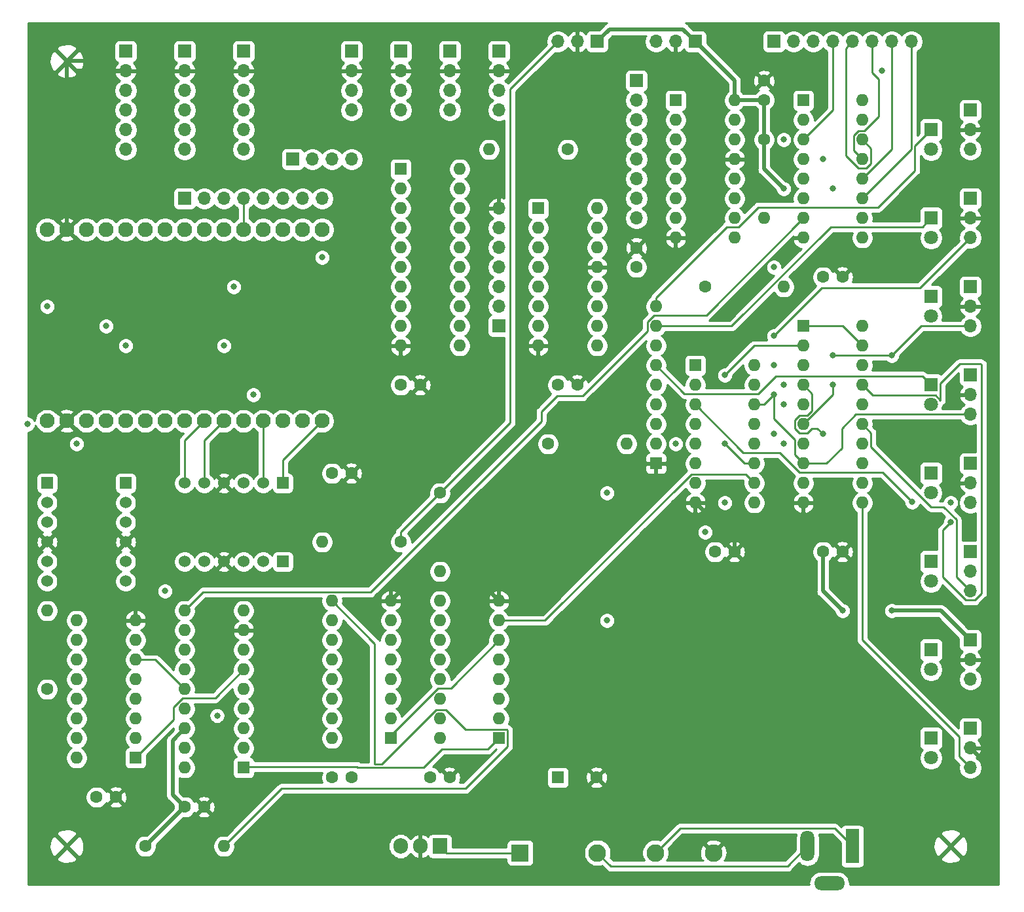
<source format=gbr>
%TF.GenerationSoftware,KiCad,Pcbnew,5.1.12-84ad8e8a86~92~ubuntu20.04.1*%
%TF.CreationDate,2021-11-23T15:55:34+01:00*%
%TF.ProjectId,ESP32wShiftRegisters,45535033-3277-4536-9869-667452656769,rev?*%
%TF.SameCoordinates,Original*%
%TF.FileFunction,Copper,L2,Inr*%
%TF.FilePolarity,Positive*%
%FSLAX46Y46*%
G04 Gerber Fmt 4.6, Leading zero omitted, Abs format (unit mm)*
G04 Created by KiCad (PCBNEW 5.1.12-84ad8e8a86~92~ubuntu20.04.1) date 2021-11-23 15:55:34*
%MOMM*%
%LPD*%
G01*
G04 APERTURE LIST*
%TA.AperFunction,ComponentPad*%
%ADD10R,1.800000X4.400000*%
%TD*%
%TA.AperFunction,ComponentPad*%
%ADD11O,1.800000X4.000000*%
%TD*%
%TA.AperFunction,ComponentPad*%
%ADD12O,4.000000X1.800000*%
%TD*%
%TA.AperFunction,ComponentPad*%
%ADD13O,1.600000X1.600000*%
%TD*%
%TA.AperFunction,ComponentPad*%
%ADD14R,1.600000X1.600000*%
%TD*%
%TA.AperFunction,ComponentPad*%
%ADD15C,1.800000*%
%TD*%
%TA.AperFunction,ComponentPad*%
%ADD16R,1.800000X1.800000*%
%TD*%
%TA.AperFunction,ComponentPad*%
%ADD17O,1.905000X2.000000*%
%TD*%
%TA.AperFunction,ComponentPad*%
%ADD18R,1.905000X2.000000*%
%TD*%
%TA.AperFunction,ComponentPad*%
%ADD19C,1.524000*%
%TD*%
%TA.AperFunction,ComponentPad*%
%ADD20R,1.524000X1.524000*%
%TD*%
%TA.AperFunction,ComponentPad*%
%ADD21C,1.930400*%
%TD*%
%TA.AperFunction,ComponentPad*%
%ADD22C,1.600000*%
%TD*%
%TA.AperFunction,ComponentPad*%
%ADD23O,1.700000X1.700000*%
%TD*%
%TA.AperFunction,ComponentPad*%
%ADD24R,1.700000X1.700000*%
%TD*%
%TA.AperFunction,ComponentPad*%
%ADD25C,2.270000*%
%TD*%
%TA.AperFunction,ComponentPad*%
%ADD26R,2.270000X2.270000*%
%TD*%
%TA.AperFunction,ViaPad*%
%ADD27C,0.800000*%
%TD*%
%TA.AperFunction,Conductor*%
%ADD28C,0.500000*%
%TD*%
%TA.AperFunction,Conductor*%
%ADD29C,0.250000*%
%TD*%
%TA.AperFunction,Conductor*%
%ADD30C,0.254000*%
%TD*%
%TA.AperFunction,Conductor*%
%ADD31C,0.100000*%
%TD*%
G04 APERTURE END LIST*
D10*
%TO.N,Net-(D9-Pad3)*%
%TO.C,J23*%
X120650000Y-121920000D03*
D11*
%TO.N,Net-(D9-Pad2)*%
X114850000Y-121920000D03*
D12*
%TO.N,N/C*%
X117650000Y-126720000D03*
%TD*%
D13*
%TO.N,Net-(D1-Pad1)*%
%TO.C,RN1*%
X95250000Y-52070000D03*
%TO.N,Net-(D2-Pad1)*%
X95250000Y-54610000D03*
%TO.N,Net-(D3-Pad1)*%
X95250000Y-57150000D03*
%TO.N,Net-(D4-Pad1)*%
X95250000Y-59690000D03*
%TO.N,Net-(D5-Pad1)*%
X95250000Y-62230000D03*
%TO.N,Net-(D6-Pad1)*%
X95250000Y-64770000D03*
%TO.N,Net-(D7-Pad1)*%
X95250000Y-67310000D03*
%TO.N,Net-(D8-Pad1)*%
X95250000Y-69850000D03*
D14*
%TO.N,GND*%
X95250000Y-72390000D03*
%TD*%
D15*
%TO.N,OUT_LED8*%
%TO.C,D8*%
X130810000Y-110490000D03*
D16*
%TO.N,Net-(D8-Pad1)*%
X130810000Y-107950000D03*
%TD*%
D15*
%TO.N,OUT_LED7*%
%TO.C,D7*%
X130810000Y-99060000D03*
D16*
%TO.N,Net-(D7-Pad1)*%
X130810000Y-96520000D03*
%TD*%
D15*
%TO.N,OUT_LED6*%
%TO.C,D6*%
X130810000Y-87630000D03*
D16*
%TO.N,Net-(D6-Pad1)*%
X130810000Y-85090000D03*
%TD*%
D15*
%TO.N,OUT_LED5*%
%TO.C,D5*%
X130810000Y-76200000D03*
D16*
%TO.N,Net-(D5-Pad1)*%
X130810000Y-73660000D03*
%TD*%
D15*
%TO.N,OUT_LED4*%
%TO.C,D4*%
X130810000Y-64770000D03*
D16*
%TO.N,Net-(D4-Pad1)*%
X130810000Y-62230000D03*
%TD*%
D15*
%TO.N,OUT_LED3*%
%TO.C,D3*%
X130810000Y-53340000D03*
D16*
%TO.N,Net-(D3-Pad1)*%
X130810000Y-50800000D03*
%TD*%
D15*
%TO.N,OUT_LED2*%
%TO.C,D2*%
X130810000Y-43180000D03*
D16*
%TO.N,Net-(D2-Pad1)*%
X130810000Y-40640000D03*
%TD*%
D15*
%TO.N,OUT_LED1*%
%TO.C,D1*%
X130810000Y-31750000D03*
D16*
%TO.N,Net-(D1-Pad1)*%
X130810000Y-29210000D03*
%TD*%
D17*
%TO.N,5V*%
%TO.C,U14*%
X62230000Y-121920000D03*
%TO.N,GND*%
X64770000Y-121920000D03*
D18*
%TO.N,Net-(D9-Pad1)*%
X67310000Y-121920000D03*
%TD*%
D13*
%TO.N,5V*%
%TO.C,U13*%
X67310000Y-107950000D03*
%TO.N,GND*%
X74930000Y-90170000D03*
%TO.N,P2S_CE*%
X67310000Y-105410000D03*
%TO.N,P2S_CASC1*%
X74930000Y-92710000D03*
%TO.N,Net-(U13-Pad14)*%
X67310000Y-102870000D03*
%TO.N,Net-(U13-Pad6)*%
X74930000Y-95250000D03*
%TO.N,Net-(U13-Pad13)*%
X67310000Y-100330000D03*
%TO.N,Net-(U13-Pad5)*%
X74930000Y-97790000D03*
%TO.N,Net-(U13-Pad12)*%
X67310000Y-97790000D03*
%TO.N,Net-(U13-Pad4)*%
X74930000Y-100330000D03*
%TO.N,Net-(U13-Pad11)*%
X67310000Y-95250000D03*
%TO.N,Net-(U13-Pad3)*%
X74930000Y-102870000D03*
%TO.N,P2S_CASC2*%
X67310000Y-92710000D03*
%TO.N,P2S_SCK*%
X74930000Y-105410000D03*
%TO.N,N/C*%
X67310000Y-90170000D03*
D14*
%TO.N,P2S_SHLD*%
X74930000Y-107950000D03*
%TD*%
D13*
%TO.N,N/C*%
%TO.C,U12*%
X34290000Y-111760000D03*
X41910000Y-91440000D03*
X34290000Y-109220000D03*
%TO.N,GND*%
X41910000Y-93980000D03*
%TO.N,5V*%
X34290000Y-106680000D03*
%TO.N,P2S_CASC2*%
X41910000Y-96520000D03*
%TO.N,P2S_CE*%
X34290000Y-104140000D03*
%TO.N,Net-(U10-Pad1)*%
X41910000Y-99060000D03*
%TO.N,Net-(U10-Pad6)*%
X34290000Y-101600000D03*
%TO.N,Net-(U10-Pad15)*%
X41910000Y-101600000D03*
%TO.N,Net-(U10-Pad4)*%
X34290000Y-99060000D03*
%TO.N,Net-(U10-Pad13)*%
X41910000Y-104140000D03*
%TO.N,Net-(U10-Pad5)*%
X34290000Y-96520000D03*
%TO.N,Net-(U10-Pad14)*%
X41910000Y-106680000D03*
%TO.N,Net-(U10-Pad7)*%
X34290000Y-93980000D03*
%TO.N,P2S_SCK*%
X41910000Y-109220000D03*
%TO.N,P2S_CASC3*%
X34290000Y-91440000D03*
D14*
%TO.N,P2S_SHLD*%
X41910000Y-111760000D03*
%TD*%
D13*
%TO.N,5V*%
%TO.C,U11*%
X121920000Y-25400000D03*
%TO.N,GND*%
X114300000Y-43180000D03*
%TO.N,P2S_CE*%
X121920000Y-27940000D03*
%TO.N,P2S_CASC3*%
X114300000Y-40640000D03*
%TO.N,Net-(J3-Pad5)*%
X121920000Y-30480000D03*
%TO.N,Net-(J3-Pad1)*%
X114300000Y-38100000D03*
%TO.N,Net-(J3-Pad6)*%
X121920000Y-33020000D03*
%TO.N,Net-(J3-Pad2)*%
X114300000Y-35560000D03*
%TO.N,Net-(J3-Pad7)*%
X121920000Y-35560000D03*
%TO.N,Net-(J3-Pad3)*%
X114300000Y-33020000D03*
%TO.N,Net-(J3-Pad8)*%
X121920000Y-38100000D03*
%TO.N,Net-(J3-Pad4)*%
X114300000Y-30480000D03*
%TO.N,N/C*%
X121920000Y-40640000D03*
%TO.N,P2S_SCK*%
X114300000Y-27940000D03*
%TO.N,N/C*%
X121920000Y-43180000D03*
D14*
%TO.N,P2S_SHLD*%
X114300000Y-25400000D03*
%TD*%
D13*
%TO.N,5V*%
%TO.C,U10*%
X20320000Y-110490000D03*
%TO.N,GND*%
X27940000Y-92710000D03*
%TO.N,Net-(U10-Pad15)*%
X20320000Y-107950000D03*
%TO.N,Net-(U10-Pad7)*%
X27940000Y-95250000D03*
%TO.N,Net-(U10-Pad14)*%
X20320000Y-105410000D03*
%TO.N,Net-(U10-Pad6)*%
X27940000Y-97790000D03*
%TO.N,Net-(U10-Pad13)*%
X20320000Y-102870000D03*
%TO.N,Net-(U10-Pad5)*%
X27940000Y-100330000D03*
%TO.N,CNT_RESET*%
X20320000Y-100330000D03*
%TO.N,Net-(U10-Pad4)*%
X27940000Y-102870000D03*
%TO.N,Net-(R7-Pad2)*%
X20320000Y-97790000D03*
%TO.N,N/C*%
X27940000Y-105410000D03*
X20320000Y-95250000D03*
X27940000Y-107950000D03*
%TO.N,Net-(R5-Pad2)*%
X20320000Y-92710000D03*
D14*
%TO.N,Net-(U10-Pad1)*%
X27940000Y-110490000D03*
%TD*%
D13*
%TO.N,5V*%
%TO.C,U9*%
X53340000Y-107950000D03*
%TO.N,GND*%
X60960000Y-90170000D03*
%TO.N,Net-(U13-Pad5)*%
X53340000Y-105410000D03*
%TO.N,Net-(U13-Pad11)*%
X60960000Y-92710000D03*
%TO.N,Net-(U13-Pad3)*%
X53340000Y-102870000D03*
%TO.N,Net-(U13-Pad14)*%
X60960000Y-95250000D03*
%TO.N,Net-(U13-Pad4)*%
X53340000Y-100330000D03*
%TO.N,Net-(U13-Pad12)*%
X60960000Y-97790000D03*
%TO.N,CNT_RESET*%
X53340000Y-97790000D03*
%TO.N,Net-(U13-Pad13)*%
X60960000Y-100330000D03*
%TO.N,Net-(R8-Pad2)*%
X53340000Y-95250000D03*
%TO.N,N/C*%
X60960000Y-102870000D03*
X53340000Y-92710000D03*
X60960000Y-105410000D03*
%TO.N,Net-(R6-Pad2)*%
X53340000Y-90170000D03*
D14*
%TO.N,Net-(U13-Pad6)*%
X60960000Y-107950000D03*
%TD*%
D13*
%TO.N,5V*%
%TO.C,U8*%
X107950000Y-59690000D03*
%TO.N,GND*%
X100330000Y-77470000D03*
%TO.N,P2S_CE*%
X107950000Y-62230000D03*
%TO.N,P2S_SDA*%
X100330000Y-74930000D03*
%TO.N,D3*%
X107950000Y-64770000D03*
%TO.N,D7*%
X100330000Y-72390000D03*
%TO.N,D2*%
X107950000Y-67310000D03*
%TO.N,D6*%
X100330000Y-69850000D03*
%TO.N,D1*%
X107950000Y-69850000D03*
%TO.N,D5*%
X100330000Y-67310000D03*
%TO.N,D0*%
X107950000Y-72390000D03*
%TO.N,D4*%
X100330000Y-64770000D03*
%TO.N,P2S_CASC1*%
X107950000Y-74930000D03*
%TO.N,P2S_SCK*%
X100330000Y-62230000D03*
%TO.N,N/C*%
X107950000Y-77470000D03*
D14*
%TO.N,P2S_SHLD*%
X100330000Y-59690000D03*
%TD*%
D19*
%TO.N,CNT_RESET*%
%TO.C,U7*%
X26670000Y-87630000D03*
%TO.N,S2P_SDA*%
X26670000Y-85090000D03*
%TO.N,GND*%
X26670000Y-82550000D03*
%TO.N,5V*%
X26670000Y-80010000D03*
%TO.N,S2P_SCL*%
X26670000Y-77470000D03*
D20*
%TO.N,S2P_LATCH*%
X26670000Y-74930000D03*
D19*
%TO.N,3VCNT_RESET*%
X16510000Y-87630000D03*
%TO.N,3VS2P_SDA*%
X16510000Y-85090000D03*
%TO.N,GND*%
X16510000Y-82550000D03*
%TO.N,+3V*%
X16510000Y-80010000D03*
%TO.N,3VS2P_SCL*%
X16510000Y-77470000D03*
D20*
%TO.N,3VS2P_LATCH*%
X16510000Y-74930000D03*
%TD*%
D19*
%TO.N,P2S_CE*%
%TO.C,U6*%
X34290000Y-85090000D03*
%TO.N,P2S_SHLD*%
X36830000Y-85090000D03*
%TO.N,GND*%
X39370000Y-85090000D03*
%TO.N,5V*%
X41910000Y-85090000D03*
%TO.N,P2S_SCK*%
X44450000Y-85090000D03*
D20*
%TO.N,P2S_SDA*%
X46990000Y-85090000D03*
D19*
%TO.N,3VP2S_CE*%
X34290000Y-74930000D03*
%TO.N,3VP2S_SHLD*%
X36830000Y-74930000D03*
%TO.N,GND*%
X39370000Y-74930000D03*
%TO.N,+3V*%
X41910000Y-74930000D03*
%TO.N,3VP2S_SCK*%
X44450000Y-74930000D03*
D20*
%TO.N,3VP2S_SDA*%
X46990000Y-74930000D03*
%TD*%
D21*
%TO.N,EN*%
%TO.C,U5*%
X52060000Y-42110000D03*
%TO.N,VP*%
X49520000Y-42110000D03*
%TO.N,VN*%
X46980000Y-42110000D03*
%TO.N,IO34*%
X44440000Y-42110000D03*
%TO.N,IO35*%
X41900000Y-42110000D03*
%TO.N,IO32*%
X39360000Y-42110000D03*
%TO.N,IO33*%
X36820000Y-42110000D03*
%TO.N,IO25*%
X34280000Y-42110000D03*
%TO.N,XSHUT3*%
X31740000Y-42110000D03*
%TO.N,XSHUT2*%
X29200000Y-42110000D03*
%TO.N,XSHUT1*%
X26660000Y-42110000D03*
%TO.N,N/C*%
X24120000Y-42110000D03*
%TO.N,3VCNT_RESET*%
X21580000Y-42110000D03*
%TO.N,GND*%
X19040000Y-42110000D03*
%TO.N,5V*%
X16500000Y-42110000D03*
%TO.N,3VP2S_SDA*%
X52060000Y-66880000D03*
%TO.N,I2C_SCL*%
X49520000Y-66880000D03*
%TO.N,N/C*%
X46980000Y-66880000D03*
%TO.N,3VP2S_SCK*%
X44440000Y-66880000D03*
%TO.N,I2C_SDA*%
X41900000Y-66880000D03*
%TO.N,3VP2S_SHLD*%
X39360000Y-66880000D03*
%TO.N,3VP2S_CE*%
X36820000Y-66880000D03*
%TO.N,M_PWMB*%
X34280000Y-66880000D03*
%TO.N,3VS2P_SCL*%
X31740000Y-66880000D03*
%TO.N,3VS2P_LATCH*%
X29200000Y-66880000D03*
%TO.N,3VS2P_SDA*%
X26660000Y-66880000D03*
%TO.N,N/C*%
X24120000Y-66880000D03*
%TO.N,M_PWMA*%
X21580000Y-66880000D03*
%TO.N,GND*%
X19040000Y-66880000D03*
%TO.N,+3V*%
X16500000Y-66880000D03*
%TD*%
D13*
%TO.N,5V*%
%TO.C,U4*%
X69850000Y-34290000D03*
%TO.N,GND*%
X62230000Y-57150000D03*
%TO.N,Net-(R4-Pad2)*%
X69850000Y-36830000D03*
%TO.N,Net-(J2-Pad1)*%
X62230000Y-54610000D03*
%TO.N,IN1*%
X69850000Y-39370000D03*
%TO.N,595_OUT3*%
X62230000Y-52070000D03*
%TO.N,595_OUT4*%
X69850000Y-41910000D03*
%TO.N,Net-(J2-Pad2)*%
X62230000Y-49530000D03*
%TO.N,IN2*%
X69850000Y-44450000D03*
%TO.N,595_OUT2*%
X62230000Y-46990000D03*
%TO.N,595_OUT5*%
X69850000Y-46990000D03*
%TO.N,Net-(J2-Pad3)*%
X62230000Y-44450000D03*
%TO.N,IN3*%
X69850000Y-49530000D03*
%TO.N,595_OUT1*%
X62230000Y-41910000D03*
%TO.N,595_OUT6*%
X69850000Y-52070000D03*
%TO.N,Net-(J2-Pad4)*%
X62230000Y-39370000D03*
%TO.N,IN4*%
X69850000Y-54610000D03*
%TO.N,595_OUT0*%
X62230000Y-36830000D03*
%TO.N,595_OUT7*%
X69850000Y-57150000D03*
D14*
%TO.N,Net-(R4-Pad2)*%
X62230000Y-34290000D03*
%TD*%
D13*
%TO.N,5V*%
%TO.C,U3*%
X121920000Y-54610000D03*
%TO.N,GND*%
X114300000Y-77470000D03*
%TO.N,Net-(R1-Pad2)*%
X121920000Y-57150000D03*
%TO.N,OUT_LED8*%
X114300000Y-74930000D03*
%TO.N,OUT_LED1*%
X121920000Y-59690000D03*
%TO.N,D3*%
X114300000Y-72390000D03*
%TO.N,D4*%
X121920000Y-62230000D03*
%TO.N,OUT_LED7*%
X114300000Y-69850000D03*
%TO.N,OUT_LED2*%
X121920000Y-64770000D03*
%TO.N,D2*%
X114300000Y-67310000D03*
%TO.N,D5*%
X121920000Y-67310000D03*
%TO.N,OUT_LED6*%
X114300000Y-64770000D03*
%TO.N,OUT_LED3*%
X121920000Y-69850000D03*
%TO.N,D1*%
X114300000Y-62230000D03*
%TO.N,D6*%
X121920000Y-72390000D03*
%TO.N,OUT_LED5*%
X114300000Y-59690000D03*
%TO.N,OUT_LED4*%
X121920000Y-74930000D03*
%TO.N,D0*%
X114300000Y-57150000D03*
%TO.N,D7*%
X121920000Y-77470000D03*
D14*
%TO.N,Net-(R1-Pad2)*%
X114300000Y-54610000D03*
%TD*%
D13*
%TO.N,5V*%
%TO.C,U2*%
X87630000Y-39370000D03*
%TO.N,GND*%
X80010000Y-57150000D03*
%TO.N,595_OUT0*%
X87630000Y-41910000D03*
%TO.N,595_OUT7*%
X80010000Y-54610000D03*
%TO.N,S2P_SDA*%
X87630000Y-44450000D03*
%TO.N,595_OUT6*%
X80010000Y-52070000D03*
%TO.N,GND*%
X87630000Y-46990000D03*
%TO.N,595_OUT5*%
X80010000Y-49530000D03*
%TO.N,S2P_LATCH*%
X87630000Y-49530000D03*
%TO.N,595_OUT4*%
X80010000Y-46990000D03*
%TO.N,S2P_SCL*%
X87630000Y-52070000D03*
%TO.N,595_OUT3*%
X80010000Y-44450000D03*
%TO.N,Net-(R2-Pad2)*%
X87630000Y-54610000D03*
%TO.N,595_OUT2*%
X80010000Y-41910000D03*
%TO.N,Net-(U1-Pad14)*%
X87630000Y-57150000D03*
D14*
%TO.N,595_OUT1*%
X80010000Y-39370000D03*
%TD*%
D13*
%TO.N,5V*%
%TO.C,U1*%
X105410000Y-25400000D03*
%TO.N,GND*%
X97790000Y-43180000D03*
%TO.N,Net-(J1-Pad1)*%
X105410000Y-27940000D03*
%TO.N,Net-(J1-Pad8)*%
X97790000Y-40640000D03*
%TO.N,Net-(U1-Pad14)*%
X105410000Y-30480000D03*
%TO.N,Net-(J1-Pad7)*%
X97790000Y-38100000D03*
%TO.N,GND*%
X105410000Y-33020000D03*
%TO.N,Net-(J1-Pad6)*%
X97790000Y-35560000D03*
%TO.N,S2P_LATCH*%
X105410000Y-35560000D03*
%TO.N,Net-(J1-Pad5)*%
X97790000Y-33020000D03*
%TO.N,S2P_SCL*%
X105410000Y-38100000D03*
%TO.N,Net-(J1-Pad4)*%
X97790000Y-30480000D03*
%TO.N,Net-(R3-Pad2)*%
X105410000Y-40640000D03*
%TO.N,Net-(J1-Pad3)*%
X97790000Y-27940000D03*
%TO.N,N/C*%
X105410000Y-43180000D03*
D14*
%TO.N,Net-(J1-Pad2)*%
X97790000Y-25400000D03*
%TD*%
D13*
%TO.N,Net-(R8-Pad2)*%
%TO.C,R8*%
X67310000Y-86360000D03*
D22*
%TO.N,CNT1_IN*%
X67310000Y-76200000D03*
%TD*%
D13*
%TO.N,Net-(R7-Pad2)*%
%TO.C,R7*%
X52070000Y-82550000D03*
D22*
%TO.N,CNT1_IN*%
X62230000Y-82550000D03*
%TD*%
D13*
%TO.N,Net-(R6-Pad2)*%
%TO.C,R6*%
X39370000Y-121920000D03*
D22*
%TO.N,5V*%
X29210000Y-121920000D03*
%TD*%
D13*
%TO.N,Net-(R5-Pad2)*%
%TO.C,R5*%
X16510000Y-91440000D03*
D22*
%TO.N,5V*%
X16510000Y-101600000D03*
%TD*%
D13*
%TO.N,Net-(R4-Pad2)*%
%TO.C,R4*%
X73660000Y-31750000D03*
D22*
%TO.N,5V*%
X83820000Y-31750000D03*
%TD*%
D13*
%TO.N,Net-(R3-Pad2)*%
%TO.C,R3*%
X109220000Y-40640000D03*
D22*
%TO.N,5V*%
X109220000Y-30480000D03*
%TD*%
D13*
%TO.N,Net-(R2-Pad2)*%
%TO.C,R2*%
X91440000Y-69850000D03*
D22*
%TO.N,5V*%
X81280000Y-69850000D03*
%TD*%
D13*
%TO.N,Net-(R1-Pad2)*%
%TO.C,R1*%
X111760000Y-49530000D03*
D22*
%TO.N,5V*%
X101600000Y-49530000D03*
%TD*%
D23*
%TO.N,CNT1_IN*%
%TO.C,J22*%
X82550000Y-17780000D03*
%TO.N,GND*%
X85090000Y-17780000D03*
D24*
%TO.N,5V*%
X87630000Y-17780000D03*
%TD*%
D23*
%TO.N,CNT1_IN*%
%TO.C,J21*%
X95250000Y-17780000D03*
%TO.N,GND*%
X97790000Y-17780000D03*
D24*
%TO.N,5V*%
X100330000Y-17780000D03*
%TD*%
D23*
%TO.N,D7*%
%TO.C,J20*%
X135890000Y-111760000D03*
%TO.N,GND*%
X135890000Y-109220000D03*
D24*
%TO.N,5V*%
X135890000Y-106680000D03*
%TD*%
D23*
%TO.N,I2C_SDA*%
%TO.C,J19*%
X55880000Y-26670000D03*
%TO.N,I2C_SCL*%
X55880000Y-24130000D03*
%TO.N,GND*%
X55880000Y-21590000D03*
D24*
%TO.N,+3V*%
X55880000Y-19050000D03*
%TD*%
D23*
%TO.N,D6*%
%TO.C,J18*%
X135890000Y-100330000D03*
%TO.N,GND*%
X135890000Y-97790000D03*
D24*
%TO.N,5V*%
X135890000Y-95250000D03*
%TD*%
D23*
%TO.N,EN*%
%TO.C,J17*%
X52070000Y-38100000D03*
%TO.N,VP*%
X49530000Y-38100000D03*
%TO.N,VN*%
X46990000Y-38100000D03*
%TO.N,IO34*%
X44450000Y-38100000D03*
%TO.N,IO35*%
X41910000Y-38100000D03*
%TO.N,IO32*%
X39370000Y-38100000D03*
%TO.N,IO33*%
X36830000Y-38100000D03*
D24*
%TO.N,IO25*%
X34290000Y-38100000D03*
%TD*%
D23*
%TO.N,XSHUT3*%
%TO.C,J16*%
X41910000Y-31750000D03*
%TO.N,N/C*%
X41910000Y-29210000D03*
%TO.N,I2C_SDA*%
X41910000Y-26670000D03*
%TO.N,I2C_SCL*%
X41910000Y-24130000D03*
%TO.N,GND*%
X41910000Y-21590000D03*
D24*
%TO.N,+3V*%
X41910000Y-19050000D03*
%TD*%
D23*
%TO.N,GND*%
%TO.C,J15*%
X74930000Y-39370000D03*
%TO.N,M_PWMA*%
X74930000Y-41910000D03*
%TO.N,IN1*%
X74930000Y-44450000D03*
%TO.N,IN2*%
X74930000Y-46990000D03*
%TO.N,IN3*%
X74930000Y-49530000D03*
%TO.N,IN4*%
X74930000Y-52070000D03*
D24*
%TO.N,M_PWMB*%
X74930000Y-54610000D03*
%TD*%
D23*
%TO.N,I2C_SDA*%
%TO.C,J14*%
X62230000Y-26670000D03*
%TO.N,I2C_SCL*%
X62230000Y-24130000D03*
%TO.N,GND*%
X62230000Y-21590000D03*
D24*
%TO.N,+3V*%
X62230000Y-19050000D03*
%TD*%
D23*
%TO.N,D5*%
%TO.C,J13*%
X135890000Y-88900000D03*
%TO.N,GND*%
X135890000Y-86360000D03*
D24*
%TO.N,5V*%
X135890000Y-83820000D03*
%TD*%
D23*
%TO.N,XSHUT2*%
%TO.C,J12*%
X34290000Y-31750000D03*
%TO.N,N/C*%
X34290000Y-29210000D03*
%TO.N,I2C_SDA*%
X34290000Y-26670000D03*
%TO.N,I2C_SCL*%
X34290000Y-24130000D03*
%TO.N,GND*%
X34290000Y-21590000D03*
D24*
%TO.N,+3V*%
X34290000Y-19050000D03*
%TD*%
D23*
%TO.N,I2C_SDA*%
%TO.C,J11*%
X74930000Y-26670000D03*
%TO.N,I2C_SCL*%
X74930000Y-24130000D03*
%TO.N,GND*%
X74930000Y-21590000D03*
D24*
%TO.N,+3V*%
X74930000Y-19050000D03*
%TD*%
D23*
%TO.N,D4*%
%TO.C,J10*%
X135890000Y-77470000D03*
%TO.N,GND*%
X135890000Y-74930000D03*
D24*
%TO.N,5V*%
X135890000Y-72390000D03*
%TD*%
D23*
%TO.N,D3*%
%TO.C,J9*%
X135890000Y-66040000D03*
%TO.N,GND*%
X135890000Y-63500000D03*
D24*
%TO.N,5V*%
X135890000Y-60960000D03*
%TD*%
D23*
%TO.N,XSHUT1*%
%TO.C,J8*%
X26670000Y-31750000D03*
%TO.N,N/C*%
X26670000Y-29210000D03*
%TO.N,I2C_SDA*%
X26670000Y-26670000D03*
%TO.N,I2C_SCL*%
X26670000Y-24130000D03*
%TO.N,GND*%
X26670000Y-21590000D03*
D24*
%TO.N,+3V*%
X26670000Y-19050000D03*
%TD*%
D23*
%TO.N,I2C_SDA*%
%TO.C,J7*%
X68580000Y-26670000D03*
%TO.N,I2C_SCL*%
X68580000Y-24130000D03*
%TO.N,GND*%
X68580000Y-21590000D03*
D24*
%TO.N,+3V*%
X68580000Y-19050000D03*
%TD*%
D23*
%TO.N,D2*%
%TO.C,J6*%
X135890000Y-54610000D03*
%TO.N,GND*%
X135890000Y-52070000D03*
D24*
%TO.N,5V*%
X135890000Y-49530000D03*
%TD*%
D23*
%TO.N,D1*%
%TO.C,J5*%
X135890000Y-43180000D03*
%TO.N,GND*%
X135890000Y-40640000D03*
D24*
%TO.N,5V*%
X135890000Y-38100000D03*
%TD*%
D23*
%TO.N,D0*%
%TO.C,J4*%
X135890000Y-31750000D03*
%TO.N,GND*%
X135890000Y-29210000D03*
D24*
%TO.N,5V*%
X135890000Y-26670000D03*
%TD*%
D23*
%TO.N,Net-(J3-Pad8)*%
%TO.C,J3*%
X128270000Y-17780000D03*
%TO.N,Net-(J3-Pad7)*%
X125730000Y-17780000D03*
%TO.N,Net-(J3-Pad6)*%
X123190000Y-17780000D03*
%TO.N,Net-(J3-Pad5)*%
X120650000Y-17780000D03*
%TO.N,Net-(J3-Pad4)*%
X118110000Y-17780000D03*
%TO.N,Net-(J3-Pad3)*%
X115570000Y-17780000D03*
%TO.N,Net-(J3-Pad2)*%
X113030000Y-17780000D03*
D24*
%TO.N,Net-(J3-Pad1)*%
X110490000Y-17780000D03*
%TD*%
D23*
%TO.N,Net-(J2-Pad4)*%
%TO.C,J2*%
X55880000Y-33020000D03*
%TO.N,Net-(J2-Pad3)*%
X53340000Y-33020000D03*
%TO.N,Net-(J2-Pad2)*%
X50800000Y-33020000D03*
D24*
%TO.N,Net-(J2-Pad1)*%
X48260000Y-33020000D03*
%TD*%
D23*
%TO.N,Net-(J1-Pad8)*%
%TO.C,J1*%
X92710000Y-40640000D03*
%TO.N,Net-(J1-Pad7)*%
X92710000Y-38100000D03*
%TO.N,Net-(J1-Pad6)*%
X92710000Y-35560000D03*
%TO.N,Net-(J1-Pad5)*%
X92710000Y-33020000D03*
%TO.N,Net-(J1-Pad4)*%
X92710000Y-30480000D03*
%TO.N,Net-(J1-Pad3)*%
X92710000Y-27940000D03*
%TO.N,Net-(J1-Pad2)*%
X92710000Y-25400000D03*
D24*
%TO.N,Net-(J1-Pad1)*%
X92710000Y-22860000D03*
%TD*%
D25*
%TO.N,GND*%
%TO.C,D9*%
X102670000Y-122770000D03*
%TO.N,Net-(D9-Pad3)*%
X95170000Y-122770000D03*
%TO.N,Net-(D9-Pad2)*%
X87670000Y-122770000D03*
D26*
%TO.N,Net-(D9-Pad1)*%
X77670000Y-122770000D03*
%TD*%
D22*
%TO.N,GND*%
%TO.C,C13*%
X87550000Y-113030000D03*
D14*
%TO.N,5V*%
X82550000Y-113030000D03*
%TD*%
D22*
%TO.N,GND*%
%TO.C,C12*%
X109220000Y-22860000D03*
%TO.N,5V*%
X109220000Y-25360000D03*
%TD*%
%TO.N,GND*%
%TO.C,C11*%
X55840000Y-113030000D03*
%TO.N,5V*%
X53340000Y-113030000D03*
%TD*%
%TO.N,GND*%
%TO.C,C10*%
X85050000Y-62230000D03*
%TO.N,5V*%
X82550000Y-62230000D03*
%TD*%
%TO.N,GND*%
%TO.C,C9*%
X55840000Y-73660000D03*
%TO.N,5V*%
X53340000Y-73660000D03*
%TD*%
%TO.N,GND*%
%TO.C,C8*%
X92710000Y-44490000D03*
%TO.N,5V*%
X92710000Y-46990000D03*
%TD*%
%TO.N,GND*%
%TO.C,C7*%
X105370000Y-83820000D03*
%TO.N,5V*%
X102870000Y-83820000D03*
%TD*%
%TO.N,GND*%
%TO.C,C6*%
X119340000Y-48260000D03*
%TO.N,5V*%
X116840000Y-48260000D03*
%TD*%
%TO.N,GND*%
%TO.C,C5*%
X68540000Y-113030000D03*
%TO.N,5V*%
X66040000Y-113030000D03*
%TD*%
%TO.N,GND*%
%TO.C,C4*%
X25400000Y-115570000D03*
%TO.N,5V*%
X22900000Y-115570000D03*
%TD*%
%TO.N,GND*%
%TO.C,C3*%
X36790000Y-116840000D03*
%TO.N,5V*%
X34290000Y-116840000D03*
%TD*%
%TO.N,GND*%
%TO.C,C2*%
X119340000Y-83820000D03*
%TO.N,5V*%
X116840000Y-83820000D03*
%TD*%
%TO.N,GND*%
%TO.C,C1*%
X64730000Y-62230000D03*
%TO.N,5V*%
X62230000Y-62230000D03*
%TD*%
D27*
%TO.N,GND*%
X130810000Y-116840000D03*
X128270000Y-115570000D03*
X22860000Y-20320000D03*
X22860000Y-17780000D03*
X62230000Y-87630000D03*
X55880000Y-86360000D03*
X50800000Y-86360000D03*
X49530000Y-91440000D03*
%TO.N,5V*%
X20320000Y-69850000D03*
X16510000Y-52070000D03*
X119380000Y-91440000D03*
X125730000Y-91440000D03*
X110490000Y-46990000D03*
X124460000Y-21590000D03*
X118110000Y-36830000D03*
X111760000Y-36830000D03*
%TO.N,Net-(J3-Pad2)*%
X116840000Y-33020000D03*
%TO.N,Net-(J3-Pad1)*%
X111760000Y-30480000D03*
%TO.N,D0*%
X104140000Y-60960000D03*
X104140000Y-69850000D03*
%TO.N,D1*%
X110490000Y-55880000D03*
X110490000Y-68580000D03*
X116840000Y-68580000D03*
%TO.N,D2*%
X125730000Y-58420000D03*
X118110000Y-62230000D03*
X118110000Y-58420000D03*
%TO.N,I2C_SDA*%
X24130000Y-54610000D03*
%TO.N,I2C_SCL*%
X43180000Y-63500000D03*
X39370000Y-57150000D03*
X40640000Y-49530000D03*
%TO.N,D3*%
X110490000Y-63500000D03*
%TO.N,D4*%
X133350000Y-77470000D03*
X128368499Y-77371501D03*
X133350000Y-80010000D03*
%TO.N,M_PWMA*%
X26670000Y-57150000D03*
X52070000Y-45720000D03*
%TO.N,Net-(R7-Pad2)*%
X31750000Y-88900000D03*
%TO.N,3VCNT_RESET*%
X13970000Y-67310000D03*
%TO.N,P2S_CE*%
X88900000Y-92710000D03*
X101600000Y-81280000D03*
X104140000Y-77470000D03*
X111760000Y-69850000D03*
X111760000Y-64770000D03*
X111760000Y-62230000D03*
X110490000Y-59690000D03*
%TO.N,P2S_SCK*%
X88900000Y-76200000D03*
X97790000Y-69850000D03*
%TO.N,Net-(U10-Pad13)*%
X38493366Y-105016635D03*
%TD*%
D28*
%TO.N,GND*%
X20320000Y-21590000D02*
X26670000Y-21590000D01*
X138430000Y-111760000D02*
X135890000Y-109220000D01*
X105370000Y-82510000D02*
X100330000Y-77470000D01*
X105370000Y-83820000D02*
X105370000Y-82510000D01*
X19050000Y-42100000D02*
X19040000Y-42110000D01*
X19050000Y-20320000D02*
X19050000Y-42100000D01*
X19050000Y-20320000D02*
X22860000Y-20320000D01*
X69569999Y-84809999D02*
X74930000Y-90170000D01*
X66320001Y-84809999D02*
X69569999Y-84809999D01*
X60960000Y-90170000D02*
X66320001Y-84809999D01*
X137092081Y-29210000D02*
X135890000Y-29210000D01*
X137490001Y-28812080D02*
X137092081Y-29210000D01*
%TO.N,5V*%
X29210000Y-121920000D02*
X34290000Y-116840000D01*
X32739999Y-108230001D02*
X34290000Y-106680000D01*
X32739999Y-115289999D02*
X32739999Y-108230001D01*
X34290000Y-116840000D02*
X32739999Y-115289999D01*
X89230001Y-16179999D02*
X87630000Y-17780000D01*
X98729999Y-16179999D02*
X89230001Y-16179999D01*
X100330000Y-17780000D02*
X98729999Y-16179999D01*
X109220000Y-25360000D02*
X109220000Y-30480000D01*
X105410000Y-22860000D02*
X100330000Y-17780000D01*
X105410000Y-25400000D02*
X105410000Y-22860000D01*
X116840000Y-83820000D02*
X116840000Y-88900000D01*
X116840000Y-88900000D02*
X119380000Y-91440000D01*
X132080000Y-91440000D02*
X125730000Y-91440000D01*
X135890000Y-95250000D02*
X132080000Y-91440000D01*
X105450000Y-25360000D02*
X105410000Y-25400000D01*
X109220000Y-25360000D02*
X105450000Y-25360000D01*
X109220000Y-34290000D02*
X111760000Y-36830000D01*
X109220000Y-30480000D02*
X109220000Y-34290000D01*
D29*
%TO.N,Net-(D1-Pad1)*%
X95250000Y-52070000D02*
X95250000Y-50938630D01*
X123971410Y-39225001D02*
X128720011Y-34476400D01*
X95250000Y-50938630D02*
X104423629Y-41765001D01*
X104423629Y-41765001D02*
X105950001Y-41765001D01*
X105950001Y-41765001D02*
X108490001Y-39225001D01*
X108490001Y-39225001D02*
X123971410Y-39225001D01*
X128720011Y-34476400D02*
X128720011Y-31299989D01*
X128720011Y-31299989D02*
X130810000Y-29210000D01*
%TO.N,Net-(D2-Pad1)*%
X129684999Y-41765001D02*
X130810000Y-40640000D01*
X117859997Y-41765001D02*
X129684999Y-41765001D01*
X105014998Y-54610000D02*
X117859997Y-41765001D01*
X95250000Y-54610000D02*
X105014998Y-54610000D01*
%TO.N,Net-(D4-Pad1)*%
X98915001Y-63355001D02*
X95250000Y-59690000D01*
X108490001Y-63355001D02*
X98915001Y-63355001D01*
X129684999Y-61104999D02*
X110740003Y-61104999D01*
X130810000Y-62230000D02*
X129684999Y-61104999D01*
X110740003Y-61104999D02*
X108490001Y-63355001D01*
%TO.N,Net-(D9-Pad3)*%
X118324990Y-119594990D02*
X120650000Y-121920000D01*
X98345010Y-119594990D02*
X118324990Y-119594990D01*
X95170000Y-122770000D02*
X98345010Y-119594990D01*
%TO.N,Net-(D9-Pad2)*%
X112239999Y-124530001D02*
X114850000Y-121920000D01*
X89430001Y-124530001D02*
X112239999Y-124530001D01*
X87670000Y-122770000D02*
X89430001Y-124530001D01*
%TO.N,Net-(D9-Pad1)*%
X68160000Y-122770000D02*
X67310000Y-121920000D01*
X77670000Y-122770000D02*
X68160000Y-122770000D01*
%TO.N,Net-(J3-Pad8)*%
X128270000Y-17780000D02*
X128270000Y-31750000D01*
X128270000Y-31750000D02*
X121920000Y-38100000D01*
%TO.N,Net-(J3-Pad7)*%
X125730000Y-17780000D02*
X125730000Y-31750000D01*
X125730000Y-31750000D02*
X121920000Y-35560000D01*
%TO.N,Net-(J3-Pad6)*%
X123190000Y-17780000D02*
X123190000Y-21837002D01*
X123190000Y-21837002D02*
X124039999Y-22687001D01*
X120794999Y-29939999D02*
X120794999Y-31894999D01*
X124039999Y-27485003D02*
X122170003Y-29354999D01*
X121379999Y-29354999D02*
X120794999Y-29939999D01*
X124039999Y-22687001D02*
X124039999Y-27485003D01*
X122170003Y-29354999D02*
X121379999Y-29354999D01*
X120794999Y-31894999D02*
X121920000Y-33020000D01*
%TO.N,Net-(J3-Pad5)*%
X123045001Y-31605001D02*
X121920000Y-30480000D01*
X123045001Y-33560001D02*
X123045001Y-31605001D01*
X122460001Y-34145001D02*
X123045001Y-33560001D01*
X121379999Y-34145001D02*
X122460001Y-34145001D01*
X119800001Y-32565003D02*
X121379999Y-34145001D01*
X119800001Y-18629999D02*
X119800001Y-32565003D01*
X120650000Y-17780000D02*
X119800001Y-18629999D01*
%TO.N,Net-(J3-Pad4)*%
X114300000Y-30480000D02*
X118110000Y-26670000D01*
X118110000Y-26670000D02*
X118110000Y-17780000D01*
%TO.N,D0*%
X107950000Y-57150000D02*
X104140000Y-60960000D01*
X114300000Y-57150000D02*
X107950000Y-57150000D01*
X106680000Y-72390000D02*
X104140000Y-69850000D01*
X107950000Y-72390000D02*
X106680000Y-72390000D01*
%TO.N,D1*%
X116684999Y-49685001D02*
X110490000Y-55880000D01*
X129384999Y-49685001D02*
X116684999Y-49685001D01*
X135890000Y-43180000D02*
X129384999Y-49685001D01*
X115425001Y-63355001D02*
X114300000Y-62230000D01*
X115425001Y-65548589D02*
X115425001Y-63355001D01*
X113759999Y-66184999D02*
X114788591Y-66184999D01*
X113174999Y-67850001D02*
X113174999Y-66769999D01*
X113759999Y-68435001D02*
X113174999Y-67850001D01*
X114788591Y-66184999D02*
X115425001Y-65548589D01*
X113174999Y-66769999D02*
X113759999Y-66184999D01*
X115425001Y-67850001D02*
X114840001Y-68435001D01*
X116110001Y-67850001D02*
X115425001Y-67850001D01*
X114840001Y-68435001D02*
X113759999Y-68435001D01*
X116840000Y-68580000D02*
X116110001Y-67850001D01*
%TO.N,D2*%
X135890000Y-54610000D02*
X129540000Y-54610000D01*
X129540000Y-54610000D02*
X125730000Y-58420000D01*
X118110000Y-63500000D02*
X118110000Y-62230000D01*
X114300000Y-67310000D02*
X118110000Y-63500000D01*
X125730000Y-58420000D02*
X118110000Y-58420000D01*
%TO.N,D3*%
X107950000Y-64770000D02*
X109220000Y-64770000D01*
X109220000Y-64770000D02*
X110490000Y-63500000D01*
X117279415Y-72390000D02*
X119285013Y-70384402D01*
X121089415Y-66040000D02*
X135890000Y-66040000D01*
X119285013Y-70384402D02*
X119285013Y-67844402D01*
X114300000Y-72390000D02*
X117279415Y-72390000D01*
X119285013Y-67844402D02*
X121089415Y-66040000D01*
X113174999Y-69309999D02*
X113174999Y-71264999D01*
X110490000Y-66625000D02*
X113174999Y-69309999D01*
X110490000Y-63500000D02*
X110490000Y-66625000D01*
X113174999Y-71264999D02*
X114300000Y-72390000D01*
%TO.N,D4*%
X135325999Y-90075001D02*
X136454001Y-90075001D01*
X136454001Y-90075001D02*
X137365001Y-89164001D01*
X132035001Y-64181999D02*
X131398001Y-63544999D01*
X106535001Y-70975001D02*
X111219999Y-70975001D01*
X100330000Y-64770000D02*
X106535001Y-70975001D01*
X123234999Y-63544999D02*
X121920000Y-62230000D01*
X124511999Y-73515001D02*
X128368499Y-77371501D01*
X132035001Y-61989997D02*
X132035001Y-64181999D01*
X137240001Y-59484999D02*
X134539999Y-59484999D01*
X137365001Y-89164001D02*
X137365001Y-59609999D01*
X137365001Y-59609999D02*
X137240001Y-59484999D01*
X134539999Y-59484999D02*
X132035001Y-61989997D01*
X132354992Y-87103994D02*
X135325999Y-90075001D01*
X111219999Y-70975001D02*
X113759999Y-73515001D01*
X113759999Y-73515001D02*
X124511999Y-73515001D01*
X131398001Y-63544999D02*
X123234999Y-63544999D01*
X132354992Y-81005008D02*
X133350000Y-80010000D01*
X132354992Y-81554992D02*
X132354992Y-81005008D01*
X132354992Y-81554992D02*
X132354992Y-87103994D01*
X132354992Y-81357994D02*
X132354992Y-81554992D01*
%TO.N,D5*%
X123045001Y-68435001D02*
X121920000Y-67310000D01*
X134075002Y-79661998D02*
X132428003Y-78014999D01*
X134075002Y-87085002D02*
X134075002Y-79661998D01*
X132428003Y-78014999D02*
X130811997Y-78014999D01*
X130811997Y-78014999D02*
X123045001Y-70248003D01*
X135890000Y-88900000D02*
X134075002Y-87085002D01*
X123045001Y-70248003D02*
X123045001Y-68435001D01*
%TO.N,IO35*%
X41900000Y-38110000D02*
X41910000Y-38100000D01*
X41900000Y-42110000D02*
X41900000Y-38110000D01*
%TO.N,D7*%
X134414999Y-107744999D02*
X134414999Y-110284999D01*
X134414999Y-110284999D02*
X135890000Y-111760000D01*
X121920000Y-95250000D02*
X134414999Y-107744999D01*
X121920000Y-77470000D02*
X121920000Y-95250000D01*
%TO.N,CNT1_IN*%
X62230000Y-81280000D02*
X67310000Y-76200000D01*
X62230000Y-82550000D02*
X62230000Y-81280000D01*
X76405001Y-23924999D02*
X82550000Y-17780000D01*
X76405001Y-67104999D02*
X76405001Y-23924999D01*
X67310000Y-76200000D02*
X76405001Y-67104999D01*
%TO.N,Net-(R1-Pad2)*%
X119380000Y-54610000D02*
X121920000Y-57150000D01*
X114300000Y-54610000D02*
X119380000Y-54610000D01*
%TO.N,Net-(R6-Pad2)*%
X58870011Y-111309989D02*
X58870011Y-95700011D01*
X59745009Y-111309989D02*
X58870011Y-111309989D01*
X66769999Y-104284999D02*
X59745009Y-111309989D01*
X68091409Y-104284999D02*
X66769999Y-104284999D01*
X70631409Y-106824999D02*
X68091409Y-104284999D01*
X75990001Y-106824999D02*
X70631409Y-106824999D01*
X58870011Y-95700011D02*
X53340000Y-90170000D01*
X76055001Y-106889999D02*
X75990001Y-106824999D01*
X70610001Y-114455001D02*
X76055001Y-109010001D01*
X76055001Y-109010001D02*
X76055001Y-106889999D01*
X46834999Y-114455001D02*
X70610001Y-114455001D01*
X39370000Y-121920000D02*
X46834999Y-114455001D01*
%TO.N,3VP2S_SDA*%
X46990000Y-71950000D02*
X52060000Y-66880000D01*
X46990000Y-74930000D02*
X46990000Y-71950000D01*
%TO.N,3VP2S_SCK*%
X44450000Y-66890000D02*
X44440000Y-66880000D01*
X44450000Y-74930000D02*
X44450000Y-66890000D01*
%TO.N,3VP2S_SHLD*%
X36830000Y-69410000D02*
X39360000Y-66880000D01*
X36830000Y-74930000D02*
X36830000Y-69410000D01*
%TO.N,3VP2S_CE*%
X34290000Y-69410000D02*
X36820000Y-66880000D01*
X34290000Y-74930000D02*
X34290000Y-69410000D01*
%TO.N,P2S_SHLD*%
X67585997Y-109375001D02*
X73504999Y-109375001D01*
X65200998Y-111760000D02*
X67585997Y-109375001D01*
X56679002Y-111760000D02*
X65200998Y-111760000D01*
X56524001Y-111604999D02*
X56679002Y-111760000D01*
X42065001Y-111604999D02*
X56524001Y-111604999D01*
X41910000Y-111760000D02*
X42065001Y-111604999D01*
X73504999Y-109375001D02*
X74930000Y-107950000D01*
%TO.N,P2S_CASC1*%
X74930000Y-92710000D02*
X80884998Y-92710000D01*
X80884998Y-92710000D02*
X99789999Y-73804999D01*
X99789999Y-73804999D02*
X106824999Y-73804999D01*
X106824999Y-73804999D02*
X107950000Y-74930000D01*
%TO.N,Net-(U13-Pad6)*%
X68724999Y-101455001D02*
X74930000Y-95250000D01*
X67059997Y-101455001D02*
X68724999Y-101455001D01*
X60960000Y-107554998D02*
X67059997Y-101455001D01*
X60960000Y-107950000D02*
X60960000Y-107554998D01*
%TO.N,Net-(U10-Pad6)*%
X30480000Y-97790000D02*
X34290000Y-101600000D01*
X27940000Y-97790000D02*
X30480000Y-97790000D01*
%TO.N,Net-(U10-Pad1)*%
X38244999Y-102725001D02*
X41910000Y-99060000D01*
X34039997Y-102725001D02*
X38244999Y-102725001D01*
X32864999Y-103899999D02*
X34039997Y-102725001D01*
X32864999Y-105565001D02*
X32864999Y-103899999D01*
X27940000Y-110490000D02*
X32864999Y-105565001D01*
%TO.N,P2S_CASC3*%
X34290000Y-91440000D02*
X36685001Y-89044999D01*
X58307549Y-89044999D02*
X80404989Y-66947559D01*
X36685001Y-89044999D02*
X58307549Y-89044999D01*
X94999997Y-53195001D02*
X101744999Y-53195001D01*
X80404990Y-65677558D02*
X82427547Y-63655001D01*
X82427547Y-63655001D02*
X85734001Y-63655001D01*
X85734001Y-63655001D02*
X94124999Y-55264003D01*
X94124999Y-54069999D02*
X94999997Y-53195001D01*
X80404989Y-66947559D02*
X80404990Y-65677558D01*
X94124999Y-55264003D02*
X94124999Y-54069999D01*
X101744999Y-53195001D02*
X114300000Y-40640000D01*
%TD*%
D30*
%TO.N,GND*%
X88735942Y-15440588D02*
X88735940Y-15440589D01*
X88735941Y-15440589D01*
X88634954Y-15523467D01*
X88634952Y-15523469D01*
X88601184Y-15551182D01*
X88573471Y-15584950D01*
X87866493Y-16291928D01*
X86780000Y-16291928D01*
X86655518Y-16304188D01*
X86535820Y-16340498D01*
X86425506Y-16399463D01*
X86328815Y-16478815D01*
X86249463Y-16575506D01*
X86190498Y-16685820D01*
X86166034Y-16766466D01*
X86090269Y-16682412D01*
X85856920Y-16508359D01*
X85594099Y-16383175D01*
X85446890Y-16338524D01*
X85217000Y-16459845D01*
X85217000Y-17653000D01*
X85237000Y-17653000D01*
X85237000Y-17907000D01*
X85217000Y-17907000D01*
X85217000Y-19100155D01*
X85446890Y-19221476D01*
X85594099Y-19176825D01*
X85856920Y-19051641D01*
X86090269Y-18877588D01*
X86166034Y-18793534D01*
X86190498Y-18874180D01*
X86249463Y-18984494D01*
X86328815Y-19081185D01*
X86425506Y-19160537D01*
X86535820Y-19219502D01*
X86655518Y-19255812D01*
X86780000Y-19268072D01*
X88480000Y-19268072D01*
X88604482Y-19255812D01*
X88724180Y-19219502D01*
X88834494Y-19160537D01*
X88931185Y-19081185D01*
X89010537Y-18984494D01*
X89069502Y-18874180D01*
X89105812Y-18754482D01*
X89118072Y-18630000D01*
X89118072Y-17543507D01*
X89596580Y-17064999D01*
X93941754Y-17064999D01*
X93934010Y-17076589D01*
X93822068Y-17346842D01*
X93765000Y-17633740D01*
X93765000Y-17926260D01*
X93822068Y-18213158D01*
X93934010Y-18483411D01*
X94096525Y-18726632D01*
X94303368Y-18933475D01*
X94546589Y-19095990D01*
X94816842Y-19207932D01*
X95103740Y-19265000D01*
X95396260Y-19265000D01*
X95683158Y-19207932D01*
X95953411Y-19095990D01*
X96196632Y-18933475D01*
X96403475Y-18726632D01*
X96525195Y-18544466D01*
X96594822Y-18661355D01*
X96789731Y-18877588D01*
X97023080Y-19051641D01*
X97285901Y-19176825D01*
X97433110Y-19221476D01*
X97663000Y-19100155D01*
X97663000Y-17907000D01*
X97643000Y-17907000D01*
X97643000Y-17653000D01*
X97663000Y-17653000D01*
X97663000Y-17633000D01*
X97917000Y-17633000D01*
X97917000Y-17653000D01*
X97937000Y-17653000D01*
X97937000Y-17907000D01*
X97917000Y-17907000D01*
X97917000Y-19100155D01*
X98146890Y-19221476D01*
X98294099Y-19176825D01*
X98556920Y-19051641D01*
X98790269Y-18877588D01*
X98866034Y-18793534D01*
X98890498Y-18874180D01*
X98949463Y-18984494D01*
X99028815Y-19081185D01*
X99125506Y-19160537D01*
X99235820Y-19219502D01*
X99355518Y-19255812D01*
X99480000Y-19268072D01*
X100566494Y-19268072D01*
X104525001Y-23226580D01*
X104525000Y-24265478D01*
X104495241Y-24285363D01*
X104295363Y-24485241D01*
X104138320Y-24720273D01*
X104030147Y-24981426D01*
X103975000Y-25258665D01*
X103975000Y-25541335D01*
X104030147Y-25818574D01*
X104138320Y-26079727D01*
X104295363Y-26314759D01*
X104495241Y-26514637D01*
X104727759Y-26670000D01*
X104495241Y-26825363D01*
X104295363Y-27025241D01*
X104138320Y-27260273D01*
X104030147Y-27521426D01*
X103975000Y-27798665D01*
X103975000Y-28081335D01*
X104030147Y-28358574D01*
X104138320Y-28619727D01*
X104295363Y-28854759D01*
X104495241Y-29054637D01*
X104727759Y-29210000D01*
X104495241Y-29365363D01*
X104295363Y-29565241D01*
X104138320Y-29800273D01*
X104030147Y-30061426D01*
X103975000Y-30338665D01*
X103975000Y-30621335D01*
X104030147Y-30898574D01*
X104138320Y-31159727D01*
X104295363Y-31394759D01*
X104495241Y-31594637D01*
X104730273Y-31751680D01*
X104740865Y-31756067D01*
X104554869Y-31867615D01*
X104346481Y-32056586D01*
X104178963Y-32282580D01*
X104058754Y-32536913D01*
X104018096Y-32670961D01*
X104140085Y-32893000D01*
X105283000Y-32893000D01*
X105283000Y-32873000D01*
X105537000Y-32873000D01*
X105537000Y-32893000D01*
X106679915Y-32893000D01*
X106801904Y-32670961D01*
X106761246Y-32536913D01*
X106641037Y-32282580D01*
X106473519Y-32056586D01*
X106265131Y-31867615D01*
X106079135Y-31756067D01*
X106089727Y-31751680D01*
X106324759Y-31594637D01*
X106524637Y-31394759D01*
X106681680Y-31159727D01*
X106789853Y-30898574D01*
X106845000Y-30621335D01*
X106845000Y-30338665D01*
X106789853Y-30061426D01*
X106681680Y-29800273D01*
X106524637Y-29565241D01*
X106324759Y-29365363D01*
X106092241Y-29210000D01*
X106324759Y-29054637D01*
X106524637Y-28854759D01*
X106681680Y-28619727D01*
X106789853Y-28358574D01*
X106845000Y-28081335D01*
X106845000Y-27798665D01*
X106789853Y-27521426D01*
X106681680Y-27260273D01*
X106524637Y-27025241D01*
X106324759Y-26825363D01*
X106092241Y-26670000D01*
X106324759Y-26514637D01*
X106524637Y-26314759D01*
X106571248Y-26245000D01*
X108085479Y-26245000D01*
X108105363Y-26274759D01*
X108305241Y-26474637D01*
X108335000Y-26494521D01*
X108335001Y-29345478D01*
X108305241Y-29365363D01*
X108105363Y-29565241D01*
X107948320Y-29800273D01*
X107840147Y-30061426D01*
X107785000Y-30338665D01*
X107785000Y-30621335D01*
X107840147Y-30898574D01*
X107948320Y-31159727D01*
X108105363Y-31394759D01*
X108305241Y-31594637D01*
X108335000Y-31614521D01*
X108335001Y-34246521D01*
X108330719Y-34290000D01*
X108347805Y-34463490D01*
X108398412Y-34630313D01*
X108480590Y-34784059D01*
X108563468Y-34885046D01*
X108563471Y-34885049D01*
X108591184Y-34918817D01*
X108624951Y-34946529D01*
X110753465Y-37075044D01*
X110764774Y-37131898D01*
X110842795Y-37320256D01*
X110956063Y-37489774D01*
X111100226Y-37633937D01*
X111269744Y-37747205D01*
X111458102Y-37825226D01*
X111658061Y-37865000D01*
X111861939Y-37865000D01*
X112061898Y-37825226D01*
X112250256Y-37747205D01*
X112419774Y-37633937D01*
X112563937Y-37489774D01*
X112677205Y-37320256D01*
X112755226Y-37131898D01*
X112795000Y-36931939D01*
X112795000Y-36728061D01*
X112755226Y-36528102D01*
X112677205Y-36339744D01*
X112563937Y-36170226D01*
X112419774Y-36026063D01*
X112250256Y-35912795D01*
X112061898Y-35834774D01*
X112005044Y-35823465D01*
X110105000Y-33923422D01*
X110105000Y-31614521D01*
X110134759Y-31594637D01*
X110334637Y-31394759D01*
X110491680Y-31159727D01*
X110599853Y-30898574D01*
X110655000Y-30621335D01*
X110655000Y-30378061D01*
X110725000Y-30378061D01*
X110725000Y-30581939D01*
X110764774Y-30781898D01*
X110842795Y-30970256D01*
X110956063Y-31139774D01*
X111100226Y-31283937D01*
X111269744Y-31397205D01*
X111458102Y-31475226D01*
X111658061Y-31515000D01*
X111861939Y-31515000D01*
X112061898Y-31475226D01*
X112250256Y-31397205D01*
X112419774Y-31283937D01*
X112563937Y-31139774D01*
X112677205Y-30970256D01*
X112755226Y-30781898D01*
X112795000Y-30581939D01*
X112795000Y-30378061D01*
X112755226Y-30178102D01*
X112677205Y-29989744D01*
X112563937Y-29820226D01*
X112419774Y-29676063D01*
X112250256Y-29562795D01*
X112061898Y-29484774D01*
X111861939Y-29445000D01*
X111658061Y-29445000D01*
X111458102Y-29484774D01*
X111269744Y-29562795D01*
X111100226Y-29676063D01*
X110956063Y-29820226D01*
X110842795Y-29989744D01*
X110764774Y-30178102D01*
X110725000Y-30378061D01*
X110655000Y-30378061D01*
X110655000Y-30338665D01*
X110599853Y-30061426D01*
X110491680Y-29800273D01*
X110334637Y-29565241D01*
X110134759Y-29365363D01*
X110105000Y-29345479D01*
X110105000Y-26494521D01*
X110134759Y-26474637D01*
X110334637Y-26274759D01*
X110491680Y-26039727D01*
X110599853Y-25778574D01*
X110655000Y-25501335D01*
X110655000Y-25218665D01*
X110599853Y-24941426D01*
X110491680Y-24680273D01*
X110334637Y-24445241D01*
X110134759Y-24245363D01*
X109934131Y-24111308D01*
X109961514Y-24096671D01*
X110033097Y-23852702D01*
X109220000Y-23039605D01*
X108406903Y-23852702D01*
X108478486Y-24096671D01*
X108507341Y-24110324D01*
X108305241Y-24245363D01*
X108105363Y-24445241D01*
X108085479Y-24475000D01*
X106514396Y-24475000D01*
X106324759Y-24285363D01*
X106295000Y-24265479D01*
X106295000Y-22930512D01*
X107779783Y-22930512D01*
X107821213Y-23210130D01*
X107916397Y-23476292D01*
X107983329Y-23601514D01*
X108227298Y-23673097D01*
X109040395Y-22860000D01*
X109399605Y-22860000D01*
X110212702Y-23673097D01*
X110456671Y-23601514D01*
X110577571Y-23346004D01*
X110646300Y-23071816D01*
X110660217Y-22789488D01*
X110618787Y-22509870D01*
X110523603Y-22243708D01*
X110456671Y-22118486D01*
X110212702Y-22046903D01*
X109399605Y-22860000D01*
X109040395Y-22860000D01*
X108227298Y-22046903D01*
X107983329Y-22118486D01*
X107862429Y-22373996D01*
X107793700Y-22648184D01*
X107779783Y-22930512D01*
X106295000Y-22930512D01*
X106295000Y-22903469D01*
X106299281Y-22860000D01*
X106295000Y-22816531D01*
X106295000Y-22816523D01*
X106282195Y-22686510D01*
X106231589Y-22519687D01*
X106149411Y-22365941D01*
X106038817Y-22231183D01*
X106005049Y-22203470D01*
X105668877Y-21867298D01*
X108406903Y-21867298D01*
X109220000Y-22680395D01*
X110033097Y-21867298D01*
X109961514Y-21623329D01*
X109706004Y-21502429D01*
X109431816Y-21433700D01*
X109149488Y-21419783D01*
X108869870Y-21461213D01*
X108603708Y-21556397D01*
X108478486Y-21623329D01*
X108406903Y-21867298D01*
X105668877Y-21867298D01*
X101818072Y-18016494D01*
X101818072Y-16930000D01*
X101805812Y-16805518D01*
X101769502Y-16685820D01*
X101710537Y-16575506D01*
X101631185Y-16478815D01*
X101534494Y-16399463D01*
X101424180Y-16340498D01*
X101304482Y-16304188D01*
X101180000Y-16291928D01*
X100093506Y-16291928D01*
X99386533Y-15584955D01*
X99358816Y-15551182D01*
X99224058Y-15440588D01*
X99086383Y-15367000D01*
X139573000Y-15367000D01*
X139573000Y-126873000D01*
X120277358Y-126873000D01*
X120292427Y-126720000D01*
X120262790Y-126419087D01*
X120175017Y-126129739D01*
X120032481Y-125863073D01*
X119840661Y-125629339D01*
X119606927Y-125437519D01*
X119340261Y-125294983D01*
X119050913Y-125207210D01*
X118825408Y-125185000D01*
X116474592Y-125185000D01*
X116249087Y-125207210D01*
X115959739Y-125294983D01*
X115693073Y-125437519D01*
X115459339Y-125629339D01*
X115267519Y-125863073D01*
X115124983Y-126129739D01*
X115037210Y-126419087D01*
X115007573Y-126720000D01*
X115022642Y-126873000D01*
X14097000Y-126873000D01*
X14097000Y-123482845D01*
X17666761Y-123482845D01*
X17834802Y-123808643D01*
X18226607Y-124009426D01*
X18650055Y-124129914D01*
X19088873Y-124165476D01*
X19526197Y-124114746D01*
X19945221Y-123979674D01*
X20265198Y-123808643D01*
X20433239Y-123482845D01*
X19050000Y-122099605D01*
X17666761Y-123482845D01*
X14097000Y-123482845D01*
X14097000Y-121958873D01*
X16804524Y-121958873D01*
X16855254Y-122396197D01*
X16990326Y-122815221D01*
X17161357Y-123135198D01*
X17487155Y-123303239D01*
X18870395Y-121920000D01*
X19229605Y-121920000D01*
X20612845Y-123303239D01*
X20938643Y-123135198D01*
X21139426Y-122743393D01*
X21259914Y-122319945D01*
X21295476Y-121881127D01*
X21244746Y-121443803D01*
X21109674Y-121024779D01*
X20938643Y-120704802D01*
X20612845Y-120536761D01*
X19229605Y-121920000D01*
X18870395Y-121920000D01*
X17487155Y-120536761D01*
X17161357Y-120704802D01*
X16960574Y-121096607D01*
X16840086Y-121520055D01*
X16804524Y-121958873D01*
X14097000Y-121958873D01*
X14097000Y-120357155D01*
X17666761Y-120357155D01*
X19050000Y-121740395D01*
X20433239Y-120357155D01*
X20265198Y-120031357D01*
X19873393Y-119830574D01*
X19449945Y-119710086D01*
X19011127Y-119674524D01*
X18573803Y-119725254D01*
X18154779Y-119860326D01*
X17834802Y-120031357D01*
X17666761Y-120357155D01*
X14097000Y-120357155D01*
X14097000Y-115428665D01*
X21465000Y-115428665D01*
X21465000Y-115711335D01*
X21520147Y-115988574D01*
X21628320Y-116249727D01*
X21785363Y-116484759D01*
X21985241Y-116684637D01*
X22220273Y-116841680D01*
X22481426Y-116949853D01*
X22758665Y-117005000D01*
X23041335Y-117005000D01*
X23318574Y-116949853D01*
X23579727Y-116841680D01*
X23814759Y-116684637D01*
X23936694Y-116562702D01*
X24586903Y-116562702D01*
X24658486Y-116806671D01*
X24913996Y-116927571D01*
X25188184Y-116996300D01*
X25470512Y-117010217D01*
X25750130Y-116968787D01*
X26016292Y-116873603D01*
X26141514Y-116806671D01*
X26213097Y-116562702D01*
X25400000Y-115749605D01*
X24586903Y-116562702D01*
X23936694Y-116562702D01*
X24014637Y-116484759D01*
X24148692Y-116284131D01*
X24163329Y-116311514D01*
X24407298Y-116383097D01*
X25220395Y-115570000D01*
X25579605Y-115570000D01*
X26392702Y-116383097D01*
X26636671Y-116311514D01*
X26757571Y-116056004D01*
X26826300Y-115781816D01*
X26840217Y-115499488D01*
X26798787Y-115219870D01*
X26703603Y-114953708D01*
X26636671Y-114828486D01*
X26392702Y-114756903D01*
X25579605Y-115570000D01*
X25220395Y-115570000D01*
X24407298Y-114756903D01*
X24163329Y-114828486D01*
X24149676Y-114857341D01*
X24014637Y-114655241D01*
X23936694Y-114577298D01*
X24586903Y-114577298D01*
X25400000Y-115390395D01*
X26213097Y-114577298D01*
X26141514Y-114333329D01*
X25886004Y-114212429D01*
X25611816Y-114143700D01*
X25329488Y-114129783D01*
X25049870Y-114171213D01*
X24783708Y-114266397D01*
X24658486Y-114333329D01*
X24586903Y-114577298D01*
X23936694Y-114577298D01*
X23814759Y-114455363D01*
X23579727Y-114298320D01*
X23318574Y-114190147D01*
X23041335Y-114135000D01*
X22758665Y-114135000D01*
X22481426Y-114190147D01*
X22220273Y-114298320D01*
X21985241Y-114455363D01*
X21785363Y-114655241D01*
X21628320Y-114890273D01*
X21520147Y-115151426D01*
X21465000Y-115428665D01*
X14097000Y-115428665D01*
X14097000Y-101458665D01*
X15075000Y-101458665D01*
X15075000Y-101741335D01*
X15130147Y-102018574D01*
X15238320Y-102279727D01*
X15395363Y-102514759D01*
X15595241Y-102714637D01*
X15830273Y-102871680D01*
X16091426Y-102979853D01*
X16368665Y-103035000D01*
X16651335Y-103035000D01*
X16928574Y-102979853D01*
X17189727Y-102871680D01*
X17424759Y-102714637D01*
X17624637Y-102514759D01*
X17781680Y-102279727D01*
X17889853Y-102018574D01*
X17945000Y-101741335D01*
X17945000Y-101458665D01*
X17889853Y-101181426D01*
X17781680Y-100920273D01*
X17624637Y-100685241D01*
X17424759Y-100485363D01*
X17189727Y-100328320D01*
X16928574Y-100220147D01*
X16651335Y-100165000D01*
X16368665Y-100165000D01*
X16091426Y-100220147D01*
X15830273Y-100328320D01*
X15595241Y-100485363D01*
X15395363Y-100685241D01*
X15238320Y-100920273D01*
X15130147Y-101181426D01*
X15075000Y-101458665D01*
X14097000Y-101458665D01*
X14097000Y-91298665D01*
X15075000Y-91298665D01*
X15075000Y-91581335D01*
X15130147Y-91858574D01*
X15238320Y-92119727D01*
X15395363Y-92354759D01*
X15595241Y-92554637D01*
X15830273Y-92711680D01*
X16091426Y-92819853D01*
X16368665Y-92875000D01*
X16651335Y-92875000D01*
X16928574Y-92819853D01*
X17189727Y-92711680D01*
X17403764Y-92568665D01*
X18885000Y-92568665D01*
X18885000Y-92851335D01*
X18940147Y-93128574D01*
X19048320Y-93389727D01*
X19205363Y-93624759D01*
X19405241Y-93824637D01*
X19637759Y-93980000D01*
X19405241Y-94135363D01*
X19205363Y-94335241D01*
X19048320Y-94570273D01*
X18940147Y-94831426D01*
X18885000Y-95108665D01*
X18885000Y-95391335D01*
X18940147Y-95668574D01*
X19048320Y-95929727D01*
X19205363Y-96164759D01*
X19405241Y-96364637D01*
X19637759Y-96520000D01*
X19405241Y-96675363D01*
X19205363Y-96875241D01*
X19048320Y-97110273D01*
X18940147Y-97371426D01*
X18885000Y-97648665D01*
X18885000Y-97931335D01*
X18940147Y-98208574D01*
X19048320Y-98469727D01*
X19205363Y-98704759D01*
X19405241Y-98904637D01*
X19637759Y-99060000D01*
X19405241Y-99215363D01*
X19205363Y-99415241D01*
X19048320Y-99650273D01*
X18940147Y-99911426D01*
X18885000Y-100188665D01*
X18885000Y-100471335D01*
X18940147Y-100748574D01*
X19048320Y-101009727D01*
X19205363Y-101244759D01*
X19405241Y-101444637D01*
X19637759Y-101600000D01*
X19405241Y-101755363D01*
X19205363Y-101955241D01*
X19048320Y-102190273D01*
X18940147Y-102451426D01*
X18885000Y-102728665D01*
X18885000Y-103011335D01*
X18940147Y-103288574D01*
X19048320Y-103549727D01*
X19205363Y-103784759D01*
X19405241Y-103984637D01*
X19637759Y-104140000D01*
X19405241Y-104295363D01*
X19205363Y-104495241D01*
X19048320Y-104730273D01*
X18940147Y-104991426D01*
X18885000Y-105268665D01*
X18885000Y-105551335D01*
X18940147Y-105828574D01*
X19048320Y-106089727D01*
X19205363Y-106324759D01*
X19405241Y-106524637D01*
X19637759Y-106680000D01*
X19405241Y-106835363D01*
X19205363Y-107035241D01*
X19048320Y-107270273D01*
X18940147Y-107531426D01*
X18885000Y-107808665D01*
X18885000Y-108091335D01*
X18940147Y-108368574D01*
X19048320Y-108629727D01*
X19205363Y-108864759D01*
X19405241Y-109064637D01*
X19637759Y-109220000D01*
X19405241Y-109375363D01*
X19205363Y-109575241D01*
X19048320Y-109810273D01*
X18940147Y-110071426D01*
X18885000Y-110348665D01*
X18885000Y-110631335D01*
X18940147Y-110908574D01*
X19048320Y-111169727D01*
X19205363Y-111404759D01*
X19405241Y-111604637D01*
X19640273Y-111761680D01*
X19901426Y-111869853D01*
X20178665Y-111925000D01*
X20461335Y-111925000D01*
X20738574Y-111869853D01*
X20999727Y-111761680D01*
X21234759Y-111604637D01*
X21434637Y-111404759D01*
X21591680Y-111169727D01*
X21699853Y-110908574D01*
X21755000Y-110631335D01*
X21755000Y-110348665D01*
X21699853Y-110071426D01*
X21591680Y-109810273D01*
X21511317Y-109690000D01*
X26501928Y-109690000D01*
X26501928Y-111290000D01*
X26514188Y-111414482D01*
X26550498Y-111534180D01*
X26609463Y-111644494D01*
X26688815Y-111741185D01*
X26785506Y-111820537D01*
X26895820Y-111879502D01*
X27015518Y-111915812D01*
X27140000Y-111928072D01*
X28740000Y-111928072D01*
X28864482Y-111915812D01*
X28984180Y-111879502D01*
X29094494Y-111820537D01*
X29191185Y-111741185D01*
X29270537Y-111644494D01*
X29329502Y-111534180D01*
X29365812Y-111414482D01*
X29378072Y-111290000D01*
X29378072Y-110126729D01*
X32855000Y-106649803D01*
X32855000Y-106821335D01*
X32861983Y-106856439D01*
X32144950Y-107573472D01*
X32111183Y-107601184D01*
X32083470Y-107634952D01*
X32083467Y-107634955D01*
X32000589Y-107735942D01*
X31918411Y-107889688D01*
X31867804Y-108056511D01*
X31850718Y-108230001D01*
X31855000Y-108273480D01*
X31854999Y-115246530D01*
X31850718Y-115289999D01*
X31854999Y-115333468D01*
X31854999Y-115333475D01*
X31867804Y-115463488D01*
X31918410Y-115630311D01*
X32000588Y-115784057D01*
X32111182Y-115918816D01*
X32144955Y-115946533D01*
X32861983Y-116663561D01*
X32855000Y-116698665D01*
X32855000Y-116981335D01*
X32861983Y-117016439D01*
X29386439Y-120491983D01*
X29351335Y-120485000D01*
X29068665Y-120485000D01*
X28791426Y-120540147D01*
X28530273Y-120648320D01*
X28295241Y-120805363D01*
X28095363Y-121005241D01*
X27938320Y-121240273D01*
X27830147Y-121501426D01*
X27775000Y-121778665D01*
X27775000Y-122061335D01*
X27830147Y-122338574D01*
X27938320Y-122599727D01*
X28095363Y-122834759D01*
X28295241Y-123034637D01*
X28530273Y-123191680D01*
X28791426Y-123299853D01*
X29068665Y-123355000D01*
X29351335Y-123355000D01*
X29628574Y-123299853D01*
X29889727Y-123191680D01*
X30124759Y-123034637D01*
X30324637Y-122834759D01*
X30481680Y-122599727D01*
X30589853Y-122338574D01*
X30645000Y-122061335D01*
X30645000Y-121778665D01*
X30638017Y-121743561D01*
X34113561Y-118268017D01*
X34148665Y-118275000D01*
X34431335Y-118275000D01*
X34708574Y-118219853D01*
X34969727Y-118111680D01*
X35204759Y-117954637D01*
X35326694Y-117832702D01*
X35976903Y-117832702D01*
X36048486Y-118076671D01*
X36303996Y-118197571D01*
X36578184Y-118266300D01*
X36860512Y-118280217D01*
X37140130Y-118238787D01*
X37406292Y-118143603D01*
X37531514Y-118076671D01*
X37603097Y-117832702D01*
X36790000Y-117019605D01*
X35976903Y-117832702D01*
X35326694Y-117832702D01*
X35404637Y-117754759D01*
X35538692Y-117554131D01*
X35553329Y-117581514D01*
X35797298Y-117653097D01*
X36610395Y-116840000D01*
X36969605Y-116840000D01*
X37782702Y-117653097D01*
X38026671Y-117581514D01*
X38147571Y-117326004D01*
X38216300Y-117051816D01*
X38230217Y-116769488D01*
X38188787Y-116489870D01*
X38093603Y-116223708D01*
X38026671Y-116098486D01*
X37782702Y-116026903D01*
X36969605Y-116840000D01*
X36610395Y-116840000D01*
X35797298Y-116026903D01*
X35553329Y-116098486D01*
X35539676Y-116127341D01*
X35404637Y-115925241D01*
X35326694Y-115847298D01*
X35976903Y-115847298D01*
X36790000Y-116660395D01*
X37603097Y-115847298D01*
X37531514Y-115603329D01*
X37276004Y-115482429D01*
X37001816Y-115413700D01*
X36719488Y-115399783D01*
X36439870Y-115441213D01*
X36173708Y-115536397D01*
X36048486Y-115603329D01*
X35976903Y-115847298D01*
X35326694Y-115847298D01*
X35204759Y-115725363D01*
X34969727Y-115568320D01*
X34708574Y-115460147D01*
X34431335Y-115405000D01*
X34148665Y-115405000D01*
X34113561Y-115411983D01*
X33624999Y-114923421D01*
X33624999Y-113037780D01*
X33871426Y-113139853D01*
X34148665Y-113195000D01*
X34431335Y-113195000D01*
X34708574Y-113139853D01*
X34969727Y-113031680D01*
X35204759Y-112874637D01*
X35404637Y-112674759D01*
X35561680Y-112439727D01*
X35669853Y-112178574D01*
X35725000Y-111901335D01*
X35725000Y-111618665D01*
X35669853Y-111341426D01*
X35561680Y-111080273D01*
X35404637Y-110845241D01*
X35204759Y-110645363D01*
X34972241Y-110490000D01*
X35204759Y-110334637D01*
X35404637Y-110134759D01*
X35561680Y-109899727D01*
X35669853Y-109638574D01*
X35725000Y-109361335D01*
X35725000Y-109078665D01*
X35669853Y-108801426D01*
X35561680Y-108540273D01*
X35404637Y-108305241D01*
X35204759Y-108105363D01*
X34972241Y-107950000D01*
X35204759Y-107794637D01*
X35404637Y-107594759D01*
X35561680Y-107359727D01*
X35669853Y-107098574D01*
X35725000Y-106821335D01*
X35725000Y-106538665D01*
X35669853Y-106261426D01*
X35561680Y-106000273D01*
X35404637Y-105765241D01*
X35204759Y-105565363D01*
X34972241Y-105410000D01*
X35204759Y-105254637D01*
X35404637Y-105054759D01*
X35498223Y-104914696D01*
X37458366Y-104914696D01*
X37458366Y-105118574D01*
X37498140Y-105318533D01*
X37576161Y-105506891D01*
X37689429Y-105676409D01*
X37833592Y-105820572D01*
X38003110Y-105933840D01*
X38191468Y-106011861D01*
X38391427Y-106051635D01*
X38595305Y-106051635D01*
X38795264Y-106011861D01*
X38983622Y-105933840D01*
X39153140Y-105820572D01*
X39297303Y-105676409D01*
X39410571Y-105506891D01*
X39488592Y-105318533D01*
X39528366Y-105118574D01*
X39528366Y-104914696D01*
X39488592Y-104714737D01*
X39410571Y-104526379D01*
X39297303Y-104356861D01*
X39153140Y-104212698D01*
X38983622Y-104099430D01*
X38795264Y-104021409D01*
X38595305Y-103981635D01*
X38391427Y-103981635D01*
X38191468Y-104021409D01*
X38003110Y-104099430D01*
X37833592Y-104212698D01*
X37689429Y-104356861D01*
X37576161Y-104526379D01*
X37498140Y-104714737D01*
X37458366Y-104914696D01*
X35498223Y-104914696D01*
X35561680Y-104819727D01*
X35669853Y-104558574D01*
X35725000Y-104281335D01*
X35725000Y-103998665D01*
X35669853Y-103721426D01*
X35571923Y-103485001D01*
X38207677Y-103485001D01*
X38244999Y-103488677D01*
X38282321Y-103485001D01*
X38282332Y-103485001D01*
X38393985Y-103474004D01*
X38537246Y-103430547D01*
X38669275Y-103359975D01*
X38785000Y-103265002D01*
X38808803Y-103235998D01*
X40475000Y-101569801D01*
X40475000Y-101741335D01*
X40530147Y-102018574D01*
X40638320Y-102279727D01*
X40795363Y-102514759D01*
X40995241Y-102714637D01*
X41227759Y-102870000D01*
X40995241Y-103025363D01*
X40795363Y-103225241D01*
X40638320Y-103460273D01*
X40530147Y-103721426D01*
X40475000Y-103998665D01*
X40475000Y-104281335D01*
X40530147Y-104558574D01*
X40638320Y-104819727D01*
X40795363Y-105054759D01*
X40995241Y-105254637D01*
X41227759Y-105410000D01*
X40995241Y-105565363D01*
X40795363Y-105765241D01*
X40638320Y-106000273D01*
X40530147Y-106261426D01*
X40475000Y-106538665D01*
X40475000Y-106821335D01*
X40530147Y-107098574D01*
X40638320Y-107359727D01*
X40795363Y-107594759D01*
X40995241Y-107794637D01*
X41227759Y-107950000D01*
X40995241Y-108105363D01*
X40795363Y-108305241D01*
X40638320Y-108540273D01*
X40530147Y-108801426D01*
X40475000Y-109078665D01*
X40475000Y-109361335D01*
X40530147Y-109638574D01*
X40638320Y-109899727D01*
X40795363Y-110134759D01*
X40993961Y-110333357D01*
X40985518Y-110334188D01*
X40865820Y-110370498D01*
X40755506Y-110429463D01*
X40658815Y-110508815D01*
X40579463Y-110605506D01*
X40520498Y-110715820D01*
X40484188Y-110835518D01*
X40471928Y-110960000D01*
X40471928Y-112560000D01*
X40484188Y-112684482D01*
X40520498Y-112804180D01*
X40579463Y-112914494D01*
X40658815Y-113011185D01*
X40755506Y-113090537D01*
X40865820Y-113149502D01*
X40985518Y-113185812D01*
X41110000Y-113198072D01*
X42710000Y-113198072D01*
X42834482Y-113185812D01*
X42954180Y-113149502D01*
X43064494Y-113090537D01*
X43161185Y-113011185D01*
X43240537Y-112914494D01*
X43299502Y-112804180D01*
X43335812Y-112684482D01*
X43348072Y-112560000D01*
X43348072Y-112364999D01*
X52062220Y-112364999D01*
X51960147Y-112611426D01*
X51905000Y-112888665D01*
X51905000Y-113171335D01*
X51960147Y-113448574D01*
X52062220Y-113695001D01*
X46872322Y-113695001D01*
X46834999Y-113691325D01*
X46797676Y-113695001D01*
X46797666Y-113695001D01*
X46686013Y-113705998D01*
X46542752Y-113749455D01*
X46410723Y-113820027D01*
X46294998Y-113915000D01*
X46271200Y-113943998D01*
X39693887Y-120521312D01*
X39511335Y-120485000D01*
X39228665Y-120485000D01*
X38951426Y-120540147D01*
X38690273Y-120648320D01*
X38455241Y-120805363D01*
X38255363Y-121005241D01*
X38098320Y-121240273D01*
X37990147Y-121501426D01*
X37935000Y-121778665D01*
X37935000Y-122061335D01*
X37990147Y-122338574D01*
X38098320Y-122599727D01*
X38255363Y-122834759D01*
X38455241Y-123034637D01*
X38690273Y-123191680D01*
X38951426Y-123299853D01*
X39228665Y-123355000D01*
X39511335Y-123355000D01*
X39788574Y-123299853D01*
X40049727Y-123191680D01*
X40284759Y-123034637D01*
X40484637Y-122834759D01*
X40641680Y-122599727D01*
X40749853Y-122338574D01*
X40805000Y-122061335D01*
X40805000Y-121794514D01*
X60642500Y-121794514D01*
X60642500Y-122045485D01*
X60665470Y-122278703D01*
X60756245Y-122577948D01*
X60903655Y-122853734D01*
X61102037Y-123095463D01*
X61343765Y-123293845D01*
X61619551Y-123441255D01*
X61918796Y-123532030D01*
X62230000Y-123562681D01*
X62541203Y-123532030D01*
X62840448Y-123441255D01*
X63116234Y-123293845D01*
X63357963Y-123095463D01*
X63505163Y-122916101D01*
X63660563Y-123101315D01*
X63903077Y-123295969D01*
X64178906Y-123439571D01*
X64397020Y-123510563D01*
X64643000Y-123390594D01*
X64643000Y-122047000D01*
X64623000Y-122047000D01*
X64623000Y-121793000D01*
X64643000Y-121793000D01*
X64643000Y-120449406D01*
X64897000Y-120449406D01*
X64897000Y-121793000D01*
X64917000Y-121793000D01*
X64917000Y-122047000D01*
X64897000Y-122047000D01*
X64897000Y-123390594D01*
X65142980Y-123510563D01*
X65361094Y-123439571D01*
X65636923Y-123295969D01*
X65777941Y-123182781D01*
X65826963Y-123274494D01*
X65906315Y-123371185D01*
X66003006Y-123450537D01*
X66113320Y-123509502D01*
X66233018Y-123545812D01*
X66357500Y-123558072D01*
X68262500Y-123558072D01*
X68386982Y-123545812D01*
X68439107Y-123530000D01*
X75896928Y-123530000D01*
X75896928Y-123905000D01*
X75909188Y-124029482D01*
X75945498Y-124149180D01*
X76004463Y-124259494D01*
X76083815Y-124356185D01*
X76180506Y-124435537D01*
X76290820Y-124494502D01*
X76410518Y-124530812D01*
X76535000Y-124543072D01*
X78805000Y-124543072D01*
X78929482Y-124530812D01*
X79049180Y-124494502D01*
X79159494Y-124435537D01*
X79256185Y-124356185D01*
X79335537Y-124259494D01*
X79394502Y-124149180D01*
X79430812Y-124029482D01*
X79443072Y-123905000D01*
X79443072Y-122595670D01*
X85900000Y-122595670D01*
X85900000Y-122944330D01*
X85968020Y-123286290D01*
X86101447Y-123608409D01*
X86295151Y-123898309D01*
X86541691Y-124144849D01*
X86831591Y-124338553D01*
X87153710Y-124471980D01*
X87495670Y-124540000D01*
X87844330Y-124540000D01*
X88186290Y-124471980D01*
X88264700Y-124439501D01*
X88866202Y-125041004D01*
X88890000Y-125070002D01*
X89005725Y-125164975D01*
X89137754Y-125235547D01*
X89281015Y-125279004D01*
X89392668Y-125290001D01*
X89392677Y-125290001D01*
X89430000Y-125293677D01*
X89467323Y-125290001D01*
X112202677Y-125290001D01*
X112239999Y-125293677D01*
X112277321Y-125290001D01*
X112277332Y-125290001D01*
X112388985Y-125279004D01*
X112532246Y-125235547D01*
X112664275Y-125164975D01*
X112780000Y-125070002D01*
X112803803Y-125040998D01*
X113747981Y-124096821D01*
X113759339Y-124110661D01*
X113993073Y-124302481D01*
X114259739Y-124445017D01*
X114549087Y-124532790D01*
X114850000Y-124562427D01*
X115150912Y-124532790D01*
X115440260Y-124445017D01*
X115706926Y-124302481D01*
X115940661Y-124110661D01*
X116132481Y-123876927D01*
X116275017Y-123610261D01*
X116362790Y-123320913D01*
X116385000Y-123095408D01*
X116385000Y-120744592D01*
X116362790Y-120519087D01*
X116313012Y-120354990D01*
X118010189Y-120354990D01*
X119111928Y-121456730D01*
X119111928Y-124120000D01*
X119124188Y-124244482D01*
X119160498Y-124364180D01*
X119219463Y-124474494D01*
X119298815Y-124571185D01*
X119395506Y-124650537D01*
X119505820Y-124709502D01*
X119625518Y-124745812D01*
X119750000Y-124758072D01*
X121550000Y-124758072D01*
X121674482Y-124745812D01*
X121794180Y-124709502D01*
X121904494Y-124650537D01*
X122001185Y-124571185D01*
X122080537Y-124474494D01*
X122139502Y-124364180D01*
X122175812Y-124244482D01*
X122188072Y-124120000D01*
X122188072Y-123482845D01*
X131966761Y-123482845D01*
X132134802Y-123808643D01*
X132526607Y-124009426D01*
X132950055Y-124129914D01*
X133388873Y-124165476D01*
X133826197Y-124114746D01*
X134245221Y-123979674D01*
X134565198Y-123808643D01*
X134733239Y-123482845D01*
X133350000Y-122099605D01*
X131966761Y-123482845D01*
X122188072Y-123482845D01*
X122188072Y-121958873D01*
X131104524Y-121958873D01*
X131155254Y-122396197D01*
X131290326Y-122815221D01*
X131461357Y-123135198D01*
X131787155Y-123303239D01*
X133170395Y-121920000D01*
X133529605Y-121920000D01*
X134912845Y-123303239D01*
X135238643Y-123135198D01*
X135439426Y-122743393D01*
X135559914Y-122319945D01*
X135595476Y-121881127D01*
X135544746Y-121443803D01*
X135409674Y-121024779D01*
X135238643Y-120704802D01*
X134912845Y-120536761D01*
X133529605Y-121920000D01*
X133170395Y-121920000D01*
X131787155Y-120536761D01*
X131461357Y-120704802D01*
X131260574Y-121096607D01*
X131140086Y-121520055D01*
X131104524Y-121958873D01*
X122188072Y-121958873D01*
X122188072Y-120357155D01*
X131966761Y-120357155D01*
X133350000Y-121740395D01*
X134733239Y-120357155D01*
X134565198Y-120031357D01*
X134173393Y-119830574D01*
X133749945Y-119710086D01*
X133311127Y-119674524D01*
X132873803Y-119725254D01*
X132454779Y-119860326D01*
X132134802Y-120031357D01*
X131966761Y-120357155D01*
X122188072Y-120357155D01*
X122188072Y-119720000D01*
X122175812Y-119595518D01*
X122139502Y-119475820D01*
X122080537Y-119365506D01*
X122001185Y-119268815D01*
X121904494Y-119189463D01*
X121794180Y-119130498D01*
X121674482Y-119094188D01*
X121550000Y-119081928D01*
X119750000Y-119081928D01*
X119625518Y-119094188D01*
X119505820Y-119130498D01*
X119395506Y-119189463D01*
X119298815Y-119268815D01*
X119219463Y-119365506D01*
X119202341Y-119397539D01*
X118888794Y-119083993D01*
X118864991Y-119054989D01*
X118749266Y-118960016D01*
X118617237Y-118889444D01*
X118473976Y-118845987D01*
X118362323Y-118834990D01*
X118362312Y-118834990D01*
X118324990Y-118831314D01*
X118287668Y-118834990D01*
X98382332Y-118834990D01*
X98345009Y-118831314D01*
X98307686Y-118834990D01*
X98307677Y-118834990D01*
X98196024Y-118845987D01*
X98052763Y-118889444D01*
X97920734Y-118960016D01*
X97805009Y-119054989D01*
X97781211Y-119083987D01*
X95764700Y-121100499D01*
X95686290Y-121068020D01*
X95344330Y-121000000D01*
X94995670Y-121000000D01*
X94653710Y-121068020D01*
X94331591Y-121201447D01*
X94041691Y-121395151D01*
X93795151Y-121641691D01*
X93601447Y-121931591D01*
X93468020Y-122253710D01*
X93400000Y-122595670D01*
X93400000Y-122944330D01*
X93468020Y-123286290D01*
X93601447Y-123608409D01*
X93709419Y-123770001D01*
X89744803Y-123770001D01*
X89339501Y-123364700D01*
X89371980Y-123286290D01*
X89440000Y-122944330D01*
X89440000Y-122595670D01*
X89371980Y-122253710D01*
X89238553Y-121931591D01*
X89044849Y-121641691D01*
X88798309Y-121395151D01*
X88508409Y-121201447D01*
X88186290Y-121068020D01*
X87844330Y-121000000D01*
X87495670Y-121000000D01*
X87153710Y-121068020D01*
X86831591Y-121201447D01*
X86541691Y-121395151D01*
X86295151Y-121641691D01*
X86101447Y-121931591D01*
X85968020Y-122253710D01*
X85900000Y-122595670D01*
X79443072Y-122595670D01*
X79443072Y-121635000D01*
X79430812Y-121510518D01*
X79394502Y-121390820D01*
X79335537Y-121280506D01*
X79256185Y-121183815D01*
X79159494Y-121104463D01*
X79049180Y-121045498D01*
X78929482Y-121009188D01*
X78805000Y-120996928D01*
X76535000Y-120996928D01*
X76410518Y-121009188D01*
X76290820Y-121045498D01*
X76180506Y-121104463D01*
X76083815Y-121183815D01*
X76004463Y-121280506D01*
X75945498Y-121390820D01*
X75909188Y-121510518D01*
X75896928Y-121635000D01*
X75896928Y-122010000D01*
X68900572Y-122010000D01*
X68900572Y-120920000D01*
X68888312Y-120795518D01*
X68852002Y-120675820D01*
X68793037Y-120565506D01*
X68713685Y-120468815D01*
X68616994Y-120389463D01*
X68506680Y-120330498D01*
X68386982Y-120294188D01*
X68262500Y-120281928D01*
X66357500Y-120281928D01*
X66233018Y-120294188D01*
X66113320Y-120330498D01*
X66003006Y-120389463D01*
X65906315Y-120468815D01*
X65826963Y-120565506D01*
X65777941Y-120657219D01*
X65636923Y-120544031D01*
X65361094Y-120400429D01*
X65142980Y-120329437D01*
X64897000Y-120449406D01*
X64643000Y-120449406D01*
X64397020Y-120329437D01*
X64178906Y-120400429D01*
X63903077Y-120544031D01*
X63660563Y-120738685D01*
X63505162Y-120923900D01*
X63357963Y-120744537D01*
X63116235Y-120546155D01*
X62840449Y-120398745D01*
X62541204Y-120307970D01*
X62230000Y-120277319D01*
X61918797Y-120307970D01*
X61619552Y-120398745D01*
X61343766Y-120546155D01*
X61102037Y-120744537D01*
X60903655Y-120986265D01*
X60756245Y-121262051D01*
X60665470Y-121561296D01*
X60642500Y-121794514D01*
X40805000Y-121794514D01*
X40805000Y-121778665D01*
X40768688Y-121596113D01*
X47149801Y-115215001D01*
X70572679Y-115215001D01*
X70610001Y-115218677D01*
X70647323Y-115215001D01*
X70647334Y-115215001D01*
X70758987Y-115204004D01*
X70902248Y-115160547D01*
X71034277Y-115089975D01*
X71150002Y-114995002D01*
X71173805Y-114965998D01*
X73909803Y-112230000D01*
X81111928Y-112230000D01*
X81111928Y-113830000D01*
X81124188Y-113954482D01*
X81160498Y-114074180D01*
X81219463Y-114184494D01*
X81298815Y-114281185D01*
X81395506Y-114360537D01*
X81505820Y-114419502D01*
X81625518Y-114455812D01*
X81750000Y-114468072D01*
X83350000Y-114468072D01*
X83474482Y-114455812D01*
X83594180Y-114419502D01*
X83704494Y-114360537D01*
X83801185Y-114281185D01*
X83880537Y-114184494D01*
X83939502Y-114074180D01*
X83955117Y-114022702D01*
X86736903Y-114022702D01*
X86808486Y-114266671D01*
X87063996Y-114387571D01*
X87338184Y-114456300D01*
X87620512Y-114470217D01*
X87900130Y-114428787D01*
X88166292Y-114333603D01*
X88291514Y-114266671D01*
X88363097Y-114022702D01*
X87550000Y-113209605D01*
X86736903Y-114022702D01*
X83955117Y-114022702D01*
X83975812Y-113954482D01*
X83988072Y-113830000D01*
X83988072Y-113100512D01*
X86109783Y-113100512D01*
X86151213Y-113380130D01*
X86246397Y-113646292D01*
X86313329Y-113771514D01*
X86557298Y-113843097D01*
X87370395Y-113030000D01*
X87729605Y-113030000D01*
X88542702Y-113843097D01*
X88786671Y-113771514D01*
X88907571Y-113516004D01*
X88976300Y-113241816D01*
X88990217Y-112959488D01*
X88948787Y-112679870D01*
X88853603Y-112413708D01*
X88786671Y-112288486D01*
X88542702Y-112216903D01*
X87729605Y-113030000D01*
X87370395Y-113030000D01*
X86557298Y-112216903D01*
X86313329Y-112288486D01*
X86192429Y-112543996D01*
X86123700Y-112818184D01*
X86109783Y-113100512D01*
X83988072Y-113100512D01*
X83988072Y-112230000D01*
X83975812Y-112105518D01*
X83955118Y-112037298D01*
X86736903Y-112037298D01*
X87550000Y-112850395D01*
X88363097Y-112037298D01*
X88291514Y-111793329D01*
X88036004Y-111672429D01*
X87761816Y-111603700D01*
X87479488Y-111589783D01*
X87199870Y-111631213D01*
X86933708Y-111726397D01*
X86808486Y-111793329D01*
X86736903Y-112037298D01*
X83955118Y-112037298D01*
X83939502Y-111985820D01*
X83880537Y-111875506D01*
X83801185Y-111778815D01*
X83704494Y-111699463D01*
X83594180Y-111640498D01*
X83474482Y-111604188D01*
X83350000Y-111591928D01*
X81750000Y-111591928D01*
X81625518Y-111604188D01*
X81505820Y-111640498D01*
X81395506Y-111699463D01*
X81298815Y-111778815D01*
X81219463Y-111875506D01*
X81160498Y-111985820D01*
X81124188Y-112105518D01*
X81111928Y-112230000D01*
X73909803Y-112230000D01*
X76566005Y-109573799D01*
X76595002Y-109550002D01*
X76689975Y-109434277D01*
X76760547Y-109302248D01*
X76804004Y-109158987D01*
X76815001Y-109047334D01*
X76815001Y-109047324D01*
X76818677Y-109010001D01*
X76815001Y-108972678D01*
X76815001Y-107050000D01*
X129271928Y-107050000D01*
X129271928Y-108850000D01*
X129284188Y-108974482D01*
X129320498Y-109094180D01*
X129379463Y-109204494D01*
X129458815Y-109301185D01*
X129555506Y-109380537D01*
X129665820Y-109439502D01*
X129684127Y-109445056D01*
X129617688Y-109511495D01*
X129449701Y-109762905D01*
X129333989Y-110042257D01*
X129275000Y-110338816D01*
X129275000Y-110641184D01*
X129333989Y-110937743D01*
X129449701Y-111217095D01*
X129617688Y-111468505D01*
X129831495Y-111682312D01*
X130082905Y-111850299D01*
X130362257Y-111966011D01*
X130658816Y-112025000D01*
X130961184Y-112025000D01*
X131257743Y-111966011D01*
X131537095Y-111850299D01*
X131788505Y-111682312D01*
X132002312Y-111468505D01*
X132170299Y-111217095D01*
X132286011Y-110937743D01*
X132345000Y-110641184D01*
X132345000Y-110338816D01*
X132286011Y-110042257D01*
X132170299Y-109762905D01*
X132002312Y-109511495D01*
X131935873Y-109445056D01*
X131954180Y-109439502D01*
X132064494Y-109380537D01*
X132161185Y-109301185D01*
X132240537Y-109204494D01*
X132299502Y-109094180D01*
X132335812Y-108974482D01*
X132348072Y-108850000D01*
X132348072Y-107050000D01*
X132335812Y-106925518D01*
X132299502Y-106805820D01*
X132240537Y-106695506D01*
X132161185Y-106598815D01*
X132064494Y-106519463D01*
X131954180Y-106460498D01*
X131834482Y-106424188D01*
X131710000Y-106411928D01*
X129910000Y-106411928D01*
X129785518Y-106424188D01*
X129665820Y-106460498D01*
X129555506Y-106519463D01*
X129458815Y-106598815D01*
X129379463Y-106695506D01*
X129320498Y-106805820D01*
X129284188Y-106925518D01*
X129271928Y-107050000D01*
X76815001Y-107050000D01*
X76815001Y-106927322D01*
X76818677Y-106889999D01*
X76815001Y-106852677D01*
X76815001Y-106852666D01*
X76804004Y-106741013D01*
X76760547Y-106597752D01*
X76689975Y-106465723D01*
X76595002Y-106349998D01*
X76565998Y-106326195D01*
X76553805Y-106314002D01*
X76530002Y-106284998D01*
X76414277Y-106190025D01*
X76282248Y-106119453D01*
X76198743Y-106094122D01*
X76201680Y-106089727D01*
X76309853Y-105828574D01*
X76365000Y-105551335D01*
X76365000Y-105268665D01*
X76309853Y-104991426D01*
X76201680Y-104730273D01*
X76044637Y-104495241D01*
X75844759Y-104295363D01*
X75612241Y-104140000D01*
X75844759Y-103984637D01*
X76044637Y-103784759D01*
X76201680Y-103549727D01*
X76309853Y-103288574D01*
X76365000Y-103011335D01*
X76365000Y-102728665D01*
X76309853Y-102451426D01*
X76201680Y-102190273D01*
X76044637Y-101955241D01*
X75844759Y-101755363D01*
X75612241Y-101600000D01*
X75844759Y-101444637D01*
X76044637Y-101244759D01*
X76201680Y-101009727D01*
X76309853Y-100748574D01*
X76365000Y-100471335D01*
X76365000Y-100188665D01*
X76309853Y-99911426D01*
X76201680Y-99650273D01*
X76044637Y-99415241D01*
X75844759Y-99215363D01*
X75612241Y-99060000D01*
X75844759Y-98904637D01*
X76044637Y-98704759D01*
X76201680Y-98469727D01*
X76309853Y-98208574D01*
X76365000Y-97931335D01*
X76365000Y-97648665D01*
X76309853Y-97371426D01*
X76201680Y-97110273D01*
X76044637Y-96875241D01*
X75844759Y-96675363D01*
X75612241Y-96520000D01*
X75844759Y-96364637D01*
X76044637Y-96164759D01*
X76201680Y-95929727D01*
X76309853Y-95668574D01*
X76365000Y-95391335D01*
X76365000Y-95108665D01*
X76309853Y-94831426D01*
X76201680Y-94570273D01*
X76044637Y-94335241D01*
X75844759Y-94135363D01*
X75612241Y-93980000D01*
X75844759Y-93824637D01*
X76044637Y-93624759D01*
X76148043Y-93470000D01*
X80847676Y-93470000D01*
X80884998Y-93473676D01*
X80922320Y-93470000D01*
X80922331Y-93470000D01*
X81033984Y-93459003D01*
X81177245Y-93415546D01*
X81309274Y-93344974D01*
X81424999Y-93250001D01*
X81448802Y-93220997D01*
X82061738Y-92608061D01*
X87865000Y-92608061D01*
X87865000Y-92811939D01*
X87904774Y-93011898D01*
X87982795Y-93200256D01*
X88096063Y-93369774D01*
X88240226Y-93513937D01*
X88409744Y-93627205D01*
X88598102Y-93705226D01*
X88798061Y-93745000D01*
X89001939Y-93745000D01*
X89201898Y-93705226D01*
X89390256Y-93627205D01*
X89559774Y-93513937D01*
X89703937Y-93369774D01*
X89817205Y-93200256D01*
X89895226Y-93011898D01*
X89935000Y-92811939D01*
X89935000Y-92608061D01*
X89895226Y-92408102D01*
X89817205Y-92219744D01*
X89703937Y-92050226D01*
X89559774Y-91906063D01*
X89390256Y-91792795D01*
X89201898Y-91714774D01*
X89001939Y-91675000D01*
X88798061Y-91675000D01*
X88598102Y-91714774D01*
X88409744Y-91792795D01*
X88240226Y-91906063D01*
X88096063Y-92050226D01*
X87982795Y-92219744D01*
X87904774Y-92408102D01*
X87865000Y-92608061D01*
X82061738Y-92608061D01*
X90991134Y-83678665D01*
X101435000Y-83678665D01*
X101435000Y-83961335D01*
X101490147Y-84238574D01*
X101598320Y-84499727D01*
X101755363Y-84734759D01*
X101955241Y-84934637D01*
X102190273Y-85091680D01*
X102451426Y-85199853D01*
X102728665Y-85255000D01*
X103011335Y-85255000D01*
X103288574Y-85199853D01*
X103549727Y-85091680D01*
X103784759Y-84934637D01*
X103906694Y-84812702D01*
X104556903Y-84812702D01*
X104628486Y-85056671D01*
X104883996Y-85177571D01*
X105158184Y-85246300D01*
X105440512Y-85260217D01*
X105720130Y-85218787D01*
X105986292Y-85123603D01*
X106111514Y-85056671D01*
X106183097Y-84812702D01*
X105370000Y-83999605D01*
X104556903Y-84812702D01*
X103906694Y-84812702D01*
X103984637Y-84734759D01*
X104118692Y-84534131D01*
X104133329Y-84561514D01*
X104377298Y-84633097D01*
X105190395Y-83820000D01*
X105549605Y-83820000D01*
X106362702Y-84633097D01*
X106606671Y-84561514D01*
X106727571Y-84306004D01*
X106796300Y-84031816D01*
X106810217Y-83749488D01*
X106799724Y-83678665D01*
X115405000Y-83678665D01*
X115405000Y-83961335D01*
X115460147Y-84238574D01*
X115568320Y-84499727D01*
X115725363Y-84734759D01*
X115925241Y-84934637D01*
X115955000Y-84954521D01*
X115955001Y-88856521D01*
X115950719Y-88900000D01*
X115967805Y-89073490D01*
X116018412Y-89240313D01*
X116100590Y-89394059D01*
X116183468Y-89495046D01*
X116183471Y-89495049D01*
X116211184Y-89528817D01*
X116244951Y-89556529D01*
X118373465Y-91685044D01*
X118384774Y-91741898D01*
X118462795Y-91930256D01*
X118576063Y-92099774D01*
X118720226Y-92243937D01*
X118889744Y-92357205D01*
X119078102Y-92435226D01*
X119278061Y-92475000D01*
X119481939Y-92475000D01*
X119681898Y-92435226D01*
X119870256Y-92357205D01*
X120039774Y-92243937D01*
X120183937Y-92099774D01*
X120297205Y-91930256D01*
X120375226Y-91741898D01*
X120415000Y-91541939D01*
X120415000Y-91338061D01*
X120375226Y-91138102D01*
X120297205Y-90949744D01*
X120183937Y-90780226D01*
X120039774Y-90636063D01*
X119870256Y-90522795D01*
X119681898Y-90444774D01*
X119625044Y-90433465D01*
X117725000Y-88533422D01*
X117725000Y-84954521D01*
X117754759Y-84934637D01*
X117876694Y-84812702D01*
X118526903Y-84812702D01*
X118598486Y-85056671D01*
X118853996Y-85177571D01*
X119128184Y-85246300D01*
X119410512Y-85260217D01*
X119690130Y-85218787D01*
X119956292Y-85123603D01*
X120081514Y-85056671D01*
X120153097Y-84812702D01*
X119340000Y-83999605D01*
X118526903Y-84812702D01*
X117876694Y-84812702D01*
X117954637Y-84734759D01*
X118088692Y-84534131D01*
X118103329Y-84561514D01*
X118347298Y-84633097D01*
X119160395Y-83820000D01*
X119519605Y-83820000D01*
X120332702Y-84633097D01*
X120576671Y-84561514D01*
X120697571Y-84306004D01*
X120766300Y-84031816D01*
X120780217Y-83749488D01*
X120738787Y-83469870D01*
X120643603Y-83203708D01*
X120576671Y-83078486D01*
X120332702Y-83006903D01*
X119519605Y-83820000D01*
X119160395Y-83820000D01*
X118347298Y-83006903D01*
X118103329Y-83078486D01*
X118089676Y-83107341D01*
X117954637Y-82905241D01*
X117876694Y-82827298D01*
X118526903Y-82827298D01*
X119340000Y-83640395D01*
X120153097Y-82827298D01*
X120081514Y-82583329D01*
X119826004Y-82462429D01*
X119551816Y-82393700D01*
X119269488Y-82379783D01*
X118989870Y-82421213D01*
X118723708Y-82516397D01*
X118598486Y-82583329D01*
X118526903Y-82827298D01*
X117876694Y-82827298D01*
X117754759Y-82705363D01*
X117519727Y-82548320D01*
X117258574Y-82440147D01*
X116981335Y-82385000D01*
X116698665Y-82385000D01*
X116421426Y-82440147D01*
X116160273Y-82548320D01*
X115925241Y-82705363D01*
X115725363Y-82905241D01*
X115568320Y-83140273D01*
X115460147Y-83401426D01*
X115405000Y-83678665D01*
X106799724Y-83678665D01*
X106768787Y-83469870D01*
X106673603Y-83203708D01*
X106606671Y-83078486D01*
X106362702Y-83006903D01*
X105549605Y-83820000D01*
X105190395Y-83820000D01*
X104377298Y-83006903D01*
X104133329Y-83078486D01*
X104119676Y-83107341D01*
X103984637Y-82905241D01*
X103906694Y-82827298D01*
X104556903Y-82827298D01*
X105370000Y-83640395D01*
X106183097Y-82827298D01*
X106111514Y-82583329D01*
X105856004Y-82462429D01*
X105581816Y-82393700D01*
X105299488Y-82379783D01*
X105019870Y-82421213D01*
X104753708Y-82516397D01*
X104628486Y-82583329D01*
X104556903Y-82827298D01*
X103906694Y-82827298D01*
X103784759Y-82705363D01*
X103549727Y-82548320D01*
X103288574Y-82440147D01*
X103011335Y-82385000D01*
X102728665Y-82385000D01*
X102451426Y-82440147D01*
X102190273Y-82548320D01*
X101955241Y-82705363D01*
X101755363Y-82905241D01*
X101598320Y-83140273D01*
X101490147Y-83401426D01*
X101435000Y-83678665D01*
X90991134Y-83678665D01*
X93491738Y-81178061D01*
X100565000Y-81178061D01*
X100565000Y-81381939D01*
X100604774Y-81581898D01*
X100682795Y-81770256D01*
X100796063Y-81939774D01*
X100940226Y-82083937D01*
X101109744Y-82197205D01*
X101298102Y-82275226D01*
X101498061Y-82315000D01*
X101701939Y-82315000D01*
X101901898Y-82275226D01*
X102090256Y-82197205D01*
X102259774Y-82083937D01*
X102403937Y-81939774D01*
X102517205Y-81770256D01*
X102595226Y-81581898D01*
X102635000Y-81381939D01*
X102635000Y-81178061D01*
X102595226Y-80978102D01*
X102517205Y-80789744D01*
X102403937Y-80620226D01*
X102259774Y-80476063D01*
X102090256Y-80362795D01*
X101901898Y-80284774D01*
X101701939Y-80245000D01*
X101498061Y-80245000D01*
X101298102Y-80284774D01*
X101109744Y-80362795D01*
X100940226Y-80476063D01*
X100796063Y-80620226D01*
X100682795Y-80789744D01*
X100604774Y-80978102D01*
X100565000Y-81178061D01*
X93491738Y-81178061D01*
X96850760Y-77819039D01*
X98938096Y-77819039D01*
X98978754Y-77953087D01*
X99098963Y-78207420D01*
X99266481Y-78433414D01*
X99474869Y-78622385D01*
X99716119Y-78767070D01*
X99980960Y-78861909D01*
X100203000Y-78740624D01*
X100203000Y-77597000D01*
X100457000Y-77597000D01*
X100457000Y-78740624D01*
X100679040Y-78861909D01*
X100943881Y-78767070D01*
X101185131Y-78622385D01*
X101393519Y-78433414D01*
X101561037Y-78207420D01*
X101681246Y-77953087D01*
X101721904Y-77819039D01*
X101599915Y-77597000D01*
X100457000Y-77597000D01*
X100203000Y-77597000D01*
X99060085Y-77597000D01*
X98938096Y-77819039D01*
X96850760Y-77819039D01*
X97301738Y-77368061D01*
X103105000Y-77368061D01*
X103105000Y-77571939D01*
X103144774Y-77771898D01*
X103222795Y-77960256D01*
X103336063Y-78129774D01*
X103480226Y-78273937D01*
X103649744Y-78387205D01*
X103838102Y-78465226D01*
X104038061Y-78505000D01*
X104241939Y-78505000D01*
X104441898Y-78465226D01*
X104630256Y-78387205D01*
X104799774Y-78273937D01*
X104943937Y-78129774D01*
X105057205Y-77960256D01*
X105135226Y-77771898D01*
X105175000Y-77571939D01*
X105175000Y-77368061D01*
X105135226Y-77168102D01*
X105057205Y-76979744D01*
X104943937Y-76810226D01*
X104799774Y-76666063D01*
X104630256Y-76552795D01*
X104441898Y-76474774D01*
X104241939Y-76435000D01*
X104038061Y-76435000D01*
X103838102Y-76474774D01*
X103649744Y-76552795D01*
X103480226Y-76666063D01*
X103336063Y-76810226D01*
X103222795Y-76979744D01*
X103144774Y-77168102D01*
X103105000Y-77368061D01*
X97301738Y-77368061D01*
X99059022Y-75610778D01*
X99215363Y-75844759D01*
X99415241Y-76044637D01*
X99650273Y-76201680D01*
X99660865Y-76206067D01*
X99474869Y-76317615D01*
X99266481Y-76506586D01*
X99098963Y-76732580D01*
X98978754Y-76986913D01*
X98938096Y-77120961D01*
X99060085Y-77343000D01*
X100203000Y-77343000D01*
X100203000Y-77323000D01*
X100457000Y-77323000D01*
X100457000Y-77343000D01*
X101599915Y-77343000D01*
X101721904Y-77120961D01*
X101681246Y-76986913D01*
X101561037Y-76732580D01*
X101393519Y-76506586D01*
X101185131Y-76317615D01*
X100999135Y-76206067D01*
X101009727Y-76201680D01*
X101244759Y-76044637D01*
X101444637Y-75844759D01*
X101601680Y-75609727D01*
X101709853Y-75348574D01*
X101765000Y-75071335D01*
X101765000Y-74788665D01*
X101720509Y-74564999D01*
X106510198Y-74564999D01*
X106551312Y-74606113D01*
X106515000Y-74788665D01*
X106515000Y-75071335D01*
X106570147Y-75348574D01*
X106678320Y-75609727D01*
X106835363Y-75844759D01*
X107035241Y-76044637D01*
X107267759Y-76200000D01*
X107035241Y-76355363D01*
X106835363Y-76555241D01*
X106678320Y-76790273D01*
X106570147Y-77051426D01*
X106515000Y-77328665D01*
X106515000Y-77611335D01*
X106570147Y-77888574D01*
X106678320Y-78149727D01*
X106835363Y-78384759D01*
X107035241Y-78584637D01*
X107270273Y-78741680D01*
X107531426Y-78849853D01*
X107808665Y-78905000D01*
X108091335Y-78905000D01*
X108368574Y-78849853D01*
X108629727Y-78741680D01*
X108864759Y-78584637D01*
X109064637Y-78384759D01*
X109221680Y-78149727D01*
X109329853Y-77888574D01*
X109343684Y-77819039D01*
X112908096Y-77819039D01*
X112948754Y-77953087D01*
X113068963Y-78207420D01*
X113236481Y-78433414D01*
X113444869Y-78622385D01*
X113686119Y-78767070D01*
X113950960Y-78861909D01*
X114173000Y-78740624D01*
X114173000Y-77597000D01*
X114427000Y-77597000D01*
X114427000Y-78740624D01*
X114649040Y-78861909D01*
X114913881Y-78767070D01*
X115155131Y-78622385D01*
X115363519Y-78433414D01*
X115531037Y-78207420D01*
X115651246Y-77953087D01*
X115691904Y-77819039D01*
X115569915Y-77597000D01*
X114427000Y-77597000D01*
X114173000Y-77597000D01*
X113030085Y-77597000D01*
X112908096Y-77819039D01*
X109343684Y-77819039D01*
X109385000Y-77611335D01*
X109385000Y-77328665D01*
X109329853Y-77051426D01*
X109221680Y-76790273D01*
X109064637Y-76555241D01*
X108864759Y-76355363D01*
X108632241Y-76200000D01*
X108864759Y-76044637D01*
X109064637Y-75844759D01*
X109221680Y-75609727D01*
X109329853Y-75348574D01*
X109385000Y-75071335D01*
X109385000Y-74788665D01*
X109329853Y-74511426D01*
X109221680Y-74250273D01*
X109064637Y-74015241D01*
X108864759Y-73815363D01*
X108632241Y-73660000D01*
X108864759Y-73504637D01*
X109064637Y-73304759D01*
X109221680Y-73069727D01*
X109329853Y-72808574D01*
X109385000Y-72531335D01*
X109385000Y-72248665D01*
X109329853Y-71971426D01*
X109231923Y-71735001D01*
X110905198Y-71735001D01*
X113185400Y-74015204D01*
X113185363Y-74015241D01*
X113028320Y-74250273D01*
X112920147Y-74511426D01*
X112865000Y-74788665D01*
X112865000Y-75071335D01*
X112920147Y-75348574D01*
X113028320Y-75609727D01*
X113185363Y-75844759D01*
X113385241Y-76044637D01*
X113620273Y-76201680D01*
X113630865Y-76206067D01*
X113444869Y-76317615D01*
X113236481Y-76506586D01*
X113068963Y-76732580D01*
X112948754Y-76986913D01*
X112908096Y-77120961D01*
X113030085Y-77343000D01*
X114173000Y-77343000D01*
X114173000Y-77323000D01*
X114427000Y-77323000D01*
X114427000Y-77343000D01*
X115569915Y-77343000D01*
X115691904Y-77120961D01*
X115651246Y-76986913D01*
X115531037Y-76732580D01*
X115363519Y-76506586D01*
X115155131Y-76317615D01*
X114969135Y-76206067D01*
X114979727Y-76201680D01*
X115214759Y-76044637D01*
X115414637Y-75844759D01*
X115571680Y-75609727D01*
X115679853Y-75348574D01*
X115735000Y-75071335D01*
X115735000Y-74788665D01*
X115679853Y-74511426D01*
X115581923Y-74275001D01*
X120638077Y-74275001D01*
X120540147Y-74511426D01*
X120485000Y-74788665D01*
X120485000Y-75071335D01*
X120540147Y-75348574D01*
X120648320Y-75609727D01*
X120805363Y-75844759D01*
X121005241Y-76044637D01*
X121237759Y-76200000D01*
X121005241Y-76355363D01*
X120805363Y-76555241D01*
X120648320Y-76790273D01*
X120540147Y-77051426D01*
X120485000Y-77328665D01*
X120485000Y-77611335D01*
X120540147Y-77888574D01*
X120648320Y-78149727D01*
X120805363Y-78384759D01*
X121005241Y-78584637D01*
X121160000Y-78688043D01*
X121160001Y-95212667D01*
X121156324Y-95250000D01*
X121160001Y-95287333D01*
X121170998Y-95398986D01*
X121173661Y-95407764D01*
X121214454Y-95542246D01*
X121285026Y-95674276D01*
X121342296Y-95744059D01*
X121380000Y-95790001D01*
X121408998Y-95813799D01*
X133654999Y-108059801D01*
X133655000Y-110247667D01*
X133651323Y-110284999D01*
X133665997Y-110433984D01*
X133709453Y-110577245D01*
X133780025Y-110709275D01*
X133851200Y-110796001D01*
X133874999Y-110825000D01*
X133903997Y-110848798D01*
X134448790Y-111393592D01*
X134405000Y-111613740D01*
X134405000Y-111906260D01*
X134462068Y-112193158D01*
X134574010Y-112463411D01*
X134736525Y-112706632D01*
X134943368Y-112913475D01*
X135186589Y-113075990D01*
X135456842Y-113187932D01*
X135743740Y-113245000D01*
X136036260Y-113245000D01*
X136323158Y-113187932D01*
X136593411Y-113075990D01*
X136836632Y-112913475D01*
X137043475Y-112706632D01*
X137205990Y-112463411D01*
X137317932Y-112193158D01*
X137375000Y-111906260D01*
X137375000Y-111613740D01*
X137317932Y-111326842D01*
X137205990Y-111056589D01*
X137043475Y-110813368D01*
X136836632Y-110606525D01*
X136654466Y-110484805D01*
X136771355Y-110415178D01*
X136987588Y-110220269D01*
X137161641Y-109986920D01*
X137286825Y-109724099D01*
X137331476Y-109576890D01*
X137210155Y-109347000D01*
X136017000Y-109347000D01*
X136017000Y-109367000D01*
X135763000Y-109367000D01*
X135763000Y-109347000D01*
X135743000Y-109347000D01*
X135743000Y-109093000D01*
X135763000Y-109093000D01*
X135763000Y-109073000D01*
X136017000Y-109073000D01*
X136017000Y-109093000D01*
X137210155Y-109093000D01*
X137331476Y-108863110D01*
X137286825Y-108715901D01*
X137161641Y-108453080D01*
X136987588Y-108219731D01*
X136903534Y-108143966D01*
X136984180Y-108119502D01*
X137094494Y-108060537D01*
X137191185Y-107981185D01*
X137270537Y-107884494D01*
X137329502Y-107774180D01*
X137365812Y-107654482D01*
X137378072Y-107530000D01*
X137378072Y-105830000D01*
X137365812Y-105705518D01*
X137329502Y-105585820D01*
X137270537Y-105475506D01*
X137191185Y-105378815D01*
X137094494Y-105299463D01*
X136984180Y-105240498D01*
X136864482Y-105204188D01*
X136740000Y-105191928D01*
X135040000Y-105191928D01*
X134915518Y-105204188D01*
X134795820Y-105240498D01*
X134685506Y-105299463D01*
X134588815Y-105378815D01*
X134509463Y-105475506D01*
X134450498Y-105585820D01*
X134414188Y-105705518D01*
X134401928Y-105830000D01*
X134401928Y-106657126D01*
X123364802Y-95620000D01*
X129271928Y-95620000D01*
X129271928Y-97420000D01*
X129284188Y-97544482D01*
X129320498Y-97664180D01*
X129379463Y-97774494D01*
X129458815Y-97871185D01*
X129555506Y-97950537D01*
X129665820Y-98009502D01*
X129684127Y-98015056D01*
X129617688Y-98081495D01*
X129449701Y-98332905D01*
X129333989Y-98612257D01*
X129275000Y-98908816D01*
X129275000Y-99211184D01*
X129333989Y-99507743D01*
X129449701Y-99787095D01*
X129617688Y-100038505D01*
X129831495Y-100252312D01*
X130082905Y-100420299D01*
X130362257Y-100536011D01*
X130658816Y-100595000D01*
X130961184Y-100595000D01*
X131257743Y-100536011D01*
X131537095Y-100420299D01*
X131788505Y-100252312D01*
X131857077Y-100183740D01*
X134405000Y-100183740D01*
X134405000Y-100476260D01*
X134462068Y-100763158D01*
X134574010Y-101033411D01*
X134736525Y-101276632D01*
X134943368Y-101483475D01*
X135186589Y-101645990D01*
X135456842Y-101757932D01*
X135743740Y-101815000D01*
X136036260Y-101815000D01*
X136323158Y-101757932D01*
X136593411Y-101645990D01*
X136836632Y-101483475D01*
X137043475Y-101276632D01*
X137205990Y-101033411D01*
X137317932Y-100763158D01*
X137375000Y-100476260D01*
X137375000Y-100183740D01*
X137317932Y-99896842D01*
X137205990Y-99626589D01*
X137043475Y-99383368D01*
X136836632Y-99176525D01*
X136654466Y-99054805D01*
X136771355Y-98985178D01*
X136987588Y-98790269D01*
X137161641Y-98556920D01*
X137286825Y-98294099D01*
X137331476Y-98146890D01*
X137210155Y-97917000D01*
X136017000Y-97917000D01*
X136017000Y-97937000D01*
X135763000Y-97937000D01*
X135763000Y-97917000D01*
X134569845Y-97917000D01*
X134448524Y-98146890D01*
X134493175Y-98294099D01*
X134618359Y-98556920D01*
X134792412Y-98790269D01*
X135008645Y-98985178D01*
X135125534Y-99054805D01*
X134943368Y-99176525D01*
X134736525Y-99383368D01*
X134574010Y-99626589D01*
X134462068Y-99896842D01*
X134405000Y-100183740D01*
X131857077Y-100183740D01*
X132002312Y-100038505D01*
X132170299Y-99787095D01*
X132286011Y-99507743D01*
X132345000Y-99211184D01*
X132345000Y-98908816D01*
X132286011Y-98612257D01*
X132170299Y-98332905D01*
X132002312Y-98081495D01*
X131935873Y-98015056D01*
X131954180Y-98009502D01*
X132064494Y-97950537D01*
X132161185Y-97871185D01*
X132240537Y-97774494D01*
X132299502Y-97664180D01*
X132335812Y-97544482D01*
X132348072Y-97420000D01*
X132348072Y-95620000D01*
X132335812Y-95495518D01*
X132299502Y-95375820D01*
X132240537Y-95265506D01*
X132161185Y-95168815D01*
X132064494Y-95089463D01*
X131954180Y-95030498D01*
X131834482Y-94994188D01*
X131710000Y-94981928D01*
X129910000Y-94981928D01*
X129785518Y-94994188D01*
X129665820Y-95030498D01*
X129555506Y-95089463D01*
X129458815Y-95168815D01*
X129379463Y-95265506D01*
X129320498Y-95375820D01*
X129284188Y-95495518D01*
X129271928Y-95620000D01*
X123364802Y-95620000D01*
X122680000Y-94935199D01*
X122680000Y-91338061D01*
X124695000Y-91338061D01*
X124695000Y-91541939D01*
X124734774Y-91741898D01*
X124812795Y-91930256D01*
X124926063Y-92099774D01*
X125070226Y-92243937D01*
X125239744Y-92357205D01*
X125428102Y-92435226D01*
X125628061Y-92475000D01*
X125831939Y-92475000D01*
X126031898Y-92435226D01*
X126220256Y-92357205D01*
X126268454Y-92325000D01*
X131713422Y-92325000D01*
X134401928Y-95013507D01*
X134401928Y-96100000D01*
X134414188Y-96224482D01*
X134450498Y-96344180D01*
X134509463Y-96454494D01*
X134588815Y-96551185D01*
X134685506Y-96630537D01*
X134795820Y-96689502D01*
X134876466Y-96713966D01*
X134792412Y-96789731D01*
X134618359Y-97023080D01*
X134493175Y-97285901D01*
X134448524Y-97433110D01*
X134569845Y-97663000D01*
X135763000Y-97663000D01*
X135763000Y-97643000D01*
X136017000Y-97643000D01*
X136017000Y-97663000D01*
X137210155Y-97663000D01*
X137331476Y-97433110D01*
X137286825Y-97285901D01*
X137161641Y-97023080D01*
X136987588Y-96789731D01*
X136903534Y-96713966D01*
X136984180Y-96689502D01*
X137094494Y-96630537D01*
X137191185Y-96551185D01*
X137270537Y-96454494D01*
X137329502Y-96344180D01*
X137365812Y-96224482D01*
X137378072Y-96100000D01*
X137378072Y-94400000D01*
X137365812Y-94275518D01*
X137329502Y-94155820D01*
X137270537Y-94045506D01*
X137191185Y-93948815D01*
X137094494Y-93869463D01*
X136984180Y-93810498D01*
X136864482Y-93774188D01*
X136740000Y-93761928D01*
X135653507Y-93761928D01*
X132736534Y-90844956D01*
X132708817Y-90811183D01*
X132574059Y-90700589D01*
X132420313Y-90618411D01*
X132253490Y-90567805D01*
X132123477Y-90555000D01*
X132123469Y-90555000D01*
X132080000Y-90550719D01*
X132036531Y-90555000D01*
X126268454Y-90555000D01*
X126220256Y-90522795D01*
X126031898Y-90444774D01*
X125831939Y-90405000D01*
X125628061Y-90405000D01*
X125428102Y-90444774D01*
X125239744Y-90522795D01*
X125070226Y-90636063D01*
X124926063Y-90780226D01*
X124812795Y-90949744D01*
X124734774Y-91138102D01*
X124695000Y-91338061D01*
X122680000Y-91338061D01*
X122680000Y-78688043D01*
X122834759Y-78584637D01*
X123034637Y-78384759D01*
X123191680Y-78149727D01*
X123299853Y-77888574D01*
X123355000Y-77611335D01*
X123355000Y-77328665D01*
X123299853Y-77051426D01*
X123191680Y-76790273D01*
X123034637Y-76555241D01*
X122834759Y-76355363D01*
X122602241Y-76200000D01*
X122834759Y-76044637D01*
X123034637Y-75844759D01*
X123191680Y-75609727D01*
X123299853Y-75348574D01*
X123355000Y-75071335D01*
X123355000Y-74788665D01*
X123299853Y-74511426D01*
X123201923Y-74275001D01*
X124197198Y-74275001D01*
X127333499Y-77411303D01*
X127333499Y-77473440D01*
X127373273Y-77673399D01*
X127451294Y-77861757D01*
X127564562Y-78031275D01*
X127708725Y-78175438D01*
X127878243Y-78288706D01*
X128066601Y-78366727D01*
X128266560Y-78406501D01*
X128470438Y-78406501D01*
X128670397Y-78366727D01*
X128858755Y-78288706D01*
X129028273Y-78175438D01*
X129172436Y-78031275D01*
X129285704Y-77861757D01*
X129363725Y-77673399D01*
X129369013Y-77646816D01*
X130248197Y-78526001D01*
X130271996Y-78555000D01*
X130300994Y-78578798D01*
X130387720Y-78649973D01*
X130519750Y-78720545D01*
X130663011Y-78764002D01*
X130774664Y-78774999D01*
X130774673Y-78774999D01*
X130811996Y-78778675D01*
X130849319Y-78774999D01*
X132113202Y-78774999D01*
X132617246Y-79279043D01*
X132546063Y-79350226D01*
X132432795Y-79519744D01*
X132354774Y-79708102D01*
X132315000Y-79908061D01*
X132315000Y-79970199D01*
X131843990Y-80441209D01*
X131814992Y-80465007D01*
X131791194Y-80494005D01*
X131791193Y-80494006D01*
X131720018Y-80580732D01*
X131698908Y-80620226D01*
X131649446Y-80712761D01*
X131605989Y-80856022D01*
X131594992Y-80967675D01*
X131594992Y-80967686D01*
X131591316Y-81005008D01*
X131594992Y-81042330D01*
X131594992Y-83551928D01*
X129910000Y-83551928D01*
X129785518Y-83564188D01*
X129665820Y-83600498D01*
X129555506Y-83659463D01*
X129458815Y-83738815D01*
X129379463Y-83835506D01*
X129320498Y-83945820D01*
X129284188Y-84065518D01*
X129271928Y-84190000D01*
X129271928Y-85990000D01*
X129284188Y-86114482D01*
X129320498Y-86234180D01*
X129379463Y-86344494D01*
X129458815Y-86441185D01*
X129555506Y-86520537D01*
X129665820Y-86579502D01*
X129684127Y-86585056D01*
X129617688Y-86651495D01*
X129449701Y-86902905D01*
X129333989Y-87182257D01*
X129275000Y-87478816D01*
X129275000Y-87781184D01*
X129333989Y-88077743D01*
X129449701Y-88357095D01*
X129617688Y-88608505D01*
X129831495Y-88822312D01*
X130082905Y-88990299D01*
X130362257Y-89106011D01*
X130658816Y-89165000D01*
X130961184Y-89165000D01*
X131257743Y-89106011D01*
X131537095Y-88990299D01*
X131788505Y-88822312D01*
X132002312Y-88608505D01*
X132170299Y-88357095D01*
X132276617Y-88100421D01*
X134762204Y-90586009D01*
X134785998Y-90615002D01*
X134814991Y-90638796D01*
X134814995Y-90638800D01*
X134866419Y-90681002D01*
X134901723Y-90709975D01*
X135033752Y-90780547D01*
X135177013Y-90824004D01*
X135288666Y-90835001D01*
X135288675Y-90835001D01*
X135325998Y-90838677D01*
X135363321Y-90835001D01*
X136416679Y-90835001D01*
X136454001Y-90838677D01*
X136491323Y-90835001D01*
X136491334Y-90835001D01*
X136602987Y-90824004D01*
X136746248Y-90780547D01*
X136878277Y-90709975D01*
X136994002Y-90615002D01*
X137017804Y-90585999D01*
X137876005Y-89727799D01*
X137905002Y-89704002D01*
X137999975Y-89588277D01*
X138070547Y-89456248D01*
X138114004Y-89312987D01*
X138125001Y-89201334D01*
X138125001Y-89201333D01*
X138128678Y-89164001D01*
X138125001Y-89126668D01*
X138125001Y-59647324D01*
X138128677Y-59609999D01*
X138125001Y-59572674D01*
X138125001Y-59572666D01*
X138114004Y-59461013D01*
X138070547Y-59317752D01*
X137999975Y-59185723D01*
X137905002Y-59069998D01*
X137875998Y-59046195D01*
X137803805Y-58974002D01*
X137780002Y-58944998D01*
X137664277Y-58850025D01*
X137532248Y-58779453D01*
X137388987Y-58735996D01*
X137277334Y-58724999D01*
X137277323Y-58724999D01*
X137240001Y-58721323D01*
X137202679Y-58724999D01*
X134577321Y-58724999D01*
X134539998Y-58721323D01*
X134502675Y-58724999D01*
X134502666Y-58724999D01*
X134391013Y-58735996D01*
X134247752Y-58779453D01*
X134115722Y-58850025D01*
X134067013Y-58890000D01*
X133999998Y-58944998D01*
X133976200Y-58973996D01*
X132111861Y-60838336D01*
X132064494Y-60799463D01*
X131954180Y-60740498D01*
X131834482Y-60704188D01*
X131710000Y-60691928D01*
X130346729Y-60691928D01*
X130248803Y-60594001D01*
X130225000Y-60564998D01*
X130109275Y-60470025D01*
X129977246Y-60399453D01*
X129833985Y-60355996D01*
X129722332Y-60344999D01*
X129722321Y-60344999D01*
X129684999Y-60341323D01*
X129647677Y-60344999D01*
X123201923Y-60344999D01*
X123299853Y-60108574D01*
X123355000Y-59831335D01*
X123355000Y-59548665D01*
X123299853Y-59271426D01*
X123261983Y-59180000D01*
X125026289Y-59180000D01*
X125070226Y-59223937D01*
X125239744Y-59337205D01*
X125428102Y-59415226D01*
X125628061Y-59455000D01*
X125831939Y-59455000D01*
X126031898Y-59415226D01*
X126220256Y-59337205D01*
X126389774Y-59223937D01*
X126533937Y-59079774D01*
X126647205Y-58910256D01*
X126725226Y-58721898D01*
X126765000Y-58521939D01*
X126765000Y-58459801D01*
X129854802Y-55370000D01*
X134611822Y-55370000D01*
X134736525Y-55556632D01*
X134943368Y-55763475D01*
X135186589Y-55925990D01*
X135456842Y-56037932D01*
X135743740Y-56095000D01*
X136036260Y-56095000D01*
X136323158Y-56037932D01*
X136593411Y-55925990D01*
X136836632Y-55763475D01*
X137043475Y-55556632D01*
X137205990Y-55313411D01*
X137317932Y-55043158D01*
X137375000Y-54756260D01*
X137375000Y-54463740D01*
X137317932Y-54176842D01*
X137205990Y-53906589D01*
X137043475Y-53663368D01*
X136836632Y-53456525D01*
X136654466Y-53334805D01*
X136771355Y-53265178D01*
X136987588Y-53070269D01*
X137161641Y-52836920D01*
X137286825Y-52574099D01*
X137331476Y-52426890D01*
X137210155Y-52197000D01*
X136017000Y-52197000D01*
X136017000Y-52217000D01*
X135763000Y-52217000D01*
X135763000Y-52197000D01*
X134569845Y-52197000D01*
X134448524Y-52426890D01*
X134493175Y-52574099D01*
X134618359Y-52836920D01*
X134792412Y-53070269D01*
X135008645Y-53265178D01*
X135125534Y-53334805D01*
X134943368Y-53456525D01*
X134736525Y-53663368D01*
X134611822Y-53850000D01*
X132260223Y-53850000D01*
X132286011Y-53787743D01*
X132345000Y-53491184D01*
X132345000Y-53188816D01*
X132286011Y-52892257D01*
X132170299Y-52612905D01*
X132002312Y-52361495D01*
X131935873Y-52295056D01*
X131954180Y-52289502D01*
X132064494Y-52230537D01*
X132161185Y-52151185D01*
X132240537Y-52054494D01*
X132299502Y-51944180D01*
X132335812Y-51824482D01*
X132348072Y-51700000D01*
X132348072Y-49900000D01*
X132335812Y-49775518D01*
X132299502Y-49655820D01*
X132240537Y-49545506D01*
X132161185Y-49448815D01*
X132064494Y-49369463D01*
X131954180Y-49310498D01*
X131834482Y-49274188D01*
X131710000Y-49261928D01*
X130882873Y-49261928D01*
X131464801Y-48680000D01*
X134401928Y-48680000D01*
X134401928Y-50380000D01*
X134414188Y-50504482D01*
X134450498Y-50624180D01*
X134509463Y-50734494D01*
X134588815Y-50831185D01*
X134685506Y-50910537D01*
X134795820Y-50969502D01*
X134876466Y-50993966D01*
X134792412Y-51069731D01*
X134618359Y-51303080D01*
X134493175Y-51565901D01*
X134448524Y-51713110D01*
X134569845Y-51943000D01*
X135763000Y-51943000D01*
X135763000Y-51923000D01*
X136017000Y-51923000D01*
X136017000Y-51943000D01*
X137210155Y-51943000D01*
X137331476Y-51713110D01*
X137286825Y-51565901D01*
X137161641Y-51303080D01*
X136987588Y-51069731D01*
X136903534Y-50993966D01*
X136984180Y-50969502D01*
X137094494Y-50910537D01*
X137191185Y-50831185D01*
X137270537Y-50734494D01*
X137329502Y-50624180D01*
X137365812Y-50504482D01*
X137378072Y-50380000D01*
X137378072Y-48680000D01*
X137365812Y-48555518D01*
X137329502Y-48435820D01*
X137270537Y-48325506D01*
X137191185Y-48228815D01*
X137094494Y-48149463D01*
X136984180Y-48090498D01*
X136864482Y-48054188D01*
X136740000Y-48041928D01*
X135040000Y-48041928D01*
X134915518Y-48054188D01*
X134795820Y-48090498D01*
X134685506Y-48149463D01*
X134588815Y-48228815D01*
X134509463Y-48325506D01*
X134450498Y-48435820D01*
X134414188Y-48555518D01*
X134401928Y-48680000D01*
X131464801Y-48680000D01*
X135523592Y-44621210D01*
X135743740Y-44665000D01*
X136036260Y-44665000D01*
X136323158Y-44607932D01*
X136593411Y-44495990D01*
X136836632Y-44333475D01*
X137043475Y-44126632D01*
X137205990Y-43883411D01*
X137317932Y-43613158D01*
X137375000Y-43326260D01*
X137375000Y-43033740D01*
X137317932Y-42746842D01*
X137205990Y-42476589D01*
X137043475Y-42233368D01*
X136836632Y-42026525D01*
X136654466Y-41904805D01*
X136771355Y-41835178D01*
X136987588Y-41640269D01*
X137161641Y-41406920D01*
X137286825Y-41144099D01*
X137331476Y-40996890D01*
X137210155Y-40767000D01*
X136017000Y-40767000D01*
X136017000Y-40787000D01*
X135763000Y-40787000D01*
X135763000Y-40767000D01*
X134569845Y-40767000D01*
X134448524Y-40996890D01*
X134493175Y-41144099D01*
X134618359Y-41406920D01*
X134792412Y-41640269D01*
X135008645Y-41835178D01*
X135125534Y-41904805D01*
X134943368Y-42026525D01*
X134736525Y-42233368D01*
X134574010Y-42476589D01*
X134462068Y-42746842D01*
X134405000Y-43033740D01*
X134405000Y-43326260D01*
X134448790Y-43546408D01*
X129070198Y-48925001D01*
X120612875Y-48925001D01*
X120697571Y-48746004D01*
X120766300Y-48471816D01*
X120780217Y-48189488D01*
X120738787Y-47909870D01*
X120643603Y-47643708D01*
X120576671Y-47518486D01*
X120332702Y-47446903D01*
X119519605Y-48260000D01*
X119533748Y-48274143D01*
X119354143Y-48453748D01*
X119340000Y-48439605D01*
X119325858Y-48453748D01*
X119146253Y-48274143D01*
X119160395Y-48260000D01*
X118347298Y-47446903D01*
X118103329Y-47518486D01*
X118089676Y-47547341D01*
X117954637Y-47345241D01*
X117876694Y-47267298D01*
X118526903Y-47267298D01*
X119340000Y-48080395D01*
X120153097Y-47267298D01*
X120081514Y-47023329D01*
X119826004Y-46902429D01*
X119551816Y-46833700D01*
X119269488Y-46819783D01*
X118989870Y-46861213D01*
X118723708Y-46956397D01*
X118598486Y-47023329D01*
X118526903Y-47267298D01*
X117876694Y-47267298D01*
X117754759Y-47145363D01*
X117519727Y-46988320D01*
X117258574Y-46880147D01*
X116981335Y-46825000D01*
X116698665Y-46825000D01*
X116421426Y-46880147D01*
X116160273Y-46988320D01*
X115925241Y-47145363D01*
X115725363Y-47345241D01*
X115568320Y-47580273D01*
X115460147Y-47841426D01*
X115405000Y-48118665D01*
X115405000Y-48401335D01*
X115460147Y-48678574D01*
X115568320Y-48939727D01*
X115725363Y-49174759D01*
X115922901Y-49372297D01*
X110450199Y-54845000D01*
X110388061Y-54845000D01*
X110188102Y-54884774D01*
X109999744Y-54962795D01*
X109830226Y-55076063D01*
X109686063Y-55220226D01*
X109572795Y-55389744D01*
X109494774Y-55578102D01*
X109455000Y-55778061D01*
X109455000Y-55981939D01*
X109494774Y-56181898D01*
X109572795Y-56370256D01*
X109585987Y-56390000D01*
X107987325Y-56390000D01*
X107950000Y-56386324D01*
X107912675Y-56390000D01*
X107912667Y-56390000D01*
X107801014Y-56400997D01*
X107657753Y-56444454D01*
X107525724Y-56515026D01*
X107409999Y-56609999D01*
X107386202Y-56638996D01*
X104100199Y-59925000D01*
X104038061Y-59925000D01*
X103838102Y-59964774D01*
X103649744Y-60042795D01*
X103480226Y-60156063D01*
X103336063Y-60300226D01*
X103222795Y-60469744D01*
X103144774Y-60658102D01*
X103105000Y-60858061D01*
X103105000Y-61061939D01*
X103144774Y-61261898D01*
X103222795Y-61450256D01*
X103336063Y-61619774D01*
X103480226Y-61763937D01*
X103649744Y-61877205D01*
X103838102Y-61955226D01*
X104038061Y-61995000D01*
X104241939Y-61995000D01*
X104441898Y-61955226D01*
X104630256Y-61877205D01*
X104799774Y-61763937D01*
X104943937Y-61619774D01*
X105057205Y-61450256D01*
X105135226Y-61261898D01*
X105175000Y-61061939D01*
X105175000Y-60999801D01*
X106515000Y-59659801D01*
X106515000Y-59831335D01*
X106570147Y-60108574D01*
X106678320Y-60369727D01*
X106835363Y-60604759D01*
X107035241Y-60804637D01*
X107267759Y-60960000D01*
X107035241Y-61115363D01*
X106835363Y-61315241D01*
X106678320Y-61550273D01*
X106570147Y-61811426D01*
X106515000Y-62088665D01*
X106515000Y-62371335D01*
X106559491Y-62595001D01*
X101720509Y-62595001D01*
X101765000Y-62371335D01*
X101765000Y-62088665D01*
X101709853Y-61811426D01*
X101601680Y-61550273D01*
X101444637Y-61315241D01*
X101246039Y-61116643D01*
X101254482Y-61115812D01*
X101374180Y-61079502D01*
X101484494Y-61020537D01*
X101581185Y-60941185D01*
X101660537Y-60844494D01*
X101719502Y-60734180D01*
X101755812Y-60614482D01*
X101768072Y-60490000D01*
X101768072Y-58890000D01*
X101755812Y-58765518D01*
X101719502Y-58645820D01*
X101660537Y-58535506D01*
X101581185Y-58438815D01*
X101484494Y-58359463D01*
X101374180Y-58300498D01*
X101254482Y-58264188D01*
X101130000Y-58251928D01*
X99530000Y-58251928D01*
X99405518Y-58264188D01*
X99285820Y-58300498D01*
X99175506Y-58359463D01*
X99078815Y-58438815D01*
X98999463Y-58535506D01*
X98940498Y-58645820D01*
X98904188Y-58765518D01*
X98891928Y-58890000D01*
X98891928Y-60490000D01*
X98904188Y-60614482D01*
X98940498Y-60734180D01*
X98999463Y-60844494D01*
X99078815Y-60941185D01*
X99175506Y-61020537D01*
X99285820Y-61079502D01*
X99405518Y-61115812D01*
X99413961Y-61116643D01*
X99215363Y-61315241D01*
X99058320Y-61550273D01*
X98950147Y-61811426D01*
X98895000Y-62088665D01*
X98895000Y-62260198D01*
X96648688Y-60013887D01*
X96685000Y-59831335D01*
X96685000Y-59548665D01*
X96629853Y-59271426D01*
X96521680Y-59010273D01*
X96364637Y-58775241D01*
X96164759Y-58575363D01*
X95932241Y-58420000D01*
X96164759Y-58264637D01*
X96364637Y-58064759D01*
X96521680Y-57829727D01*
X96629853Y-57568574D01*
X96685000Y-57291335D01*
X96685000Y-57008665D01*
X96629853Y-56731426D01*
X96521680Y-56470273D01*
X96364637Y-56235241D01*
X96164759Y-56035363D01*
X95932241Y-55880000D01*
X96164759Y-55724637D01*
X96364637Y-55524759D01*
X96468043Y-55370000D01*
X104977676Y-55370000D01*
X105014998Y-55373676D01*
X105052320Y-55370000D01*
X105052331Y-55370000D01*
X105163984Y-55359003D01*
X105307245Y-55315546D01*
X105439274Y-55244974D01*
X105554999Y-55150001D01*
X105578802Y-55120997D01*
X110489022Y-50210777D01*
X110645363Y-50444759D01*
X110845241Y-50644637D01*
X111080273Y-50801680D01*
X111341426Y-50909853D01*
X111618665Y-50965000D01*
X111901335Y-50965000D01*
X112178574Y-50909853D01*
X112439727Y-50801680D01*
X112674759Y-50644637D01*
X112874637Y-50444759D01*
X113031680Y-50209727D01*
X113139853Y-49948574D01*
X113195000Y-49671335D01*
X113195000Y-49388665D01*
X113139853Y-49111426D01*
X113031680Y-48850273D01*
X112874637Y-48615241D01*
X112674759Y-48415363D01*
X112440778Y-48259022D01*
X118174799Y-42525001D01*
X120638077Y-42525001D01*
X120540147Y-42761426D01*
X120485000Y-43038665D01*
X120485000Y-43321335D01*
X120540147Y-43598574D01*
X120648320Y-43859727D01*
X120805363Y-44094759D01*
X121005241Y-44294637D01*
X121240273Y-44451680D01*
X121501426Y-44559853D01*
X121778665Y-44615000D01*
X122061335Y-44615000D01*
X122338574Y-44559853D01*
X122599727Y-44451680D01*
X122834759Y-44294637D01*
X123034637Y-44094759D01*
X123191680Y-43859727D01*
X123299853Y-43598574D01*
X123355000Y-43321335D01*
X123355000Y-43038665D01*
X123299853Y-42761426D01*
X123201923Y-42525001D01*
X129419838Y-42525001D01*
X129333989Y-42732257D01*
X129275000Y-43028816D01*
X129275000Y-43331184D01*
X129333989Y-43627743D01*
X129449701Y-43907095D01*
X129617688Y-44158505D01*
X129831495Y-44372312D01*
X130082905Y-44540299D01*
X130362257Y-44656011D01*
X130658816Y-44715000D01*
X130961184Y-44715000D01*
X131257743Y-44656011D01*
X131537095Y-44540299D01*
X131788505Y-44372312D01*
X132002312Y-44158505D01*
X132170299Y-43907095D01*
X132286011Y-43627743D01*
X132345000Y-43331184D01*
X132345000Y-43028816D01*
X132286011Y-42732257D01*
X132170299Y-42452905D01*
X132002312Y-42201495D01*
X131935873Y-42135056D01*
X131954180Y-42129502D01*
X132064494Y-42070537D01*
X132161185Y-41991185D01*
X132240537Y-41894494D01*
X132299502Y-41784180D01*
X132335812Y-41664482D01*
X132348072Y-41540000D01*
X132348072Y-39740000D01*
X132335812Y-39615518D01*
X132299502Y-39495820D01*
X132240537Y-39385506D01*
X132161185Y-39288815D01*
X132064494Y-39209463D01*
X131954180Y-39150498D01*
X131834482Y-39114188D01*
X131710000Y-39101928D01*
X129910000Y-39101928D01*
X129785518Y-39114188D01*
X129665820Y-39150498D01*
X129555506Y-39209463D01*
X129458815Y-39288815D01*
X129379463Y-39385506D01*
X129320498Y-39495820D01*
X129284188Y-39615518D01*
X129271928Y-39740000D01*
X129271928Y-41005001D01*
X123310509Y-41005001D01*
X123355000Y-40781335D01*
X123355000Y-40498665D01*
X123299853Y-40221426D01*
X123201923Y-39985001D01*
X123934088Y-39985001D01*
X123971410Y-39988677D01*
X124008732Y-39985001D01*
X124008743Y-39985001D01*
X124120396Y-39974004D01*
X124263657Y-39930547D01*
X124395686Y-39859975D01*
X124511411Y-39765002D01*
X124535214Y-39735998D01*
X127021212Y-37250000D01*
X134401928Y-37250000D01*
X134401928Y-38950000D01*
X134414188Y-39074482D01*
X134450498Y-39194180D01*
X134509463Y-39304494D01*
X134588815Y-39401185D01*
X134685506Y-39480537D01*
X134795820Y-39539502D01*
X134876466Y-39563966D01*
X134792412Y-39639731D01*
X134618359Y-39873080D01*
X134493175Y-40135901D01*
X134448524Y-40283110D01*
X134569845Y-40513000D01*
X135763000Y-40513000D01*
X135763000Y-40493000D01*
X136017000Y-40493000D01*
X136017000Y-40513000D01*
X137210155Y-40513000D01*
X137331476Y-40283110D01*
X137286825Y-40135901D01*
X137161641Y-39873080D01*
X136987588Y-39639731D01*
X136903534Y-39563966D01*
X136984180Y-39539502D01*
X137094494Y-39480537D01*
X137191185Y-39401185D01*
X137270537Y-39304494D01*
X137329502Y-39194180D01*
X137365812Y-39074482D01*
X137378072Y-38950000D01*
X137378072Y-37250000D01*
X137365812Y-37125518D01*
X137329502Y-37005820D01*
X137270537Y-36895506D01*
X137191185Y-36798815D01*
X137094494Y-36719463D01*
X136984180Y-36660498D01*
X136864482Y-36624188D01*
X136740000Y-36611928D01*
X135040000Y-36611928D01*
X134915518Y-36624188D01*
X134795820Y-36660498D01*
X134685506Y-36719463D01*
X134588815Y-36798815D01*
X134509463Y-36895506D01*
X134450498Y-37005820D01*
X134414188Y-37125518D01*
X134401928Y-37250000D01*
X127021212Y-37250000D01*
X129231015Y-35040198D01*
X129260012Y-35016401D01*
X129298316Y-34969727D01*
X129354985Y-34900677D01*
X129425557Y-34768647D01*
X129443711Y-34708800D01*
X129469014Y-34625386D01*
X129480011Y-34513733D01*
X129480011Y-34513723D01*
X129483687Y-34476400D01*
X129480011Y-34439077D01*
X129480011Y-32522457D01*
X129617688Y-32728505D01*
X129831495Y-32942312D01*
X130082905Y-33110299D01*
X130362257Y-33226011D01*
X130658816Y-33285000D01*
X130961184Y-33285000D01*
X131257743Y-33226011D01*
X131537095Y-33110299D01*
X131788505Y-32942312D01*
X132002312Y-32728505D01*
X132170299Y-32477095D01*
X132286011Y-32197743D01*
X132345000Y-31901184D01*
X132345000Y-31603740D01*
X134405000Y-31603740D01*
X134405000Y-31896260D01*
X134462068Y-32183158D01*
X134574010Y-32453411D01*
X134736525Y-32696632D01*
X134943368Y-32903475D01*
X135186589Y-33065990D01*
X135456842Y-33177932D01*
X135743740Y-33235000D01*
X136036260Y-33235000D01*
X136323158Y-33177932D01*
X136593411Y-33065990D01*
X136836632Y-32903475D01*
X137043475Y-32696632D01*
X137205990Y-32453411D01*
X137317932Y-32183158D01*
X137375000Y-31896260D01*
X137375000Y-31603740D01*
X137317932Y-31316842D01*
X137205990Y-31046589D01*
X137043475Y-30803368D01*
X136836632Y-30596525D01*
X136654466Y-30474805D01*
X136771355Y-30405178D01*
X136987588Y-30210269D01*
X137161641Y-29976920D01*
X137286825Y-29714099D01*
X137331476Y-29566890D01*
X137210155Y-29337000D01*
X136017000Y-29337000D01*
X136017000Y-29357000D01*
X135763000Y-29357000D01*
X135763000Y-29337000D01*
X134569845Y-29337000D01*
X134448524Y-29566890D01*
X134493175Y-29714099D01*
X134618359Y-29976920D01*
X134792412Y-30210269D01*
X135008645Y-30405178D01*
X135125534Y-30474805D01*
X134943368Y-30596525D01*
X134736525Y-30803368D01*
X134574010Y-31046589D01*
X134462068Y-31316842D01*
X134405000Y-31603740D01*
X132345000Y-31603740D01*
X132345000Y-31598816D01*
X132286011Y-31302257D01*
X132170299Y-31022905D01*
X132002312Y-30771495D01*
X131935873Y-30705056D01*
X131954180Y-30699502D01*
X132064494Y-30640537D01*
X132161185Y-30561185D01*
X132240537Y-30464494D01*
X132299502Y-30354180D01*
X132335812Y-30234482D01*
X132348072Y-30110000D01*
X132348072Y-28310000D01*
X132335812Y-28185518D01*
X132299502Y-28065820D01*
X132240537Y-27955506D01*
X132161185Y-27858815D01*
X132064494Y-27779463D01*
X131954180Y-27720498D01*
X131834482Y-27684188D01*
X131710000Y-27671928D01*
X129910000Y-27671928D01*
X129785518Y-27684188D01*
X129665820Y-27720498D01*
X129555506Y-27779463D01*
X129458815Y-27858815D01*
X129379463Y-27955506D01*
X129320498Y-28065820D01*
X129284188Y-28185518D01*
X129271928Y-28310000D01*
X129271928Y-29673270D01*
X129030000Y-29915199D01*
X129030000Y-25820000D01*
X134401928Y-25820000D01*
X134401928Y-27520000D01*
X134414188Y-27644482D01*
X134450498Y-27764180D01*
X134509463Y-27874494D01*
X134588815Y-27971185D01*
X134685506Y-28050537D01*
X134795820Y-28109502D01*
X134876466Y-28133966D01*
X134792412Y-28209731D01*
X134618359Y-28443080D01*
X134493175Y-28705901D01*
X134448524Y-28853110D01*
X134569845Y-29083000D01*
X135763000Y-29083000D01*
X135763000Y-29063000D01*
X136017000Y-29063000D01*
X136017000Y-29083000D01*
X137210155Y-29083000D01*
X137331476Y-28853110D01*
X137286825Y-28705901D01*
X137161641Y-28443080D01*
X136987588Y-28209731D01*
X136903534Y-28133966D01*
X136984180Y-28109502D01*
X137094494Y-28050537D01*
X137191185Y-27971185D01*
X137270537Y-27874494D01*
X137329502Y-27764180D01*
X137365812Y-27644482D01*
X137378072Y-27520000D01*
X137378072Y-25820000D01*
X137365812Y-25695518D01*
X137329502Y-25575820D01*
X137270537Y-25465506D01*
X137191185Y-25368815D01*
X137094494Y-25289463D01*
X136984180Y-25230498D01*
X136864482Y-25194188D01*
X136740000Y-25181928D01*
X135040000Y-25181928D01*
X134915518Y-25194188D01*
X134795820Y-25230498D01*
X134685506Y-25289463D01*
X134588815Y-25368815D01*
X134509463Y-25465506D01*
X134450498Y-25575820D01*
X134414188Y-25695518D01*
X134401928Y-25820000D01*
X129030000Y-25820000D01*
X129030000Y-19058178D01*
X129216632Y-18933475D01*
X129423475Y-18726632D01*
X129585990Y-18483411D01*
X129697932Y-18213158D01*
X129755000Y-17926260D01*
X129755000Y-17633740D01*
X129697932Y-17346842D01*
X129585990Y-17076589D01*
X129423475Y-16833368D01*
X129216632Y-16626525D01*
X128973411Y-16464010D01*
X128703158Y-16352068D01*
X128416260Y-16295000D01*
X128123740Y-16295000D01*
X127836842Y-16352068D01*
X127566589Y-16464010D01*
X127323368Y-16626525D01*
X127116525Y-16833368D01*
X127000000Y-17007760D01*
X126883475Y-16833368D01*
X126676632Y-16626525D01*
X126433411Y-16464010D01*
X126163158Y-16352068D01*
X125876260Y-16295000D01*
X125583740Y-16295000D01*
X125296842Y-16352068D01*
X125026589Y-16464010D01*
X124783368Y-16626525D01*
X124576525Y-16833368D01*
X124460000Y-17007760D01*
X124343475Y-16833368D01*
X124136632Y-16626525D01*
X123893411Y-16464010D01*
X123623158Y-16352068D01*
X123336260Y-16295000D01*
X123043740Y-16295000D01*
X122756842Y-16352068D01*
X122486589Y-16464010D01*
X122243368Y-16626525D01*
X122036525Y-16833368D01*
X121920000Y-17007760D01*
X121803475Y-16833368D01*
X121596632Y-16626525D01*
X121353411Y-16464010D01*
X121083158Y-16352068D01*
X120796260Y-16295000D01*
X120503740Y-16295000D01*
X120216842Y-16352068D01*
X119946589Y-16464010D01*
X119703368Y-16626525D01*
X119496525Y-16833368D01*
X119380000Y-17007760D01*
X119263475Y-16833368D01*
X119056632Y-16626525D01*
X118813411Y-16464010D01*
X118543158Y-16352068D01*
X118256260Y-16295000D01*
X117963740Y-16295000D01*
X117676842Y-16352068D01*
X117406589Y-16464010D01*
X117163368Y-16626525D01*
X116956525Y-16833368D01*
X116840000Y-17007760D01*
X116723475Y-16833368D01*
X116516632Y-16626525D01*
X116273411Y-16464010D01*
X116003158Y-16352068D01*
X115716260Y-16295000D01*
X115423740Y-16295000D01*
X115136842Y-16352068D01*
X114866589Y-16464010D01*
X114623368Y-16626525D01*
X114416525Y-16833368D01*
X114300000Y-17007760D01*
X114183475Y-16833368D01*
X113976632Y-16626525D01*
X113733411Y-16464010D01*
X113463158Y-16352068D01*
X113176260Y-16295000D01*
X112883740Y-16295000D01*
X112596842Y-16352068D01*
X112326589Y-16464010D01*
X112083368Y-16626525D01*
X111951513Y-16758380D01*
X111929502Y-16685820D01*
X111870537Y-16575506D01*
X111791185Y-16478815D01*
X111694494Y-16399463D01*
X111584180Y-16340498D01*
X111464482Y-16304188D01*
X111340000Y-16291928D01*
X109640000Y-16291928D01*
X109515518Y-16304188D01*
X109395820Y-16340498D01*
X109285506Y-16399463D01*
X109188815Y-16478815D01*
X109109463Y-16575506D01*
X109050498Y-16685820D01*
X109014188Y-16805518D01*
X109001928Y-16930000D01*
X109001928Y-18630000D01*
X109014188Y-18754482D01*
X109050498Y-18874180D01*
X109109463Y-18984494D01*
X109188815Y-19081185D01*
X109285506Y-19160537D01*
X109395820Y-19219502D01*
X109515518Y-19255812D01*
X109640000Y-19268072D01*
X111340000Y-19268072D01*
X111464482Y-19255812D01*
X111584180Y-19219502D01*
X111694494Y-19160537D01*
X111791185Y-19081185D01*
X111870537Y-18984494D01*
X111929502Y-18874180D01*
X111951513Y-18801620D01*
X112083368Y-18933475D01*
X112326589Y-19095990D01*
X112596842Y-19207932D01*
X112883740Y-19265000D01*
X113176260Y-19265000D01*
X113463158Y-19207932D01*
X113733411Y-19095990D01*
X113976632Y-18933475D01*
X114183475Y-18726632D01*
X114300000Y-18552240D01*
X114416525Y-18726632D01*
X114623368Y-18933475D01*
X114866589Y-19095990D01*
X115136842Y-19207932D01*
X115423740Y-19265000D01*
X115716260Y-19265000D01*
X116003158Y-19207932D01*
X116273411Y-19095990D01*
X116516632Y-18933475D01*
X116723475Y-18726632D01*
X116840000Y-18552240D01*
X116956525Y-18726632D01*
X117163368Y-18933475D01*
X117350001Y-19058179D01*
X117350000Y-26355198D01*
X115735000Y-27970198D01*
X115735000Y-27798665D01*
X115679853Y-27521426D01*
X115571680Y-27260273D01*
X115414637Y-27025241D01*
X115216039Y-26826643D01*
X115224482Y-26825812D01*
X115344180Y-26789502D01*
X115454494Y-26730537D01*
X115551185Y-26651185D01*
X115630537Y-26554494D01*
X115689502Y-26444180D01*
X115725812Y-26324482D01*
X115738072Y-26200000D01*
X115738072Y-24600000D01*
X115725812Y-24475518D01*
X115689502Y-24355820D01*
X115630537Y-24245506D01*
X115551185Y-24148815D01*
X115454494Y-24069463D01*
X115344180Y-24010498D01*
X115224482Y-23974188D01*
X115100000Y-23961928D01*
X113500000Y-23961928D01*
X113375518Y-23974188D01*
X113255820Y-24010498D01*
X113145506Y-24069463D01*
X113048815Y-24148815D01*
X112969463Y-24245506D01*
X112910498Y-24355820D01*
X112874188Y-24475518D01*
X112861928Y-24600000D01*
X112861928Y-26200000D01*
X112874188Y-26324482D01*
X112910498Y-26444180D01*
X112969463Y-26554494D01*
X113048815Y-26651185D01*
X113145506Y-26730537D01*
X113255820Y-26789502D01*
X113375518Y-26825812D01*
X113383961Y-26826643D01*
X113185363Y-27025241D01*
X113028320Y-27260273D01*
X112920147Y-27521426D01*
X112865000Y-27798665D01*
X112865000Y-28081335D01*
X112920147Y-28358574D01*
X113028320Y-28619727D01*
X113185363Y-28854759D01*
X113385241Y-29054637D01*
X113617759Y-29210000D01*
X113385241Y-29365363D01*
X113185363Y-29565241D01*
X113028320Y-29800273D01*
X112920147Y-30061426D01*
X112865000Y-30338665D01*
X112865000Y-30621335D01*
X112920147Y-30898574D01*
X113028320Y-31159727D01*
X113185363Y-31394759D01*
X113385241Y-31594637D01*
X113617759Y-31750000D01*
X113385241Y-31905363D01*
X113185363Y-32105241D01*
X113028320Y-32340273D01*
X112920147Y-32601426D01*
X112865000Y-32878665D01*
X112865000Y-33161335D01*
X112920147Y-33438574D01*
X113028320Y-33699727D01*
X113185363Y-33934759D01*
X113385241Y-34134637D01*
X113617759Y-34290000D01*
X113385241Y-34445363D01*
X113185363Y-34645241D01*
X113028320Y-34880273D01*
X112920147Y-35141426D01*
X112865000Y-35418665D01*
X112865000Y-35701335D01*
X112920147Y-35978574D01*
X113028320Y-36239727D01*
X113185363Y-36474759D01*
X113385241Y-36674637D01*
X113617759Y-36830000D01*
X113385241Y-36985363D01*
X113185363Y-37185241D01*
X113028320Y-37420273D01*
X112920147Y-37681426D01*
X112865000Y-37958665D01*
X112865000Y-38241335D01*
X112909491Y-38465001D01*
X108527323Y-38465001D01*
X108490000Y-38461325D01*
X108452677Y-38465001D01*
X108452668Y-38465001D01*
X108341015Y-38475998D01*
X108197754Y-38519455D01*
X108065725Y-38590027D01*
X108065723Y-38590028D01*
X108065724Y-38590028D01*
X107978997Y-38661202D01*
X107978993Y-38661206D01*
X107950000Y-38685000D01*
X107926206Y-38713993D01*
X106680978Y-39959222D01*
X106524637Y-39725241D01*
X106324759Y-39525363D01*
X106092241Y-39370000D01*
X106324759Y-39214637D01*
X106524637Y-39014759D01*
X106681680Y-38779727D01*
X106789853Y-38518574D01*
X106845000Y-38241335D01*
X106845000Y-37958665D01*
X106789853Y-37681426D01*
X106681680Y-37420273D01*
X106524637Y-37185241D01*
X106324759Y-36985363D01*
X106092241Y-36830000D01*
X106324759Y-36674637D01*
X106524637Y-36474759D01*
X106681680Y-36239727D01*
X106789853Y-35978574D01*
X106845000Y-35701335D01*
X106845000Y-35418665D01*
X106789853Y-35141426D01*
X106681680Y-34880273D01*
X106524637Y-34645241D01*
X106324759Y-34445363D01*
X106089727Y-34288320D01*
X106079135Y-34283933D01*
X106265131Y-34172385D01*
X106473519Y-33983414D01*
X106641037Y-33757420D01*
X106761246Y-33503087D01*
X106801904Y-33369039D01*
X106679915Y-33147000D01*
X105537000Y-33147000D01*
X105537000Y-33167000D01*
X105283000Y-33167000D01*
X105283000Y-33147000D01*
X104140085Y-33147000D01*
X104018096Y-33369039D01*
X104058754Y-33503087D01*
X104178963Y-33757420D01*
X104346481Y-33983414D01*
X104554869Y-34172385D01*
X104740865Y-34283933D01*
X104730273Y-34288320D01*
X104495241Y-34445363D01*
X104295363Y-34645241D01*
X104138320Y-34880273D01*
X104030147Y-35141426D01*
X103975000Y-35418665D01*
X103975000Y-35701335D01*
X104030147Y-35978574D01*
X104138320Y-36239727D01*
X104295363Y-36474759D01*
X104495241Y-36674637D01*
X104727759Y-36830000D01*
X104495241Y-36985363D01*
X104295363Y-37185241D01*
X104138320Y-37420273D01*
X104030147Y-37681426D01*
X103975000Y-37958665D01*
X103975000Y-38241335D01*
X104030147Y-38518574D01*
X104138320Y-38779727D01*
X104295363Y-39014759D01*
X104495241Y-39214637D01*
X104727759Y-39370000D01*
X104495241Y-39525363D01*
X104295363Y-39725241D01*
X104138320Y-39960273D01*
X104030147Y-40221426D01*
X103975000Y-40498665D01*
X103975000Y-40781335D01*
X104030147Y-41058574D01*
X104048797Y-41103598D01*
X103999353Y-41130027D01*
X103883628Y-41225000D01*
X103859830Y-41253998D01*
X94738998Y-50374831D01*
X94710000Y-50398629D01*
X94686202Y-50427627D01*
X94686201Y-50427628D01*
X94615026Y-50514354D01*
X94544454Y-50646384D01*
X94520351Y-50725843D01*
X94500998Y-50789644D01*
X94499813Y-50801680D01*
X94495203Y-50848480D01*
X94335241Y-50955363D01*
X94135363Y-51155241D01*
X93978320Y-51390273D01*
X93870147Y-51651426D01*
X93815000Y-51928665D01*
X93815000Y-52211335D01*
X93870147Y-52488574D01*
X93978320Y-52749727D01*
X94135363Y-52984759D01*
X94135400Y-52984796D01*
X93613997Y-53506200D01*
X93584999Y-53529998D01*
X93561201Y-53558996D01*
X93561200Y-53558997D01*
X93490025Y-53645723D01*
X93419453Y-53777753D01*
X93398653Y-53846324D01*
X93375997Y-53921013D01*
X93372287Y-53958677D01*
X93361323Y-54069999D01*
X93365000Y-54107331D01*
X93364999Y-54949201D01*
X86444979Y-61869222D01*
X86353603Y-61613708D01*
X86286671Y-61488486D01*
X86042702Y-61416903D01*
X85229605Y-62230000D01*
X85243748Y-62244143D01*
X85064143Y-62423748D01*
X85050000Y-62409605D01*
X85035858Y-62423748D01*
X84856253Y-62244143D01*
X84870395Y-62230000D01*
X84057298Y-61416903D01*
X83813329Y-61488486D01*
X83799676Y-61517341D01*
X83664637Y-61315241D01*
X83586694Y-61237298D01*
X84236903Y-61237298D01*
X85050000Y-62050395D01*
X85863097Y-61237298D01*
X85791514Y-60993329D01*
X85536004Y-60872429D01*
X85261816Y-60803700D01*
X84979488Y-60789783D01*
X84699870Y-60831213D01*
X84433708Y-60926397D01*
X84308486Y-60993329D01*
X84236903Y-61237298D01*
X83586694Y-61237298D01*
X83464759Y-61115363D01*
X83229727Y-60958320D01*
X82968574Y-60850147D01*
X82691335Y-60795000D01*
X82408665Y-60795000D01*
X82131426Y-60850147D01*
X81870273Y-60958320D01*
X81635241Y-61115363D01*
X81435363Y-61315241D01*
X81278320Y-61550273D01*
X81170147Y-61811426D01*
X81115000Y-62088665D01*
X81115000Y-62371335D01*
X81170147Y-62648574D01*
X81278320Y-62909727D01*
X81435363Y-63144759D01*
X81635241Y-63344637D01*
X81651947Y-63355799D01*
X79893988Y-65113759D01*
X79864990Y-65137557D01*
X79841192Y-65166555D01*
X79841191Y-65166556D01*
X79770016Y-65253282D01*
X79699444Y-65385312D01*
X79679905Y-65449727D01*
X79655988Y-65528572D01*
X79648279Y-65606842D01*
X79641314Y-65677558D01*
X79644991Y-65714889D01*
X79644990Y-66632756D01*
X63665000Y-82612747D01*
X63665000Y-82408665D01*
X63609853Y-82131426D01*
X63501680Y-81870273D01*
X63344637Y-81635241D01*
X63147099Y-81437703D01*
X66986114Y-77598688D01*
X67168665Y-77635000D01*
X67451335Y-77635000D01*
X67728574Y-77579853D01*
X67989727Y-77471680D01*
X68224759Y-77314637D01*
X68424637Y-77114759D01*
X68581680Y-76879727D01*
X68689853Y-76618574D01*
X68745000Y-76341335D01*
X68745000Y-76058665D01*
X68708688Y-75876113D01*
X76916005Y-67668797D01*
X76945002Y-67645000D01*
X77039975Y-67529275D01*
X77110547Y-67397246D01*
X77154004Y-67253985D01*
X77165001Y-67142332D01*
X77165001Y-67142324D01*
X77168677Y-67104999D01*
X77165001Y-67067674D01*
X77165001Y-57499039D01*
X78618096Y-57499039D01*
X78658754Y-57633087D01*
X78778963Y-57887420D01*
X78946481Y-58113414D01*
X79154869Y-58302385D01*
X79396119Y-58447070D01*
X79660960Y-58541909D01*
X79883000Y-58420624D01*
X79883000Y-57277000D01*
X80137000Y-57277000D01*
X80137000Y-58420624D01*
X80359040Y-58541909D01*
X80623881Y-58447070D01*
X80865131Y-58302385D01*
X81073519Y-58113414D01*
X81241037Y-57887420D01*
X81361246Y-57633087D01*
X81401904Y-57499039D01*
X81279915Y-57277000D01*
X80137000Y-57277000D01*
X79883000Y-57277000D01*
X78740085Y-57277000D01*
X78618096Y-57499039D01*
X77165001Y-57499039D01*
X77165001Y-38570000D01*
X78571928Y-38570000D01*
X78571928Y-40170000D01*
X78584188Y-40294482D01*
X78620498Y-40414180D01*
X78679463Y-40524494D01*
X78758815Y-40621185D01*
X78855506Y-40700537D01*
X78965820Y-40759502D01*
X79085518Y-40795812D01*
X79093961Y-40796643D01*
X78895363Y-40995241D01*
X78738320Y-41230273D01*
X78630147Y-41491426D01*
X78575000Y-41768665D01*
X78575000Y-42051335D01*
X78630147Y-42328574D01*
X78738320Y-42589727D01*
X78895363Y-42824759D01*
X79095241Y-43024637D01*
X79327759Y-43180000D01*
X79095241Y-43335363D01*
X78895363Y-43535241D01*
X78738320Y-43770273D01*
X78630147Y-44031426D01*
X78575000Y-44308665D01*
X78575000Y-44591335D01*
X78630147Y-44868574D01*
X78738320Y-45129727D01*
X78895363Y-45364759D01*
X79095241Y-45564637D01*
X79327759Y-45720000D01*
X79095241Y-45875363D01*
X78895363Y-46075241D01*
X78738320Y-46310273D01*
X78630147Y-46571426D01*
X78575000Y-46848665D01*
X78575000Y-47131335D01*
X78630147Y-47408574D01*
X78738320Y-47669727D01*
X78895363Y-47904759D01*
X79095241Y-48104637D01*
X79327759Y-48260000D01*
X79095241Y-48415363D01*
X78895363Y-48615241D01*
X78738320Y-48850273D01*
X78630147Y-49111426D01*
X78575000Y-49388665D01*
X78575000Y-49671335D01*
X78630147Y-49948574D01*
X78738320Y-50209727D01*
X78895363Y-50444759D01*
X79095241Y-50644637D01*
X79327759Y-50800000D01*
X79095241Y-50955363D01*
X78895363Y-51155241D01*
X78738320Y-51390273D01*
X78630147Y-51651426D01*
X78575000Y-51928665D01*
X78575000Y-52211335D01*
X78630147Y-52488574D01*
X78738320Y-52749727D01*
X78895363Y-52984759D01*
X79095241Y-53184637D01*
X79327759Y-53340000D01*
X79095241Y-53495363D01*
X78895363Y-53695241D01*
X78738320Y-53930273D01*
X78630147Y-54191426D01*
X78575000Y-54468665D01*
X78575000Y-54751335D01*
X78630147Y-55028574D01*
X78738320Y-55289727D01*
X78895363Y-55524759D01*
X79095241Y-55724637D01*
X79330273Y-55881680D01*
X79340865Y-55886067D01*
X79154869Y-55997615D01*
X78946481Y-56186586D01*
X78778963Y-56412580D01*
X78658754Y-56666913D01*
X78618096Y-56800961D01*
X78740085Y-57023000D01*
X79883000Y-57023000D01*
X79883000Y-57003000D01*
X80137000Y-57003000D01*
X80137000Y-57023000D01*
X81279915Y-57023000D01*
X81401904Y-56800961D01*
X81361246Y-56666913D01*
X81241037Y-56412580D01*
X81073519Y-56186586D01*
X80865131Y-55997615D01*
X80679135Y-55886067D01*
X80689727Y-55881680D01*
X80924759Y-55724637D01*
X81124637Y-55524759D01*
X81281680Y-55289727D01*
X81389853Y-55028574D01*
X81445000Y-54751335D01*
X81445000Y-54468665D01*
X81389853Y-54191426D01*
X81281680Y-53930273D01*
X81124637Y-53695241D01*
X80924759Y-53495363D01*
X80692241Y-53340000D01*
X80924759Y-53184637D01*
X81124637Y-52984759D01*
X81281680Y-52749727D01*
X81389853Y-52488574D01*
X81445000Y-52211335D01*
X81445000Y-51928665D01*
X81389853Y-51651426D01*
X81281680Y-51390273D01*
X81124637Y-51155241D01*
X80924759Y-50955363D01*
X80692241Y-50800000D01*
X80924759Y-50644637D01*
X81124637Y-50444759D01*
X81281680Y-50209727D01*
X81389853Y-49948574D01*
X81445000Y-49671335D01*
X81445000Y-49388665D01*
X86195000Y-49388665D01*
X86195000Y-49671335D01*
X86250147Y-49948574D01*
X86358320Y-50209727D01*
X86515363Y-50444759D01*
X86715241Y-50644637D01*
X86947759Y-50800000D01*
X86715241Y-50955363D01*
X86515363Y-51155241D01*
X86358320Y-51390273D01*
X86250147Y-51651426D01*
X86195000Y-51928665D01*
X86195000Y-52211335D01*
X86250147Y-52488574D01*
X86358320Y-52749727D01*
X86515363Y-52984759D01*
X86715241Y-53184637D01*
X86947759Y-53340000D01*
X86715241Y-53495363D01*
X86515363Y-53695241D01*
X86358320Y-53930273D01*
X86250147Y-54191426D01*
X86195000Y-54468665D01*
X86195000Y-54751335D01*
X86250147Y-55028574D01*
X86358320Y-55289727D01*
X86515363Y-55524759D01*
X86715241Y-55724637D01*
X86947759Y-55880000D01*
X86715241Y-56035363D01*
X86515363Y-56235241D01*
X86358320Y-56470273D01*
X86250147Y-56731426D01*
X86195000Y-57008665D01*
X86195000Y-57291335D01*
X86250147Y-57568574D01*
X86358320Y-57829727D01*
X86515363Y-58064759D01*
X86715241Y-58264637D01*
X86950273Y-58421680D01*
X87211426Y-58529853D01*
X87488665Y-58585000D01*
X87771335Y-58585000D01*
X88048574Y-58529853D01*
X88309727Y-58421680D01*
X88544759Y-58264637D01*
X88744637Y-58064759D01*
X88901680Y-57829727D01*
X89009853Y-57568574D01*
X89065000Y-57291335D01*
X89065000Y-57008665D01*
X89009853Y-56731426D01*
X88901680Y-56470273D01*
X88744637Y-56235241D01*
X88544759Y-56035363D01*
X88312241Y-55880000D01*
X88544759Y-55724637D01*
X88744637Y-55524759D01*
X88901680Y-55289727D01*
X89009853Y-55028574D01*
X89065000Y-54751335D01*
X89065000Y-54468665D01*
X89009853Y-54191426D01*
X88901680Y-53930273D01*
X88744637Y-53695241D01*
X88544759Y-53495363D01*
X88312241Y-53340000D01*
X88544759Y-53184637D01*
X88744637Y-52984759D01*
X88901680Y-52749727D01*
X89009853Y-52488574D01*
X89065000Y-52211335D01*
X89065000Y-51928665D01*
X89009853Y-51651426D01*
X88901680Y-51390273D01*
X88744637Y-51155241D01*
X88544759Y-50955363D01*
X88312241Y-50800000D01*
X88544759Y-50644637D01*
X88744637Y-50444759D01*
X88901680Y-50209727D01*
X89009853Y-49948574D01*
X89065000Y-49671335D01*
X89065000Y-49388665D01*
X89009853Y-49111426D01*
X88901680Y-48850273D01*
X88744637Y-48615241D01*
X88544759Y-48415363D01*
X88309727Y-48258320D01*
X88299135Y-48253933D01*
X88485131Y-48142385D01*
X88693519Y-47953414D01*
X88861037Y-47727420D01*
X88981246Y-47473087D01*
X89021904Y-47339039D01*
X88899915Y-47117000D01*
X87757000Y-47117000D01*
X87757000Y-47137000D01*
X87503000Y-47137000D01*
X87503000Y-47117000D01*
X86360085Y-47117000D01*
X86238096Y-47339039D01*
X86278754Y-47473087D01*
X86398963Y-47727420D01*
X86566481Y-47953414D01*
X86774869Y-48142385D01*
X86960865Y-48253933D01*
X86950273Y-48258320D01*
X86715241Y-48415363D01*
X86515363Y-48615241D01*
X86358320Y-48850273D01*
X86250147Y-49111426D01*
X86195000Y-49388665D01*
X81445000Y-49388665D01*
X81389853Y-49111426D01*
X81281680Y-48850273D01*
X81124637Y-48615241D01*
X80924759Y-48415363D01*
X80692241Y-48260000D01*
X80924759Y-48104637D01*
X81124637Y-47904759D01*
X81281680Y-47669727D01*
X81389853Y-47408574D01*
X81445000Y-47131335D01*
X81445000Y-46848665D01*
X81389853Y-46571426D01*
X81281680Y-46310273D01*
X81124637Y-46075241D01*
X80924759Y-45875363D01*
X80692241Y-45720000D01*
X80924759Y-45564637D01*
X81124637Y-45364759D01*
X81281680Y-45129727D01*
X81389853Y-44868574D01*
X81445000Y-44591335D01*
X81445000Y-44308665D01*
X81389853Y-44031426D01*
X81281680Y-43770273D01*
X81124637Y-43535241D01*
X80924759Y-43335363D01*
X80692241Y-43180000D01*
X80924759Y-43024637D01*
X81124637Y-42824759D01*
X81281680Y-42589727D01*
X81389853Y-42328574D01*
X81445000Y-42051335D01*
X81445000Y-41768665D01*
X81389853Y-41491426D01*
X81281680Y-41230273D01*
X81124637Y-40995241D01*
X80926039Y-40796643D01*
X80934482Y-40795812D01*
X81054180Y-40759502D01*
X81164494Y-40700537D01*
X81261185Y-40621185D01*
X81340537Y-40524494D01*
X81399502Y-40414180D01*
X81435812Y-40294482D01*
X81448072Y-40170000D01*
X81448072Y-39228665D01*
X86195000Y-39228665D01*
X86195000Y-39511335D01*
X86250147Y-39788574D01*
X86358320Y-40049727D01*
X86515363Y-40284759D01*
X86715241Y-40484637D01*
X86947759Y-40640000D01*
X86715241Y-40795363D01*
X86515363Y-40995241D01*
X86358320Y-41230273D01*
X86250147Y-41491426D01*
X86195000Y-41768665D01*
X86195000Y-42051335D01*
X86250147Y-42328574D01*
X86358320Y-42589727D01*
X86515363Y-42824759D01*
X86715241Y-43024637D01*
X86947759Y-43180000D01*
X86715241Y-43335363D01*
X86515363Y-43535241D01*
X86358320Y-43770273D01*
X86250147Y-44031426D01*
X86195000Y-44308665D01*
X86195000Y-44591335D01*
X86250147Y-44868574D01*
X86358320Y-45129727D01*
X86515363Y-45364759D01*
X86715241Y-45564637D01*
X86950273Y-45721680D01*
X86960865Y-45726067D01*
X86774869Y-45837615D01*
X86566481Y-46026586D01*
X86398963Y-46252580D01*
X86278754Y-46506913D01*
X86238096Y-46640961D01*
X86360085Y-46863000D01*
X87503000Y-46863000D01*
X87503000Y-46843000D01*
X87757000Y-46843000D01*
X87757000Y-46863000D01*
X88899915Y-46863000D01*
X88907790Y-46848665D01*
X91275000Y-46848665D01*
X91275000Y-47131335D01*
X91330147Y-47408574D01*
X91438320Y-47669727D01*
X91595363Y-47904759D01*
X91795241Y-48104637D01*
X92030273Y-48261680D01*
X92291426Y-48369853D01*
X92568665Y-48425000D01*
X92851335Y-48425000D01*
X93128574Y-48369853D01*
X93389727Y-48261680D01*
X93624759Y-48104637D01*
X93824637Y-47904759D01*
X93981680Y-47669727D01*
X94089853Y-47408574D01*
X94145000Y-47131335D01*
X94145000Y-46848665D01*
X94089853Y-46571426D01*
X93981680Y-46310273D01*
X93824637Y-46075241D01*
X93624759Y-45875363D01*
X93424131Y-45741308D01*
X93451514Y-45726671D01*
X93523097Y-45482702D01*
X92710000Y-44669605D01*
X91896903Y-45482702D01*
X91968486Y-45726671D01*
X91997341Y-45740324D01*
X91795241Y-45875363D01*
X91595363Y-46075241D01*
X91438320Y-46310273D01*
X91330147Y-46571426D01*
X91275000Y-46848665D01*
X88907790Y-46848665D01*
X89021904Y-46640961D01*
X88981246Y-46506913D01*
X88861037Y-46252580D01*
X88693519Y-46026586D01*
X88485131Y-45837615D01*
X88299135Y-45726067D01*
X88309727Y-45721680D01*
X88544759Y-45564637D01*
X88744637Y-45364759D01*
X88901680Y-45129727D01*
X89009853Y-44868574D01*
X89065000Y-44591335D01*
X89065000Y-44560512D01*
X91269783Y-44560512D01*
X91311213Y-44840130D01*
X91406397Y-45106292D01*
X91473329Y-45231514D01*
X91717298Y-45303097D01*
X92530395Y-44490000D01*
X92889605Y-44490000D01*
X93702702Y-45303097D01*
X93946671Y-45231514D01*
X94067571Y-44976004D01*
X94136300Y-44701816D01*
X94150217Y-44419488D01*
X94108787Y-44139870D01*
X94013603Y-43873708D01*
X93946671Y-43748486D01*
X93702702Y-43676903D01*
X92889605Y-44490000D01*
X92530395Y-44490000D01*
X91717298Y-43676903D01*
X91473329Y-43748486D01*
X91352429Y-44003996D01*
X91283700Y-44278184D01*
X91269783Y-44560512D01*
X89065000Y-44560512D01*
X89065000Y-44308665D01*
X89009853Y-44031426D01*
X88901680Y-43770273D01*
X88744637Y-43535241D01*
X88706694Y-43497298D01*
X91896903Y-43497298D01*
X92710000Y-44310395D01*
X93491356Y-43529039D01*
X96398096Y-43529039D01*
X96438754Y-43663087D01*
X96558963Y-43917420D01*
X96726481Y-44143414D01*
X96934869Y-44332385D01*
X97176119Y-44477070D01*
X97440960Y-44571909D01*
X97663000Y-44450624D01*
X97663000Y-43307000D01*
X97917000Y-43307000D01*
X97917000Y-44450624D01*
X98139040Y-44571909D01*
X98403881Y-44477070D01*
X98645131Y-44332385D01*
X98853519Y-44143414D01*
X99021037Y-43917420D01*
X99141246Y-43663087D01*
X99181904Y-43529039D01*
X99059915Y-43307000D01*
X97917000Y-43307000D01*
X97663000Y-43307000D01*
X96520085Y-43307000D01*
X96398096Y-43529039D01*
X93491356Y-43529039D01*
X93523097Y-43497298D01*
X93451514Y-43253329D01*
X93196004Y-43132429D01*
X92921816Y-43063700D01*
X92639488Y-43049783D01*
X92359870Y-43091213D01*
X92093708Y-43186397D01*
X91968486Y-43253329D01*
X91896903Y-43497298D01*
X88706694Y-43497298D01*
X88544759Y-43335363D01*
X88312241Y-43180000D01*
X88544759Y-43024637D01*
X88744637Y-42824759D01*
X88901680Y-42589727D01*
X89009853Y-42328574D01*
X89065000Y-42051335D01*
X89065000Y-41768665D01*
X89009853Y-41491426D01*
X88901680Y-41230273D01*
X88744637Y-40995241D01*
X88544759Y-40795363D01*
X88312241Y-40640000D01*
X88544759Y-40484637D01*
X88744637Y-40284759D01*
X88901680Y-40049727D01*
X89009853Y-39788574D01*
X89065000Y-39511335D01*
X89065000Y-39228665D01*
X89009853Y-38951426D01*
X88901680Y-38690273D01*
X88744637Y-38455241D01*
X88544759Y-38255363D01*
X88309727Y-38098320D01*
X88048574Y-37990147D01*
X87771335Y-37935000D01*
X87488665Y-37935000D01*
X87211426Y-37990147D01*
X86950273Y-38098320D01*
X86715241Y-38255363D01*
X86515363Y-38455241D01*
X86358320Y-38690273D01*
X86250147Y-38951426D01*
X86195000Y-39228665D01*
X81448072Y-39228665D01*
X81448072Y-38570000D01*
X81435812Y-38445518D01*
X81399502Y-38325820D01*
X81340537Y-38215506D01*
X81261185Y-38118815D01*
X81164494Y-38039463D01*
X81054180Y-37980498D01*
X80934482Y-37944188D01*
X80810000Y-37931928D01*
X79210000Y-37931928D01*
X79085518Y-37944188D01*
X78965820Y-37980498D01*
X78855506Y-38039463D01*
X78758815Y-38118815D01*
X78679463Y-38215506D01*
X78620498Y-38325820D01*
X78584188Y-38445518D01*
X78571928Y-38570000D01*
X77165001Y-38570000D01*
X77165001Y-31608665D01*
X82385000Y-31608665D01*
X82385000Y-31891335D01*
X82440147Y-32168574D01*
X82548320Y-32429727D01*
X82705363Y-32664759D01*
X82905241Y-32864637D01*
X83140273Y-33021680D01*
X83401426Y-33129853D01*
X83678665Y-33185000D01*
X83961335Y-33185000D01*
X84238574Y-33129853D01*
X84499727Y-33021680D01*
X84734759Y-32864637D01*
X84934637Y-32664759D01*
X85091680Y-32429727D01*
X85199853Y-32168574D01*
X85255000Y-31891335D01*
X85255000Y-31608665D01*
X85199853Y-31331426D01*
X85091680Y-31070273D01*
X84934637Y-30835241D01*
X84734759Y-30635363D01*
X84499727Y-30478320D01*
X84238574Y-30370147D01*
X83961335Y-30315000D01*
X83678665Y-30315000D01*
X83401426Y-30370147D01*
X83140273Y-30478320D01*
X82905241Y-30635363D01*
X82705363Y-30835241D01*
X82548320Y-31070273D01*
X82440147Y-31331426D01*
X82385000Y-31608665D01*
X77165001Y-31608665D01*
X77165001Y-24239800D01*
X79394801Y-22010000D01*
X91221928Y-22010000D01*
X91221928Y-23710000D01*
X91234188Y-23834482D01*
X91270498Y-23954180D01*
X91329463Y-24064494D01*
X91408815Y-24161185D01*
X91505506Y-24240537D01*
X91615820Y-24299502D01*
X91688380Y-24321513D01*
X91556525Y-24453368D01*
X91394010Y-24696589D01*
X91282068Y-24966842D01*
X91225000Y-25253740D01*
X91225000Y-25546260D01*
X91282068Y-25833158D01*
X91394010Y-26103411D01*
X91556525Y-26346632D01*
X91763368Y-26553475D01*
X91937760Y-26670000D01*
X91763368Y-26786525D01*
X91556525Y-26993368D01*
X91394010Y-27236589D01*
X91282068Y-27506842D01*
X91225000Y-27793740D01*
X91225000Y-28086260D01*
X91282068Y-28373158D01*
X91394010Y-28643411D01*
X91556525Y-28886632D01*
X91763368Y-29093475D01*
X91937760Y-29210000D01*
X91763368Y-29326525D01*
X91556525Y-29533368D01*
X91394010Y-29776589D01*
X91282068Y-30046842D01*
X91225000Y-30333740D01*
X91225000Y-30626260D01*
X91282068Y-30913158D01*
X91394010Y-31183411D01*
X91556525Y-31426632D01*
X91763368Y-31633475D01*
X91937760Y-31750000D01*
X91763368Y-31866525D01*
X91556525Y-32073368D01*
X91394010Y-32316589D01*
X91282068Y-32586842D01*
X91225000Y-32873740D01*
X91225000Y-33166260D01*
X91282068Y-33453158D01*
X91394010Y-33723411D01*
X91556525Y-33966632D01*
X91763368Y-34173475D01*
X91937760Y-34290000D01*
X91763368Y-34406525D01*
X91556525Y-34613368D01*
X91394010Y-34856589D01*
X91282068Y-35126842D01*
X91225000Y-35413740D01*
X91225000Y-35706260D01*
X91282068Y-35993158D01*
X91394010Y-36263411D01*
X91556525Y-36506632D01*
X91763368Y-36713475D01*
X91937760Y-36830000D01*
X91763368Y-36946525D01*
X91556525Y-37153368D01*
X91394010Y-37396589D01*
X91282068Y-37666842D01*
X91225000Y-37953740D01*
X91225000Y-38246260D01*
X91282068Y-38533158D01*
X91394010Y-38803411D01*
X91556525Y-39046632D01*
X91763368Y-39253475D01*
X91937760Y-39370000D01*
X91763368Y-39486525D01*
X91556525Y-39693368D01*
X91394010Y-39936589D01*
X91282068Y-40206842D01*
X91225000Y-40493740D01*
X91225000Y-40786260D01*
X91282068Y-41073158D01*
X91394010Y-41343411D01*
X91556525Y-41586632D01*
X91763368Y-41793475D01*
X92006589Y-41955990D01*
X92276842Y-42067932D01*
X92563740Y-42125000D01*
X92856260Y-42125000D01*
X93143158Y-42067932D01*
X93413411Y-41955990D01*
X93656632Y-41793475D01*
X93863475Y-41586632D01*
X94025990Y-41343411D01*
X94137932Y-41073158D01*
X94195000Y-40786260D01*
X94195000Y-40493740D01*
X94137932Y-40206842D01*
X94025990Y-39936589D01*
X93863475Y-39693368D01*
X93656632Y-39486525D01*
X93482240Y-39370000D01*
X93656632Y-39253475D01*
X93863475Y-39046632D01*
X94025990Y-38803411D01*
X94137932Y-38533158D01*
X94195000Y-38246260D01*
X94195000Y-37953740D01*
X94137932Y-37666842D01*
X94025990Y-37396589D01*
X93863475Y-37153368D01*
X93656632Y-36946525D01*
X93482240Y-36830000D01*
X93656632Y-36713475D01*
X93863475Y-36506632D01*
X94025990Y-36263411D01*
X94137932Y-35993158D01*
X94195000Y-35706260D01*
X94195000Y-35413740D01*
X94137932Y-35126842D01*
X94025990Y-34856589D01*
X93863475Y-34613368D01*
X93656632Y-34406525D01*
X93482240Y-34290000D01*
X93656632Y-34173475D01*
X93863475Y-33966632D01*
X94025990Y-33723411D01*
X94137932Y-33453158D01*
X94195000Y-33166260D01*
X94195000Y-32873740D01*
X94137932Y-32586842D01*
X94025990Y-32316589D01*
X93863475Y-32073368D01*
X93656632Y-31866525D01*
X93482240Y-31750000D01*
X93656632Y-31633475D01*
X93863475Y-31426632D01*
X94025990Y-31183411D01*
X94137932Y-30913158D01*
X94195000Y-30626260D01*
X94195000Y-30333740D01*
X94137932Y-30046842D01*
X94025990Y-29776589D01*
X93863475Y-29533368D01*
X93656632Y-29326525D01*
X93482240Y-29210000D01*
X93656632Y-29093475D01*
X93863475Y-28886632D01*
X94025990Y-28643411D01*
X94137932Y-28373158D01*
X94195000Y-28086260D01*
X94195000Y-27793740D01*
X94137932Y-27506842D01*
X94025990Y-27236589D01*
X93863475Y-26993368D01*
X93656632Y-26786525D01*
X93482240Y-26670000D01*
X93656632Y-26553475D01*
X93863475Y-26346632D01*
X94025990Y-26103411D01*
X94137932Y-25833158D01*
X94195000Y-25546260D01*
X94195000Y-25253740D01*
X94137932Y-24966842D01*
X94025990Y-24696589D01*
X93961452Y-24600000D01*
X96351928Y-24600000D01*
X96351928Y-26200000D01*
X96364188Y-26324482D01*
X96400498Y-26444180D01*
X96459463Y-26554494D01*
X96538815Y-26651185D01*
X96635506Y-26730537D01*
X96745820Y-26789502D01*
X96865518Y-26825812D01*
X96873961Y-26826643D01*
X96675363Y-27025241D01*
X96518320Y-27260273D01*
X96410147Y-27521426D01*
X96355000Y-27798665D01*
X96355000Y-28081335D01*
X96410147Y-28358574D01*
X96518320Y-28619727D01*
X96675363Y-28854759D01*
X96875241Y-29054637D01*
X97107759Y-29210000D01*
X96875241Y-29365363D01*
X96675363Y-29565241D01*
X96518320Y-29800273D01*
X96410147Y-30061426D01*
X96355000Y-30338665D01*
X96355000Y-30621335D01*
X96410147Y-30898574D01*
X96518320Y-31159727D01*
X96675363Y-31394759D01*
X96875241Y-31594637D01*
X97107759Y-31750000D01*
X96875241Y-31905363D01*
X96675363Y-32105241D01*
X96518320Y-32340273D01*
X96410147Y-32601426D01*
X96355000Y-32878665D01*
X96355000Y-33161335D01*
X96410147Y-33438574D01*
X96518320Y-33699727D01*
X96675363Y-33934759D01*
X96875241Y-34134637D01*
X97107759Y-34290000D01*
X96875241Y-34445363D01*
X96675363Y-34645241D01*
X96518320Y-34880273D01*
X96410147Y-35141426D01*
X96355000Y-35418665D01*
X96355000Y-35701335D01*
X96410147Y-35978574D01*
X96518320Y-36239727D01*
X96675363Y-36474759D01*
X96875241Y-36674637D01*
X97107759Y-36830000D01*
X96875241Y-36985363D01*
X96675363Y-37185241D01*
X96518320Y-37420273D01*
X96410147Y-37681426D01*
X96355000Y-37958665D01*
X96355000Y-38241335D01*
X96410147Y-38518574D01*
X96518320Y-38779727D01*
X96675363Y-39014759D01*
X96875241Y-39214637D01*
X97107759Y-39370000D01*
X96875241Y-39525363D01*
X96675363Y-39725241D01*
X96518320Y-39960273D01*
X96410147Y-40221426D01*
X96355000Y-40498665D01*
X96355000Y-40781335D01*
X96410147Y-41058574D01*
X96518320Y-41319727D01*
X96675363Y-41554759D01*
X96875241Y-41754637D01*
X97110273Y-41911680D01*
X97120865Y-41916067D01*
X96934869Y-42027615D01*
X96726481Y-42216586D01*
X96558963Y-42442580D01*
X96438754Y-42696913D01*
X96398096Y-42830961D01*
X96520085Y-43053000D01*
X97663000Y-43053000D01*
X97663000Y-43033000D01*
X97917000Y-43033000D01*
X97917000Y-43053000D01*
X99059915Y-43053000D01*
X99181904Y-42830961D01*
X99141246Y-42696913D01*
X99021037Y-42442580D01*
X98853519Y-42216586D01*
X98645131Y-42027615D01*
X98459135Y-41916067D01*
X98469727Y-41911680D01*
X98704759Y-41754637D01*
X98904637Y-41554759D01*
X99061680Y-41319727D01*
X99169853Y-41058574D01*
X99225000Y-40781335D01*
X99225000Y-40498665D01*
X99169853Y-40221426D01*
X99061680Y-39960273D01*
X98904637Y-39725241D01*
X98704759Y-39525363D01*
X98472241Y-39370000D01*
X98704759Y-39214637D01*
X98904637Y-39014759D01*
X99061680Y-38779727D01*
X99169853Y-38518574D01*
X99225000Y-38241335D01*
X99225000Y-37958665D01*
X99169853Y-37681426D01*
X99061680Y-37420273D01*
X98904637Y-37185241D01*
X98704759Y-36985363D01*
X98472241Y-36830000D01*
X98704759Y-36674637D01*
X98904637Y-36474759D01*
X99061680Y-36239727D01*
X99169853Y-35978574D01*
X99225000Y-35701335D01*
X99225000Y-35418665D01*
X99169853Y-35141426D01*
X99061680Y-34880273D01*
X98904637Y-34645241D01*
X98704759Y-34445363D01*
X98472241Y-34290000D01*
X98704759Y-34134637D01*
X98904637Y-33934759D01*
X99061680Y-33699727D01*
X99169853Y-33438574D01*
X99225000Y-33161335D01*
X99225000Y-32878665D01*
X99169853Y-32601426D01*
X99061680Y-32340273D01*
X98904637Y-32105241D01*
X98704759Y-31905363D01*
X98472241Y-31750000D01*
X98704759Y-31594637D01*
X98904637Y-31394759D01*
X99061680Y-31159727D01*
X99169853Y-30898574D01*
X99225000Y-30621335D01*
X99225000Y-30338665D01*
X99169853Y-30061426D01*
X99061680Y-29800273D01*
X98904637Y-29565241D01*
X98704759Y-29365363D01*
X98472241Y-29210000D01*
X98704759Y-29054637D01*
X98904637Y-28854759D01*
X99061680Y-28619727D01*
X99169853Y-28358574D01*
X99225000Y-28081335D01*
X99225000Y-27798665D01*
X99169853Y-27521426D01*
X99061680Y-27260273D01*
X98904637Y-27025241D01*
X98706039Y-26826643D01*
X98714482Y-26825812D01*
X98834180Y-26789502D01*
X98944494Y-26730537D01*
X99041185Y-26651185D01*
X99120537Y-26554494D01*
X99179502Y-26444180D01*
X99215812Y-26324482D01*
X99228072Y-26200000D01*
X99228072Y-24600000D01*
X99215812Y-24475518D01*
X99179502Y-24355820D01*
X99120537Y-24245506D01*
X99041185Y-24148815D01*
X98944494Y-24069463D01*
X98834180Y-24010498D01*
X98714482Y-23974188D01*
X98590000Y-23961928D01*
X96990000Y-23961928D01*
X96865518Y-23974188D01*
X96745820Y-24010498D01*
X96635506Y-24069463D01*
X96538815Y-24148815D01*
X96459463Y-24245506D01*
X96400498Y-24355820D01*
X96364188Y-24475518D01*
X96351928Y-24600000D01*
X93961452Y-24600000D01*
X93863475Y-24453368D01*
X93731620Y-24321513D01*
X93804180Y-24299502D01*
X93914494Y-24240537D01*
X94011185Y-24161185D01*
X94090537Y-24064494D01*
X94149502Y-23954180D01*
X94185812Y-23834482D01*
X94198072Y-23710000D01*
X94198072Y-22010000D01*
X94185812Y-21885518D01*
X94149502Y-21765820D01*
X94090537Y-21655506D01*
X94011185Y-21558815D01*
X93914494Y-21479463D01*
X93804180Y-21420498D01*
X93684482Y-21384188D01*
X93560000Y-21371928D01*
X91860000Y-21371928D01*
X91735518Y-21384188D01*
X91615820Y-21420498D01*
X91505506Y-21479463D01*
X91408815Y-21558815D01*
X91329463Y-21655506D01*
X91270498Y-21765820D01*
X91234188Y-21885518D01*
X91221928Y-22010000D01*
X79394801Y-22010000D01*
X82183592Y-19221210D01*
X82403740Y-19265000D01*
X82696260Y-19265000D01*
X82983158Y-19207932D01*
X83253411Y-19095990D01*
X83496632Y-18933475D01*
X83703475Y-18726632D01*
X83825195Y-18544466D01*
X83894822Y-18661355D01*
X84089731Y-18877588D01*
X84323080Y-19051641D01*
X84585901Y-19176825D01*
X84733110Y-19221476D01*
X84963000Y-19100155D01*
X84963000Y-17907000D01*
X84943000Y-17907000D01*
X84943000Y-17653000D01*
X84963000Y-17653000D01*
X84963000Y-16459845D01*
X84733110Y-16338524D01*
X84585901Y-16383175D01*
X84323080Y-16508359D01*
X84089731Y-16682412D01*
X83894822Y-16898645D01*
X83825195Y-17015534D01*
X83703475Y-16833368D01*
X83496632Y-16626525D01*
X83253411Y-16464010D01*
X82983158Y-16352068D01*
X82696260Y-16295000D01*
X82403740Y-16295000D01*
X82116842Y-16352068D01*
X81846589Y-16464010D01*
X81603368Y-16626525D01*
X81396525Y-16833368D01*
X81234010Y-17076589D01*
X81122068Y-17346842D01*
X81065000Y-17633740D01*
X81065000Y-17926260D01*
X81108790Y-18146408D01*
X76077653Y-23177546D01*
X75876632Y-22976525D01*
X75694466Y-22854805D01*
X75811355Y-22785178D01*
X76027588Y-22590269D01*
X76201641Y-22356920D01*
X76326825Y-22094099D01*
X76371476Y-21946890D01*
X76250155Y-21717000D01*
X75057000Y-21717000D01*
X75057000Y-21737000D01*
X74803000Y-21737000D01*
X74803000Y-21717000D01*
X73609845Y-21717000D01*
X73488524Y-21946890D01*
X73533175Y-22094099D01*
X73658359Y-22356920D01*
X73832412Y-22590269D01*
X74048645Y-22785178D01*
X74165534Y-22854805D01*
X73983368Y-22976525D01*
X73776525Y-23183368D01*
X73614010Y-23426589D01*
X73502068Y-23696842D01*
X73445000Y-23983740D01*
X73445000Y-24276260D01*
X73502068Y-24563158D01*
X73614010Y-24833411D01*
X73776525Y-25076632D01*
X73983368Y-25283475D01*
X74157760Y-25400000D01*
X73983368Y-25516525D01*
X73776525Y-25723368D01*
X73614010Y-25966589D01*
X73502068Y-26236842D01*
X73445000Y-26523740D01*
X73445000Y-26816260D01*
X73502068Y-27103158D01*
X73614010Y-27373411D01*
X73776525Y-27616632D01*
X73983368Y-27823475D01*
X74226589Y-27985990D01*
X74496842Y-28097932D01*
X74783740Y-28155000D01*
X75076260Y-28155000D01*
X75363158Y-28097932D01*
X75633411Y-27985990D01*
X75645002Y-27978245D01*
X75645002Y-38075730D01*
X75561252Y-38025843D01*
X75286891Y-37928519D01*
X75057000Y-38049186D01*
X75057000Y-39243000D01*
X75077000Y-39243000D01*
X75077000Y-39497000D01*
X75057000Y-39497000D01*
X75057000Y-39517000D01*
X74803000Y-39517000D01*
X74803000Y-39497000D01*
X73609845Y-39497000D01*
X73488524Y-39726890D01*
X73533175Y-39874099D01*
X73658359Y-40136920D01*
X73832412Y-40370269D01*
X74048645Y-40565178D01*
X74165534Y-40634805D01*
X73983368Y-40756525D01*
X73776525Y-40963368D01*
X73614010Y-41206589D01*
X73502068Y-41476842D01*
X73445000Y-41763740D01*
X73445000Y-42056260D01*
X73502068Y-42343158D01*
X73614010Y-42613411D01*
X73776525Y-42856632D01*
X73983368Y-43063475D01*
X74157760Y-43180000D01*
X73983368Y-43296525D01*
X73776525Y-43503368D01*
X73614010Y-43746589D01*
X73502068Y-44016842D01*
X73445000Y-44303740D01*
X73445000Y-44596260D01*
X73502068Y-44883158D01*
X73614010Y-45153411D01*
X73776525Y-45396632D01*
X73983368Y-45603475D01*
X74157760Y-45720000D01*
X73983368Y-45836525D01*
X73776525Y-46043368D01*
X73614010Y-46286589D01*
X73502068Y-46556842D01*
X73445000Y-46843740D01*
X73445000Y-47136260D01*
X73502068Y-47423158D01*
X73614010Y-47693411D01*
X73776525Y-47936632D01*
X73983368Y-48143475D01*
X74157760Y-48260000D01*
X73983368Y-48376525D01*
X73776525Y-48583368D01*
X73614010Y-48826589D01*
X73502068Y-49096842D01*
X73445000Y-49383740D01*
X73445000Y-49676260D01*
X73502068Y-49963158D01*
X73614010Y-50233411D01*
X73776525Y-50476632D01*
X73983368Y-50683475D01*
X74157760Y-50800000D01*
X73983368Y-50916525D01*
X73776525Y-51123368D01*
X73614010Y-51366589D01*
X73502068Y-51636842D01*
X73445000Y-51923740D01*
X73445000Y-52216260D01*
X73502068Y-52503158D01*
X73614010Y-52773411D01*
X73776525Y-53016632D01*
X73908380Y-53148487D01*
X73835820Y-53170498D01*
X73725506Y-53229463D01*
X73628815Y-53308815D01*
X73549463Y-53405506D01*
X73490498Y-53515820D01*
X73454188Y-53635518D01*
X73441928Y-53760000D01*
X73441928Y-55460000D01*
X73454188Y-55584482D01*
X73490498Y-55704180D01*
X73549463Y-55814494D01*
X73628815Y-55911185D01*
X73725506Y-55990537D01*
X73835820Y-56049502D01*
X73955518Y-56085812D01*
X74080000Y-56098072D01*
X75645001Y-56098072D01*
X75645001Y-66790197D01*
X67633887Y-74801312D01*
X67451335Y-74765000D01*
X67168665Y-74765000D01*
X66891426Y-74820147D01*
X66630273Y-74928320D01*
X66395241Y-75085363D01*
X66195363Y-75285241D01*
X66038320Y-75520273D01*
X65930147Y-75781426D01*
X65875000Y-76058665D01*
X65875000Y-76341335D01*
X65911312Y-76523886D01*
X61718998Y-80716201D01*
X61690000Y-80739999D01*
X61666202Y-80768997D01*
X61666201Y-80768998D01*
X61595026Y-80855724D01*
X61524454Y-80987754D01*
X61500796Y-81065747D01*
X61481089Y-81130716D01*
X61480998Y-81131015D01*
X61466324Y-81280000D01*
X61470001Y-81317332D01*
X61470001Y-81331956D01*
X61315241Y-81435363D01*
X61115363Y-81635241D01*
X60958320Y-81870273D01*
X60850147Y-82131426D01*
X60795000Y-82408665D01*
X60795000Y-82691335D01*
X60850147Y-82968574D01*
X60958320Y-83229727D01*
X61115363Y-83464759D01*
X61315241Y-83664637D01*
X61550273Y-83821680D01*
X61811426Y-83929853D01*
X62088665Y-83985000D01*
X62292747Y-83985000D01*
X57992748Y-88284999D01*
X36722324Y-88284999D01*
X36685001Y-88281323D01*
X36647678Y-88284999D01*
X36647668Y-88284999D01*
X36536015Y-88295996D01*
X36392754Y-88339453D01*
X36260724Y-88410025D01*
X36201713Y-88458455D01*
X36145000Y-88504998D01*
X36121202Y-88533996D01*
X34613886Y-90041312D01*
X34431335Y-90005000D01*
X34148665Y-90005000D01*
X33871426Y-90060147D01*
X33610273Y-90168320D01*
X33375241Y-90325363D01*
X33175363Y-90525241D01*
X33018320Y-90760273D01*
X32910147Y-91021426D01*
X32855000Y-91298665D01*
X32855000Y-91581335D01*
X32910147Y-91858574D01*
X33018320Y-92119727D01*
X33175363Y-92354759D01*
X33375241Y-92554637D01*
X33607759Y-92710000D01*
X33375241Y-92865363D01*
X33175363Y-93065241D01*
X33018320Y-93300273D01*
X32910147Y-93561426D01*
X32855000Y-93838665D01*
X32855000Y-94121335D01*
X32910147Y-94398574D01*
X33018320Y-94659727D01*
X33175363Y-94894759D01*
X33375241Y-95094637D01*
X33607759Y-95250000D01*
X33375241Y-95405363D01*
X33175363Y-95605241D01*
X33018320Y-95840273D01*
X32910147Y-96101426D01*
X32855000Y-96378665D01*
X32855000Y-96661335D01*
X32910147Y-96938574D01*
X33018320Y-97199727D01*
X33175363Y-97434759D01*
X33375241Y-97634637D01*
X33607759Y-97790000D01*
X33375241Y-97945363D01*
X33175363Y-98145241D01*
X33018320Y-98380273D01*
X32910147Y-98641426D01*
X32855000Y-98918665D01*
X32855000Y-99090199D01*
X31043804Y-97279003D01*
X31020001Y-97249999D01*
X30904276Y-97155026D01*
X30772247Y-97084454D01*
X30628986Y-97040997D01*
X30517333Y-97030000D01*
X30517322Y-97030000D01*
X30480000Y-97026324D01*
X30442678Y-97030000D01*
X29158043Y-97030000D01*
X29054637Y-96875241D01*
X28854759Y-96675363D01*
X28622241Y-96520000D01*
X28854759Y-96364637D01*
X29054637Y-96164759D01*
X29211680Y-95929727D01*
X29319853Y-95668574D01*
X29375000Y-95391335D01*
X29375000Y-95108665D01*
X29319853Y-94831426D01*
X29211680Y-94570273D01*
X29054637Y-94335241D01*
X28854759Y-94135363D01*
X28619727Y-93978320D01*
X28609135Y-93973933D01*
X28795131Y-93862385D01*
X29003519Y-93673414D01*
X29171037Y-93447420D01*
X29291246Y-93193087D01*
X29331904Y-93059039D01*
X29209915Y-92837000D01*
X28067000Y-92837000D01*
X28067000Y-92857000D01*
X27813000Y-92857000D01*
X27813000Y-92837000D01*
X26670085Y-92837000D01*
X26548096Y-93059039D01*
X26588754Y-93193087D01*
X26708963Y-93447420D01*
X26876481Y-93673414D01*
X27084869Y-93862385D01*
X27270865Y-93973933D01*
X27260273Y-93978320D01*
X27025241Y-94135363D01*
X26825363Y-94335241D01*
X26668320Y-94570273D01*
X26560147Y-94831426D01*
X26505000Y-95108665D01*
X26505000Y-95391335D01*
X26560147Y-95668574D01*
X26668320Y-95929727D01*
X26825363Y-96164759D01*
X27025241Y-96364637D01*
X27257759Y-96520000D01*
X27025241Y-96675363D01*
X26825363Y-96875241D01*
X26668320Y-97110273D01*
X26560147Y-97371426D01*
X26505000Y-97648665D01*
X26505000Y-97931335D01*
X26560147Y-98208574D01*
X26668320Y-98469727D01*
X26825363Y-98704759D01*
X27025241Y-98904637D01*
X27257759Y-99060000D01*
X27025241Y-99215363D01*
X26825363Y-99415241D01*
X26668320Y-99650273D01*
X26560147Y-99911426D01*
X26505000Y-100188665D01*
X26505000Y-100471335D01*
X26560147Y-100748574D01*
X26668320Y-101009727D01*
X26825363Y-101244759D01*
X27025241Y-101444637D01*
X27257759Y-101600000D01*
X27025241Y-101755363D01*
X26825363Y-101955241D01*
X26668320Y-102190273D01*
X26560147Y-102451426D01*
X26505000Y-102728665D01*
X26505000Y-103011335D01*
X26560147Y-103288574D01*
X26668320Y-103549727D01*
X26825363Y-103784759D01*
X27025241Y-103984637D01*
X27257759Y-104140000D01*
X27025241Y-104295363D01*
X26825363Y-104495241D01*
X26668320Y-104730273D01*
X26560147Y-104991426D01*
X26505000Y-105268665D01*
X26505000Y-105551335D01*
X26560147Y-105828574D01*
X26668320Y-106089727D01*
X26825363Y-106324759D01*
X27025241Y-106524637D01*
X27257759Y-106680000D01*
X27025241Y-106835363D01*
X26825363Y-107035241D01*
X26668320Y-107270273D01*
X26560147Y-107531426D01*
X26505000Y-107808665D01*
X26505000Y-108091335D01*
X26560147Y-108368574D01*
X26668320Y-108629727D01*
X26825363Y-108864759D01*
X27023961Y-109063357D01*
X27015518Y-109064188D01*
X26895820Y-109100498D01*
X26785506Y-109159463D01*
X26688815Y-109238815D01*
X26609463Y-109335506D01*
X26550498Y-109445820D01*
X26514188Y-109565518D01*
X26501928Y-109690000D01*
X21511317Y-109690000D01*
X21434637Y-109575241D01*
X21234759Y-109375363D01*
X21002241Y-109220000D01*
X21234759Y-109064637D01*
X21434637Y-108864759D01*
X21591680Y-108629727D01*
X21699853Y-108368574D01*
X21755000Y-108091335D01*
X21755000Y-107808665D01*
X21699853Y-107531426D01*
X21591680Y-107270273D01*
X21434637Y-107035241D01*
X21234759Y-106835363D01*
X21002241Y-106680000D01*
X21234759Y-106524637D01*
X21434637Y-106324759D01*
X21591680Y-106089727D01*
X21699853Y-105828574D01*
X21755000Y-105551335D01*
X21755000Y-105268665D01*
X21699853Y-104991426D01*
X21591680Y-104730273D01*
X21434637Y-104495241D01*
X21234759Y-104295363D01*
X21002241Y-104140000D01*
X21234759Y-103984637D01*
X21434637Y-103784759D01*
X21591680Y-103549727D01*
X21699853Y-103288574D01*
X21755000Y-103011335D01*
X21755000Y-102728665D01*
X21699853Y-102451426D01*
X21591680Y-102190273D01*
X21434637Y-101955241D01*
X21234759Y-101755363D01*
X21002241Y-101600000D01*
X21234759Y-101444637D01*
X21434637Y-101244759D01*
X21591680Y-101009727D01*
X21699853Y-100748574D01*
X21755000Y-100471335D01*
X21755000Y-100188665D01*
X21699853Y-99911426D01*
X21591680Y-99650273D01*
X21434637Y-99415241D01*
X21234759Y-99215363D01*
X21002241Y-99060000D01*
X21234759Y-98904637D01*
X21434637Y-98704759D01*
X21591680Y-98469727D01*
X21699853Y-98208574D01*
X21755000Y-97931335D01*
X21755000Y-97648665D01*
X21699853Y-97371426D01*
X21591680Y-97110273D01*
X21434637Y-96875241D01*
X21234759Y-96675363D01*
X21002241Y-96520000D01*
X21234759Y-96364637D01*
X21434637Y-96164759D01*
X21591680Y-95929727D01*
X21699853Y-95668574D01*
X21755000Y-95391335D01*
X21755000Y-95108665D01*
X21699853Y-94831426D01*
X21591680Y-94570273D01*
X21434637Y-94335241D01*
X21234759Y-94135363D01*
X21002241Y-93980000D01*
X21234759Y-93824637D01*
X21434637Y-93624759D01*
X21591680Y-93389727D01*
X21699853Y-93128574D01*
X21755000Y-92851335D01*
X21755000Y-92568665D01*
X21713685Y-92360961D01*
X26548096Y-92360961D01*
X26670085Y-92583000D01*
X27813000Y-92583000D01*
X27813000Y-91439376D01*
X28067000Y-91439376D01*
X28067000Y-92583000D01*
X29209915Y-92583000D01*
X29331904Y-92360961D01*
X29291246Y-92226913D01*
X29171037Y-91972580D01*
X29003519Y-91746586D01*
X28795131Y-91557615D01*
X28553881Y-91412930D01*
X28289040Y-91318091D01*
X28067000Y-91439376D01*
X27813000Y-91439376D01*
X27590960Y-91318091D01*
X27326119Y-91412930D01*
X27084869Y-91557615D01*
X26876481Y-91746586D01*
X26708963Y-91972580D01*
X26588754Y-92226913D01*
X26548096Y-92360961D01*
X21713685Y-92360961D01*
X21699853Y-92291426D01*
X21591680Y-92030273D01*
X21434637Y-91795241D01*
X21234759Y-91595363D01*
X20999727Y-91438320D01*
X20738574Y-91330147D01*
X20461335Y-91275000D01*
X20178665Y-91275000D01*
X19901426Y-91330147D01*
X19640273Y-91438320D01*
X19405241Y-91595363D01*
X19205363Y-91795241D01*
X19048320Y-92030273D01*
X18940147Y-92291426D01*
X18885000Y-92568665D01*
X17403764Y-92568665D01*
X17424759Y-92554637D01*
X17624637Y-92354759D01*
X17781680Y-92119727D01*
X17889853Y-91858574D01*
X17945000Y-91581335D01*
X17945000Y-91298665D01*
X17889853Y-91021426D01*
X17781680Y-90760273D01*
X17624637Y-90525241D01*
X17424759Y-90325363D01*
X17189727Y-90168320D01*
X16928574Y-90060147D01*
X16651335Y-90005000D01*
X16368665Y-90005000D01*
X16091426Y-90060147D01*
X15830273Y-90168320D01*
X15595241Y-90325363D01*
X15395363Y-90525241D01*
X15238320Y-90760273D01*
X15130147Y-91021426D01*
X15075000Y-91298665D01*
X14097000Y-91298665D01*
X14097000Y-84952408D01*
X15113000Y-84952408D01*
X15113000Y-85227592D01*
X15166686Y-85497490D01*
X15271995Y-85751727D01*
X15424880Y-85980535D01*
X15619465Y-86175120D01*
X15848273Y-86328005D01*
X15925515Y-86360000D01*
X15848273Y-86391995D01*
X15619465Y-86544880D01*
X15424880Y-86739465D01*
X15271995Y-86968273D01*
X15166686Y-87222510D01*
X15113000Y-87492408D01*
X15113000Y-87767592D01*
X15166686Y-88037490D01*
X15271995Y-88291727D01*
X15424880Y-88520535D01*
X15619465Y-88715120D01*
X15848273Y-88868005D01*
X16102510Y-88973314D01*
X16372408Y-89027000D01*
X16647592Y-89027000D01*
X16917490Y-88973314D01*
X17171727Y-88868005D01*
X17400535Y-88715120D01*
X17595120Y-88520535D01*
X17748005Y-88291727D01*
X17853314Y-88037490D01*
X17907000Y-87767592D01*
X17907000Y-87492408D01*
X17853314Y-87222510D01*
X17748005Y-86968273D01*
X17595120Y-86739465D01*
X17400535Y-86544880D01*
X17171727Y-86391995D01*
X17094485Y-86360000D01*
X17171727Y-86328005D01*
X17400535Y-86175120D01*
X17595120Y-85980535D01*
X17748005Y-85751727D01*
X17853314Y-85497490D01*
X17907000Y-85227592D01*
X17907000Y-84952408D01*
X25273000Y-84952408D01*
X25273000Y-85227592D01*
X25326686Y-85497490D01*
X25431995Y-85751727D01*
X25584880Y-85980535D01*
X25779465Y-86175120D01*
X26008273Y-86328005D01*
X26085515Y-86360000D01*
X26008273Y-86391995D01*
X25779465Y-86544880D01*
X25584880Y-86739465D01*
X25431995Y-86968273D01*
X25326686Y-87222510D01*
X25273000Y-87492408D01*
X25273000Y-87767592D01*
X25326686Y-88037490D01*
X25431995Y-88291727D01*
X25584880Y-88520535D01*
X25779465Y-88715120D01*
X26008273Y-88868005D01*
X26262510Y-88973314D01*
X26532408Y-89027000D01*
X26807592Y-89027000D01*
X27077490Y-88973314D01*
X27331727Y-88868005D01*
X27436405Y-88798061D01*
X30715000Y-88798061D01*
X30715000Y-89001939D01*
X30754774Y-89201898D01*
X30832795Y-89390256D01*
X30946063Y-89559774D01*
X31090226Y-89703937D01*
X31259744Y-89817205D01*
X31448102Y-89895226D01*
X31648061Y-89935000D01*
X31851939Y-89935000D01*
X32051898Y-89895226D01*
X32240256Y-89817205D01*
X32409774Y-89703937D01*
X32553937Y-89559774D01*
X32667205Y-89390256D01*
X32745226Y-89201898D01*
X32785000Y-89001939D01*
X32785000Y-88798061D01*
X32745226Y-88598102D01*
X32667205Y-88409744D01*
X32553937Y-88240226D01*
X32409774Y-88096063D01*
X32240256Y-87982795D01*
X32051898Y-87904774D01*
X31851939Y-87865000D01*
X31648061Y-87865000D01*
X31448102Y-87904774D01*
X31259744Y-87982795D01*
X31090226Y-88096063D01*
X30946063Y-88240226D01*
X30832795Y-88409744D01*
X30754774Y-88598102D01*
X30715000Y-88798061D01*
X27436405Y-88798061D01*
X27560535Y-88715120D01*
X27755120Y-88520535D01*
X27908005Y-88291727D01*
X28013314Y-88037490D01*
X28067000Y-87767592D01*
X28067000Y-87492408D01*
X28013314Y-87222510D01*
X27908005Y-86968273D01*
X27755120Y-86739465D01*
X27560535Y-86544880D01*
X27331727Y-86391995D01*
X27254485Y-86360000D01*
X27331727Y-86328005D01*
X27560535Y-86175120D01*
X27755120Y-85980535D01*
X27908005Y-85751727D01*
X28013314Y-85497490D01*
X28067000Y-85227592D01*
X28067000Y-84952408D01*
X32893000Y-84952408D01*
X32893000Y-85227592D01*
X32946686Y-85497490D01*
X33051995Y-85751727D01*
X33204880Y-85980535D01*
X33399465Y-86175120D01*
X33628273Y-86328005D01*
X33882510Y-86433314D01*
X34152408Y-86487000D01*
X34427592Y-86487000D01*
X34697490Y-86433314D01*
X34951727Y-86328005D01*
X35180535Y-86175120D01*
X35375120Y-85980535D01*
X35528005Y-85751727D01*
X35560000Y-85674485D01*
X35591995Y-85751727D01*
X35744880Y-85980535D01*
X35939465Y-86175120D01*
X36168273Y-86328005D01*
X36422510Y-86433314D01*
X36692408Y-86487000D01*
X36967592Y-86487000D01*
X37237490Y-86433314D01*
X37491727Y-86328005D01*
X37720535Y-86175120D01*
X37840090Y-86055565D01*
X38584040Y-86055565D01*
X38651020Y-86295656D01*
X38900048Y-86412756D01*
X39167135Y-86479023D01*
X39442017Y-86491910D01*
X39714133Y-86450922D01*
X39973023Y-86357636D01*
X40088980Y-86295656D01*
X40155960Y-86055565D01*
X39370000Y-85269605D01*
X38584040Y-86055565D01*
X37840090Y-86055565D01*
X37915120Y-85980535D01*
X38068005Y-85751727D01*
X38097692Y-85680057D01*
X38102364Y-85693023D01*
X38164344Y-85808980D01*
X38404435Y-85875960D01*
X39190395Y-85090000D01*
X39549605Y-85090000D01*
X40335565Y-85875960D01*
X40575656Y-85808980D01*
X40639485Y-85673240D01*
X40671995Y-85751727D01*
X40824880Y-85980535D01*
X41019465Y-86175120D01*
X41248273Y-86328005D01*
X41502510Y-86433314D01*
X41772408Y-86487000D01*
X42047592Y-86487000D01*
X42317490Y-86433314D01*
X42571727Y-86328005D01*
X42800535Y-86175120D01*
X42995120Y-85980535D01*
X43148005Y-85751727D01*
X43180000Y-85674485D01*
X43211995Y-85751727D01*
X43364880Y-85980535D01*
X43559465Y-86175120D01*
X43788273Y-86328005D01*
X44042510Y-86433314D01*
X44312408Y-86487000D01*
X44587592Y-86487000D01*
X44857490Y-86433314D01*
X45111727Y-86328005D01*
X45340535Y-86175120D01*
X45535120Y-85980535D01*
X45593920Y-85892535D01*
X45602188Y-85976482D01*
X45638498Y-86096180D01*
X45697463Y-86206494D01*
X45776815Y-86303185D01*
X45873506Y-86382537D01*
X45983820Y-86441502D01*
X46103518Y-86477812D01*
X46228000Y-86490072D01*
X47752000Y-86490072D01*
X47876482Y-86477812D01*
X47996180Y-86441502D01*
X48106494Y-86382537D01*
X48203185Y-86303185D01*
X48282537Y-86206494D01*
X48341502Y-86096180D01*
X48377812Y-85976482D01*
X48390072Y-85852000D01*
X48390072Y-84328000D01*
X48377812Y-84203518D01*
X48341502Y-84083820D01*
X48282537Y-83973506D01*
X48203185Y-83876815D01*
X48106494Y-83797463D01*
X47996180Y-83738498D01*
X47876482Y-83702188D01*
X47752000Y-83689928D01*
X46228000Y-83689928D01*
X46103518Y-83702188D01*
X45983820Y-83738498D01*
X45873506Y-83797463D01*
X45776815Y-83876815D01*
X45697463Y-83973506D01*
X45638498Y-84083820D01*
X45602188Y-84203518D01*
X45593920Y-84287465D01*
X45535120Y-84199465D01*
X45340535Y-84004880D01*
X45111727Y-83851995D01*
X44857490Y-83746686D01*
X44587592Y-83693000D01*
X44312408Y-83693000D01*
X44042510Y-83746686D01*
X43788273Y-83851995D01*
X43559465Y-84004880D01*
X43364880Y-84199465D01*
X43211995Y-84428273D01*
X43180000Y-84505515D01*
X43148005Y-84428273D01*
X42995120Y-84199465D01*
X42800535Y-84004880D01*
X42571727Y-83851995D01*
X42317490Y-83746686D01*
X42047592Y-83693000D01*
X41772408Y-83693000D01*
X41502510Y-83746686D01*
X41248273Y-83851995D01*
X41019465Y-84004880D01*
X40824880Y-84199465D01*
X40671995Y-84428273D01*
X40642308Y-84499943D01*
X40637636Y-84486977D01*
X40575656Y-84371020D01*
X40335565Y-84304040D01*
X39549605Y-85090000D01*
X39190395Y-85090000D01*
X38404435Y-84304040D01*
X38164344Y-84371020D01*
X38100515Y-84506760D01*
X38068005Y-84428273D01*
X37915120Y-84199465D01*
X37840090Y-84124435D01*
X38584040Y-84124435D01*
X39370000Y-84910395D01*
X40155960Y-84124435D01*
X40088980Y-83884344D01*
X39839952Y-83767244D01*
X39572865Y-83700977D01*
X39297983Y-83688090D01*
X39025867Y-83729078D01*
X38766977Y-83822364D01*
X38651020Y-83884344D01*
X38584040Y-84124435D01*
X37840090Y-84124435D01*
X37720535Y-84004880D01*
X37491727Y-83851995D01*
X37237490Y-83746686D01*
X36967592Y-83693000D01*
X36692408Y-83693000D01*
X36422510Y-83746686D01*
X36168273Y-83851995D01*
X35939465Y-84004880D01*
X35744880Y-84199465D01*
X35591995Y-84428273D01*
X35560000Y-84505515D01*
X35528005Y-84428273D01*
X35375120Y-84199465D01*
X35180535Y-84004880D01*
X34951727Y-83851995D01*
X34697490Y-83746686D01*
X34427592Y-83693000D01*
X34152408Y-83693000D01*
X33882510Y-83746686D01*
X33628273Y-83851995D01*
X33399465Y-84004880D01*
X33204880Y-84199465D01*
X33051995Y-84428273D01*
X32946686Y-84682510D01*
X32893000Y-84952408D01*
X28067000Y-84952408D01*
X28013314Y-84682510D01*
X27908005Y-84428273D01*
X27755120Y-84199465D01*
X27560535Y-84004880D01*
X27331727Y-83851995D01*
X27260057Y-83822308D01*
X27273023Y-83817636D01*
X27388980Y-83755656D01*
X27455960Y-83515565D01*
X26670000Y-82729605D01*
X25884040Y-83515565D01*
X25951020Y-83755656D01*
X26086760Y-83819485D01*
X26008273Y-83851995D01*
X25779465Y-84004880D01*
X25584880Y-84199465D01*
X25431995Y-84428273D01*
X25326686Y-84682510D01*
X25273000Y-84952408D01*
X17907000Y-84952408D01*
X17853314Y-84682510D01*
X17748005Y-84428273D01*
X17595120Y-84199465D01*
X17400535Y-84004880D01*
X17171727Y-83851995D01*
X17100057Y-83822308D01*
X17113023Y-83817636D01*
X17228980Y-83755656D01*
X17295960Y-83515565D01*
X16510000Y-82729605D01*
X15724040Y-83515565D01*
X15791020Y-83755656D01*
X15926760Y-83819485D01*
X15848273Y-83851995D01*
X15619465Y-84004880D01*
X15424880Y-84199465D01*
X15271995Y-84428273D01*
X15166686Y-84682510D01*
X15113000Y-84952408D01*
X14097000Y-84952408D01*
X14097000Y-82622017D01*
X15108090Y-82622017D01*
X15149078Y-82894133D01*
X15242364Y-83153023D01*
X15304344Y-83268980D01*
X15544435Y-83335960D01*
X16330395Y-82550000D01*
X16689605Y-82550000D01*
X17475565Y-83335960D01*
X17715656Y-83268980D01*
X17832756Y-83019952D01*
X17899023Y-82752865D01*
X17905157Y-82622017D01*
X25268090Y-82622017D01*
X25309078Y-82894133D01*
X25402364Y-83153023D01*
X25464344Y-83268980D01*
X25704435Y-83335960D01*
X26490395Y-82550000D01*
X26849605Y-82550000D01*
X27635565Y-83335960D01*
X27875656Y-83268980D01*
X27992756Y-83019952D01*
X28059023Y-82752865D01*
X28071910Y-82477983D01*
X28061469Y-82408665D01*
X50635000Y-82408665D01*
X50635000Y-82691335D01*
X50690147Y-82968574D01*
X50798320Y-83229727D01*
X50955363Y-83464759D01*
X51155241Y-83664637D01*
X51390273Y-83821680D01*
X51651426Y-83929853D01*
X51928665Y-83985000D01*
X52211335Y-83985000D01*
X52488574Y-83929853D01*
X52749727Y-83821680D01*
X52984759Y-83664637D01*
X53184637Y-83464759D01*
X53341680Y-83229727D01*
X53449853Y-82968574D01*
X53505000Y-82691335D01*
X53505000Y-82408665D01*
X53449853Y-82131426D01*
X53341680Y-81870273D01*
X53184637Y-81635241D01*
X52984759Y-81435363D01*
X52749727Y-81278320D01*
X52488574Y-81170147D01*
X52211335Y-81115000D01*
X51928665Y-81115000D01*
X51651426Y-81170147D01*
X51390273Y-81278320D01*
X51155241Y-81435363D01*
X50955363Y-81635241D01*
X50798320Y-81870273D01*
X50690147Y-82131426D01*
X50635000Y-82408665D01*
X28061469Y-82408665D01*
X28030922Y-82205867D01*
X27937636Y-81946977D01*
X27875656Y-81831020D01*
X27635565Y-81764040D01*
X26849605Y-82550000D01*
X26490395Y-82550000D01*
X25704435Y-81764040D01*
X25464344Y-81831020D01*
X25347244Y-82080048D01*
X25280977Y-82347135D01*
X25268090Y-82622017D01*
X17905157Y-82622017D01*
X17911910Y-82477983D01*
X17870922Y-82205867D01*
X17777636Y-81946977D01*
X17715656Y-81831020D01*
X17475565Y-81764040D01*
X16689605Y-82550000D01*
X16330395Y-82550000D01*
X15544435Y-81764040D01*
X15304344Y-81831020D01*
X15187244Y-82080048D01*
X15120977Y-82347135D01*
X15108090Y-82622017D01*
X14097000Y-82622017D01*
X14097000Y-74168000D01*
X15109928Y-74168000D01*
X15109928Y-75692000D01*
X15122188Y-75816482D01*
X15158498Y-75936180D01*
X15217463Y-76046494D01*
X15296815Y-76143185D01*
X15393506Y-76222537D01*
X15503820Y-76281502D01*
X15623518Y-76317812D01*
X15707465Y-76326080D01*
X15619465Y-76384880D01*
X15424880Y-76579465D01*
X15271995Y-76808273D01*
X15166686Y-77062510D01*
X15113000Y-77332408D01*
X15113000Y-77607592D01*
X15166686Y-77877490D01*
X15271995Y-78131727D01*
X15424880Y-78360535D01*
X15619465Y-78555120D01*
X15848273Y-78708005D01*
X15925515Y-78740000D01*
X15848273Y-78771995D01*
X15619465Y-78924880D01*
X15424880Y-79119465D01*
X15271995Y-79348273D01*
X15166686Y-79602510D01*
X15113000Y-79872408D01*
X15113000Y-80147592D01*
X15166686Y-80417490D01*
X15271995Y-80671727D01*
X15424880Y-80900535D01*
X15619465Y-81095120D01*
X15848273Y-81248005D01*
X15919943Y-81277692D01*
X15906977Y-81282364D01*
X15791020Y-81344344D01*
X15724040Y-81584435D01*
X16510000Y-82370395D01*
X17295960Y-81584435D01*
X17228980Y-81344344D01*
X17093240Y-81280515D01*
X17171727Y-81248005D01*
X17400535Y-81095120D01*
X17595120Y-80900535D01*
X17748005Y-80671727D01*
X17853314Y-80417490D01*
X17907000Y-80147592D01*
X17907000Y-79872408D01*
X17853314Y-79602510D01*
X17748005Y-79348273D01*
X17595120Y-79119465D01*
X17400535Y-78924880D01*
X17171727Y-78771995D01*
X17094485Y-78740000D01*
X17171727Y-78708005D01*
X17400535Y-78555120D01*
X17595120Y-78360535D01*
X17748005Y-78131727D01*
X17853314Y-77877490D01*
X17907000Y-77607592D01*
X17907000Y-77332408D01*
X17853314Y-77062510D01*
X17748005Y-76808273D01*
X17595120Y-76579465D01*
X17400535Y-76384880D01*
X17312535Y-76326080D01*
X17396482Y-76317812D01*
X17516180Y-76281502D01*
X17626494Y-76222537D01*
X17723185Y-76143185D01*
X17802537Y-76046494D01*
X17861502Y-75936180D01*
X17897812Y-75816482D01*
X17910072Y-75692000D01*
X17910072Y-74168000D01*
X25269928Y-74168000D01*
X25269928Y-75692000D01*
X25282188Y-75816482D01*
X25318498Y-75936180D01*
X25377463Y-76046494D01*
X25456815Y-76143185D01*
X25553506Y-76222537D01*
X25663820Y-76281502D01*
X25783518Y-76317812D01*
X25867465Y-76326080D01*
X25779465Y-76384880D01*
X25584880Y-76579465D01*
X25431995Y-76808273D01*
X25326686Y-77062510D01*
X25273000Y-77332408D01*
X25273000Y-77607592D01*
X25326686Y-77877490D01*
X25431995Y-78131727D01*
X25584880Y-78360535D01*
X25779465Y-78555120D01*
X26008273Y-78708005D01*
X26085515Y-78740000D01*
X26008273Y-78771995D01*
X25779465Y-78924880D01*
X25584880Y-79119465D01*
X25431995Y-79348273D01*
X25326686Y-79602510D01*
X25273000Y-79872408D01*
X25273000Y-80147592D01*
X25326686Y-80417490D01*
X25431995Y-80671727D01*
X25584880Y-80900535D01*
X25779465Y-81095120D01*
X26008273Y-81248005D01*
X26079943Y-81277692D01*
X26066977Y-81282364D01*
X25951020Y-81344344D01*
X25884040Y-81584435D01*
X26670000Y-82370395D01*
X27455960Y-81584435D01*
X27388980Y-81344344D01*
X27253240Y-81280515D01*
X27331727Y-81248005D01*
X27560535Y-81095120D01*
X27755120Y-80900535D01*
X27908005Y-80671727D01*
X28013314Y-80417490D01*
X28067000Y-80147592D01*
X28067000Y-79872408D01*
X28013314Y-79602510D01*
X27908005Y-79348273D01*
X27755120Y-79119465D01*
X27560535Y-78924880D01*
X27331727Y-78771995D01*
X27254485Y-78740000D01*
X27331727Y-78708005D01*
X27560535Y-78555120D01*
X27755120Y-78360535D01*
X27908005Y-78131727D01*
X28013314Y-77877490D01*
X28067000Y-77607592D01*
X28067000Y-77332408D01*
X28013314Y-77062510D01*
X27908005Y-76808273D01*
X27755120Y-76579465D01*
X27560535Y-76384880D01*
X27472535Y-76326080D01*
X27556482Y-76317812D01*
X27676180Y-76281502D01*
X27786494Y-76222537D01*
X27883185Y-76143185D01*
X27962537Y-76046494D01*
X28021502Y-75936180D01*
X28057812Y-75816482D01*
X28070072Y-75692000D01*
X28070072Y-74168000D01*
X28057812Y-74043518D01*
X28021502Y-73923820D01*
X27962537Y-73813506D01*
X27883185Y-73716815D01*
X27786494Y-73637463D01*
X27676180Y-73578498D01*
X27556482Y-73542188D01*
X27432000Y-73529928D01*
X25908000Y-73529928D01*
X25783518Y-73542188D01*
X25663820Y-73578498D01*
X25553506Y-73637463D01*
X25456815Y-73716815D01*
X25377463Y-73813506D01*
X25318498Y-73923820D01*
X25282188Y-74043518D01*
X25269928Y-74168000D01*
X17910072Y-74168000D01*
X17897812Y-74043518D01*
X17861502Y-73923820D01*
X17802537Y-73813506D01*
X17723185Y-73716815D01*
X17626494Y-73637463D01*
X17516180Y-73578498D01*
X17396482Y-73542188D01*
X17272000Y-73529928D01*
X15748000Y-73529928D01*
X15623518Y-73542188D01*
X15503820Y-73578498D01*
X15393506Y-73637463D01*
X15296815Y-73716815D01*
X15217463Y-73813506D01*
X15158498Y-73923820D01*
X15122188Y-74043518D01*
X15109928Y-74168000D01*
X14097000Y-74168000D01*
X14097000Y-69748061D01*
X19285000Y-69748061D01*
X19285000Y-69951939D01*
X19324774Y-70151898D01*
X19402795Y-70340256D01*
X19516063Y-70509774D01*
X19660226Y-70653937D01*
X19829744Y-70767205D01*
X20018102Y-70845226D01*
X20218061Y-70885000D01*
X20421939Y-70885000D01*
X20621898Y-70845226D01*
X20810256Y-70767205D01*
X20979774Y-70653937D01*
X21123937Y-70509774D01*
X21237205Y-70340256D01*
X21315226Y-70151898D01*
X21355000Y-69951939D01*
X21355000Y-69748061D01*
X21315226Y-69548102D01*
X21237205Y-69359744D01*
X21123937Y-69190226D01*
X20979774Y-69046063D01*
X20810256Y-68932795D01*
X20621898Y-68854774D01*
X20421939Y-68815000D01*
X20218061Y-68815000D01*
X20018102Y-68854774D01*
X19829744Y-68932795D01*
X19660226Y-69046063D01*
X19516063Y-69190226D01*
X19402795Y-69359744D01*
X19324774Y-69548102D01*
X19285000Y-69748061D01*
X14097000Y-69748061D01*
X14097000Y-68340015D01*
X14271898Y-68305226D01*
X14460256Y-68227205D01*
X14629774Y-68113937D01*
X14773937Y-67969774D01*
X14887205Y-67800256D01*
X14965226Y-67611898D01*
X14999579Y-67439190D01*
X15081921Y-67637979D01*
X15257043Y-67900068D01*
X15479932Y-68122957D01*
X15742021Y-68298079D01*
X16033239Y-68418706D01*
X16342394Y-68480200D01*
X16657606Y-68480200D01*
X16966761Y-68418706D01*
X17257979Y-68298079D01*
X17520068Y-68122957D01*
X17652431Y-67990594D01*
X18109011Y-67990594D01*
X18200572Y-68251438D01*
X18484256Y-68388851D01*
X18789296Y-68468279D01*
X19103971Y-68486670D01*
X19416188Y-68443318D01*
X19713948Y-68339888D01*
X19879428Y-68251438D01*
X19970989Y-67990594D01*
X19040000Y-67059605D01*
X18109011Y-67990594D01*
X17652431Y-67990594D01*
X17742957Y-67900068D01*
X17826592Y-67774899D01*
X17929406Y-67810989D01*
X18860395Y-66880000D01*
X19219605Y-66880000D01*
X20150594Y-67810989D01*
X20253408Y-67774899D01*
X20337043Y-67900068D01*
X20559932Y-68122957D01*
X20822021Y-68298079D01*
X21113239Y-68418706D01*
X21422394Y-68480200D01*
X21737606Y-68480200D01*
X22046761Y-68418706D01*
X22337979Y-68298079D01*
X22600068Y-68122957D01*
X22822957Y-67900068D01*
X22850000Y-67859595D01*
X22877043Y-67900068D01*
X23099932Y-68122957D01*
X23362021Y-68298079D01*
X23653239Y-68418706D01*
X23962394Y-68480200D01*
X24277606Y-68480200D01*
X24586761Y-68418706D01*
X24877979Y-68298079D01*
X25140068Y-68122957D01*
X25362957Y-67900068D01*
X25390000Y-67859595D01*
X25417043Y-67900068D01*
X25639932Y-68122957D01*
X25902021Y-68298079D01*
X26193239Y-68418706D01*
X26502394Y-68480200D01*
X26817606Y-68480200D01*
X27126761Y-68418706D01*
X27417979Y-68298079D01*
X27680068Y-68122957D01*
X27902957Y-67900068D01*
X27930000Y-67859595D01*
X27957043Y-67900068D01*
X28179932Y-68122957D01*
X28442021Y-68298079D01*
X28733239Y-68418706D01*
X29042394Y-68480200D01*
X29357606Y-68480200D01*
X29666761Y-68418706D01*
X29957979Y-68298079D01*
X30220068Y-68122957D01*
X30442957Y-67900068D01*
X30470000Y-67859595D01*
X30497043Y-67900068D01*
X30719932Y-68122957D01*
X30982021Y-68298079D01*
X31273239Y-68418706D01*
X31582394Y-68480200D01*
X31897606Y-68480200D01*
X32206761Y-68418706D01*
X32497979Y-68298079D01*
X32760068Y-68122957D01*
X32982957Y-67900068D01*
X33010000Y-67859595D01*
X33037043Y-67900068D01*
X33259932Y-68122957D01*
X33522021Y-68298079D01*
X33813239Y-68418706D01*
X34122394Y-68480200D01*
X34144999Y-68480200D01*
X33778998Y-68846201D01*
X33750000Y-68869999D01*
X33726202Y-68898997D01*
X33726201Y-68898998D01*
X33655026Y-68985724D01*
X33584454Y-69117754D01*
X33564358Y-69184004D01*
X33540998Y-69261014D01*
X33536173Y-69309999D01*
X33526324Y-69410000D01*
X33530001Y-69447332D01*
X33530000Y-73757659D01*
X33399465Y-73844880D01*
X33204880Y-74039465D01*
X33051995Y-74268273D01*
X32946686Y-74522510D01*
X32893000Y-74792408D01*
X32893000Y-75067592D01*
X32946686Y-75337490D01*
X33051995Y-75591727D01*
X33204880Y-75820535D01*
X33399465Y-76015120D01*
X33628273Y-76168005D01*
X33882510Y-76273314D01*
X34152408Y-76327000D01*
X34427592Y-76327000D01*
X34697490Y-76273314D01*
X34951727Y-76168005D01*
X35180535Y-76015120D01*
X35375120Y-75820535D01*
X35528005Y-75591727D01*
X35560000Y-75514485D01*
X35591995Y-75591727D01*
X35744880Y-75820535D01*
X35939465Y-76015120D01*
X36168273Y-76168005D01*
X36422510Y-76273314D01*
X36692408Y-76327000D01*
X36967592Y-76327000D01*
X37237490Y-76273314D01*
X37491727Y-76168005D01*
X37720535Y-76015120D01*
X37840090Y-75895565D01*
X38584040Y-75895565D01*
X38651020Y-76135656D01*
X38900048Y-76252756D01*
X39167135Y-76319023D01*
X39442017Y-76331910D01*
X39714133Y-76290922D01*
X39973023Y-76197636D01*
X40088980Y-76135656D01*
X40155960Y-75895565D01*
X39370000Y-75109605D01*
X38584040Y-75895565D01*
X37840090Y-75895565D01*
X37915120Y-75820535D01*
X38068005Y-75591727D01*
X38097692Y-75520057D01*
X38102364Y-75533023D01*
X38164344Y-75648980D01*
X38404435Y-75715960D01*
X39190395Y-74930000D01*
X38404435Y-74144040D01*
X38164344Y-74211020D01*
X38100515Y-74346760D01*
X38068005Y-74268273D01*
X37915120Y-74039465D01*
X37840090Y-73964435D01*
X38584040Y-73964435D01*
X39370000Y-74750395D01*
X40155960Y-73964435D01*
X40088980Y-73724344D01*
X39839952Y-73607244D01*
X39572865Y-73540977D01*
X39297983Y-73528090D01*
X39025867Y-73569078D01*
X38766977Y-73662364D01*
X38651020Y-73724344D01*
X38584040Y-73964435D01*
X37840090Y-73964435D01*
X37720535Y-73844880D01*
X37590000Y-73757659D01*
X37590000Y-69724801D01*
X38895622Y-68419180D01*
X39202394Y-68480200D01*
X39517606Y-68480200D01*
X39826761Y-68418706D01*
X40117979Y-68298079D01*
X40380068Y-68122957D01*
X40602957Y-67900068D01*
X40630000Y-67859595D01*
X40657043Y-67900068D01*
X40879932Y-68122957D01*
X41142021Y-68298079D01*
X41433239Y-68418706D01*
X41742394Y-68480200D01*
X42057606Y-68480200D01*
X42366761Y-68418706D01*
X42657979Y-68298079D01*
X42920068Y-68122957D01*
X43142957Y-67900068D01*
X43170000Y-67859595D01*
X43197043Y-67900068D01*
X43419932Y-68122957D01*
X43682021Y-68298079D01*
X43690001Y-68301384D01*
X43690000Y-73757659D01*
X43559465Y-73844880D01*
X43364880Y-74039465D01*
X43211995Y-74268273D01*
X43180000Y-74345515D01*
X43148005Y-74268273D01*
X42995120Y-74039465D01*
X42800535Y-73844880D01*
X42571727Y-73691995D01*
X42317490Y-73586686D01*
X42047592Y-73533000D01*
X41772408Y-73533000D01*
X41502510Y-73586686D01*
X41248273Y-73691995D01*
X41019465Y-73844880D01*
X40824880Y-74039465D01*
X40671995Y-74268273D01*
X40642308Y-74339943D01*
X40637636Y-74326977D01*
X40575656Y-74211020D01*
X40335565Y-74144040D01*
X39549605Y-74930000D01*
X40335565Y-75715960D01*
X40575656Y-75648980D01*
X40639485Y-75513240D01*
X40671995Y-75591727D01*
X40824880Y-75820535D01*
X41019465Y-76015120D01*
X41248273Y-76168005D01*
X41502510Y-76273314D01*
X41772408Y-76327000D01*
X42047592Y-76327000D01*
X42317490Y-76273314D01*
X42571727Y-76168005D01*
X42800535Y-76015120D01*
X42995120Y-75820535D01*
X43148005Y-75591727D01*
X43180000Y-75514485D01*
X43211995Y-75591727D01*
X43364880Y-75820535D01*
X43559465Y-76015120D01*
X43788273Y-76168005D01*
X44042510Y-76273314D01*
X44312408Y-76327000D01*
X44587592Y-76327000D01*
X44857490Y-76273314D01*
X45111727Y-76168005D01*
X45340535Y-76015120D01*
X45535120Y-75820535D01*
X45593920Y-75732535D01*
X45602188Y-75816482D01*
X45638498Y-75936180D01*
X45697463Y-76046494D01*
X45776815Y-76143185D01*
X45873506Y-76222537D01*
X45983820Y-76281502D01*
X46103518Y-76317812D01*
X46228000Y-76330072D01*
X47752000Y-76330072D01*
X47876482Y-76317812D01*
X47996180Y-76281502D01*
X48106494Y-76222537D01*
X48203185Y-76143185D01*
X48282537Y-76046494D01*
X48341502Y-75936180D01*
X48377812Y-75816482D01*
X48390072Y-75692000D01*
X48390072Y-74168000D01*
X48377812Y-74043518D01*
X48341502Y-73923820D01*
X48282537Y-73813506D01*
X48203185Y-73716815D01*
X48106494Y-73637463D01*
X47996180Y-73578498D01*
X47876482Y-73542188D01*
X47752000Y-73529928D01*
X47750000Y-73529928D01*
X47750000Y-73518665D01*
X51905000Y-73518665D01*
X51905000Y-73801335D01*
X51960147Y-74078574D01*
X52068320Y-74339727D01*
X52225363Y-74574759D01*
X52425241Y-74774637D01*
X52660273Y-74931680D01*
X52921426Y-75039853D01*
X53198665Y-75095000D01*
X53481335Y-75095000D01*
X53758574Y-75039853D01*
X54019727Y-74931680D01*
X54254759Y-74774637D01*
X54376694Y-74652702D01*
X55026903Y-74652702D01*
X55098486Y-74896671D01*
X55353996Y-75017571D01*
X55628184Y-75086300D01*
X55910512Y-75100217D01*
X56190130Y-75058787D01*
X56456292Y-74963603D01*
X56581514Y-74896671D01*
X56653097Y-74652702D01*
X55840000Y-73839605D01*
X55026903Y-74652702D01*
X54376694Y-74652702D01*
X54454637Y-74574759D01*
X54588692Y-74374131D01*
X54603329Y-74401514D01*
X54847298Y-74473097D01*
X55660395Y-73660000D01*
X56019605Y-73660000D01*
X56832702Y-74473097D01*
X57076671Y-74401514D01*
X57197571Y-74146004D01*
X57266300Y-73871816D01*
X57280217Y-73589488D01*
X57238787Y-73309870D01*
X57143603Y-73043708D01*
X57076671Y-72918486D01*
X56832702Y-72846903D01*
X56019605Y-73660000D01*
X55660395Y-73660000D01*
X54847298Y-72846903D01*
X54603329Y-72918486D01*
X54589676Y-72947341D01*
X54454637Y-72745241D01*
X54376694Y-72667298D01*
X55026903Y-72667298D01*
X55840000Y-73480395D01*
X56653097Y-72667298D01*
X56581514Y-72423329D01*
X56326004Y-72302429D01*
X56051816Y-72233700D01*
X55769488Y-72219783D01*
X55489870Y-72261213D01*
X55223708Y-72356397D01*
X55098486Y-72423329D01*
X55026903Y-72667298D01*
X54376694Y-72667298D01*
X54254759Y-72545363D01*
X54019727Y-72388320D01*
X53758574Y-72280147D01*
X53481335Y-72225000D01*
X53198665Y-72225000D01*
X52921426Y-72280147D01*
X52660273Y-72388320D01*
X52425241Y-72545363D01*
X52225363Y-72745241D01*
X52068320Y-72980273D01*
X51960147Y-73241426D01*
X51905000Y-73518665D01*
X47750000Y-73518665D01*
X47750000Y-72264801D01*
X51595622Y-68419180D01*
X51902394Y-68480200D01*
X52217606Y-68480200D01*
X52526761Y-68418706D01*
X52817979Y-68298079D01*
X53080068Y-68122957D01*
X53302957Y-67900068D01*
X53478079Y-67637979D01*
X53598706Y-67346761D01*
X53660200Y-67037606D01*
X53660200Y-66722394D01*
X53598706Y-66413239D01*
X53478079Y-66122021D01*
X53302957Y-65859932D01*
X53080068Y-65637043D01*
X52817979Y-65461921D01*
X52526761Y-65341294D01*
X52217606Y-65279800D01*
X51902394Y-65279800D01*
X51593239Y-65341294D01*
X51302021Y-65461921D01*
X51039932Y-65637043D01*
X50817043Y-65859932D01*
X50790000Y-65900405D01*
X50762957Y-65859932D01*
X50540068Y-65637043D01*
X50277979Y-65461921D01*
X49986761Y-65341294D01*
X49677606Y-65279800D01*
X49362394Y-65279800D01*
X49053239Y-65341294D01*
X48762021Y-65461921D01*
X48499932Y-65637043D01*
X48277043Y-65859932D01*
X48250000Y-65900405D01*
X48222957Y-65859932D01*
X48000068Y-65637043D01*
X47737979Y-65461921D01*
X47446761Y-65341294D01*
X47137606Y-65279800D01*
X46822394Y-65279800D01*
X46513239Y-65341294D01*
X46222021Y-65461921D01*
X45959932Y-65637043D01*
X45737043Y-65859932D01*
X45710000Y-65900405D01*
X45682957Y-65859932D01*
X45460068Y-65637043D01*
X45197979Y-65461921D01*
X44906761Y-65341294D01*
X44597606Y-65279800D01*
X44282394Y-65279800D01*
X43973239Y-65341294D01*
X43682021Y-65461921D01*
X43419932Y-65637043D01*
X43197043Y-65859932D01*
X43170000Y-65900405D01*
X43142957Y-65859932D01*
X42920068Y-65637043D01*
X42657979Y-65461921D01*
X42366761Y-65341294D01*
X42057606Y-65279800D01*
X41742394Y-65279800D01*
X41433239Y-65341294D01*
X41142021Y-65461921D01*
X40879932Y-65637043D01*
X40657043Y-65859932D01*
X40630000Y-65900405D01*
X40602957Y-65859932D01*
X40380068Y-65637043D01*
X40117979Y-65461921D01*
X39826761Y-65341294D01*
X39517606Y-65279800D01*
X39202394Y-65279800D01*
X38893239Y-65341294D01*
X38602021Y-65461921D01*
X38339932Y-65637043D01*
X38117043Y-65859932D01*
X38090000Y-65900405D01*
X38062957Y-65859932D01*
X37840068Y-65637043D01*
X37577979Y-65461921D01*
X37286761Y-65341294D01*
X36977606Y-65279800D01*
X36662394Y-65279800D01*
X36353239Y-65341294D01*
X36062021Y-65461921D01*
X35799932Y-65637043D01*
X35577043Y-65859932D01*
X35550000Y-65900405D01*
X35522957Y-65859932D01*
X35300068Y-65637043D01*
X35037979Y-65461921D01*
X34746761Y-65341294D01*
X34437606Y-65279800D01*
X34122394Y-65279800D01*
X33813239Y-65341294D01*
X33522021Y-65461921D01*
X33259932Y-65637043D01*
X33037043Y-65859932D01*
X33010000Y-65900405D01*
X32982957Y-65859932D01*
X32760068Y-65637043D01*
X32497979Y-65461921D01*
X32206761Y-65341294D01*
X31897606Y-65279800D01*
X31582394Y-65279800D01*
X31273239Y-65341294D01*
X30982021Y-65461921D01*
X30719932Y-65637043D01*
X30497043Y-65859932D01*
X30470000Y-65900405D01*
X30442957Y-65859932D01*
X30220068Y-65637043D01*
X29957979Y-65461921D01*
X29666761Y-65341294D01*
X29357606Y-65279800D01*
X29042394Y-65279800D01*
X28733239Y-65341294D01*
X28442021Y-65461921D01*
X28179932Y-65637043D01*
X27957043Y-65859932D01*
X27930000Y-65900405D01*
X27902957Y-65859932D01*
X27680068Y-65637043D01*
X27417979Y-65461921D01*
X27126761Y-65341294D01*
X26817606Y-65279800D01*
X26502394Y-65279800D01*
X26193239Y-65341294D01*
X25902021Y-65461921D01*
X25639932Y-65637043D01*
X25417043Y-65859932D01*
X25390000Y-65900405D01*
X25362957Y-65859932D01*
X25140068Y-65637043D01*
X24877979Y-65461921D01*
X24586761Y-65341294D01*
X24277606Y-65279800D01*
X23962394Y-65279800D01*
X23653239Y-65341294D01*
X23362021Y-65461921D01*
X23099932Y-65637043D01*
X22877043Y-65859932D01*
X22850000Y-65900405D01*
X22822957Y-65859932D01*
X22600068Y-65637043D01*
X22337979Y-65461921D01*
X22046761Y-65341294D01*
X21737606Y-65279800D01*
X21422394Y-65279800D01*
X21113239Y-65341294D01*
X20822021Y-65461921D01*
X20559932Y-65637043D01*
X20337043Y-65859932D01*
X20253408Y-65985101D01*
X20150594Y-65949011D01*
X19219605Y-66880000D01*
X18860395Y-66880000D01*
X17929406Y-65949011D01*
X17826592Y-65985101D01*
X17742957Y-65859932D01*
X17652431Y-65769406D01*
X18109011Y-65769406D01*
X19040000Y-66700395D01*
X19970989Y-65769406D01*
X19879428Y-65508562D01*
X19595744Y-65371149D01*
X19290704Y-65291721D01*
X18976029Y-65273330D01*
X18663812Y-65316682D01*
X18366052Y-65420112D01*
X18200572Y-65508562D01*
X18109011Y-65769406D01*
X17652431Y-65769406D01*
X17520068Y-65637043D01*
X17257979Y-65461921D01*
X16966761Y-65341294D01*
X16657606Y-65279800D01*
X16342394Y-65279800D01*
X16033239Y-65341294D01*
X15742021Y-65461921D01*
X15479932Y-65637043D01*
X15257043Y-65859932D01*
X15081921Y-66122021D01*
X14961294Y-66413239D01*
X14899800Y-66722394D01*
X14899800Y-66850151D01*
X14887205Y-66819744D01*
X14773937Y-66650226D01*
X14629774Y-66506063D01*
X14460256Y-66392795D01*
X14271898Y-66314774D01*
X14097000Y-66279985D01*
X14097000Y-63398061D01*
X42145000Y-63398061D01*
X42145000Y-63601939D01*
X42184774Y-63801898D01*
X42262795Y-63990256D01*
X42376063Y-64159774D01*
X42520226Y-64303937D01*
X42689744Y-64417205D01*
X42878102Y-64495226D01*
X43078061Y-64535000D01*
X43281939Y-64535000D01*
X43481898Y-64495226D01*
X43670256Y-64417205D01*
X43839774Y-64303937D01*
X43983937Y-64159774D01*
X44097205Y-63990256D01*
X44175226Y-63801898D01*
X44215000Y-63601939D01*
X44215000Y-63398061D01*
X44175226Y-63198102D01*
X44097205Y-63009744D01*
X43983937Y-62840226D01*
X43839774Y-62696063D01*
X43670256Y-62582795D01*
X43481898Y-62504774D01*
X43281939Y-62465000D01*
X43078061Y-62465000D01*
X42878102Y-62504774D01*
X42689744Y-62582795D01*
X42520226Y-62696063D01*
X42376063Y-62840226D01*
X42262795Y-63009744D01*
X42184774Y-63198102D01*
X42145000Y-63398061D01*
X14097000Y-63398061D01*
X14097000Y-62088665D01*
X60795000Y-62088665D01*
X60795000Y-62371335D01*
X60850147Y-62648574D01*
X60958320Y-62909727D01*
X61115363Y-63144759D01*
X61315241Y-63344637D01*
X61550273Y-63501680D01*
X61811426Y-63609853D01*
X62088665Y-63665000D01*
X62371335Y-63665000D01*
X62648574Y-63609853D01*
X62909727Y-63501680D01*
X63144759Y-63344637D01*
X63266694Y-63222702D01*
X63916903Y-63222702D01*
X63988486Y-63466671D01*
X64243996Y-63587571D01*
X64518184Y-63656300D01*
X64800512Y-63670217D01*
X65080130Y-63628787D01*
X65346292Y-63533603D01*
X65471514Y-63466671D01*
X65543097Y-63222702D01*
X64730000Y-62409605D01*
X63916903Y-63222702D01*
X63266694Y-63222702D01*
X63344637Y-63144759D01*
X63478692Y-62944131D01*
X63493329Y-62971514D01*
X63737298Y-63043097D01*
X64550395Y-62230000D01*
X64909605Y-62230000D01*
X65722702Y-63043097D01*
X65966671Y-62971514D01*
X66087571Y-62716004D01*
X66156300Y-62441816D01*
X66170217Y-62159488D01*
X66128787Y-61879870D01*
X66033603Y-61613708D01*
X65966671Y-61488486D01*
X65722702Y-61416903D01*
X64909605Y-62230000D01*
X64550395Y-62230000D01*
X63737298Y-61416903D01*
X63493329Y-61488486D01*
X63479676Y-61517341D01*
X63344637Y-61315241D01*
X63266694Y-61237298D01*
X63916903Y-61237298D01*
X64730000Y-62050395D01*
X65543097Y-61237298D01*
X65471514Y-60993329D01*
X65216004Y-60872429D01*
X64941816Y-60803700D01*
X64659488Y-60789783D01*
X64379870Y-60831213D01*
X64113708Y-60926397D01*
X63988486Y-60993329D01*
X63916903Y-61237298D01*
X63266694Y-61237298D01*
X63144759Y-61115363D01*
X62909727Y-60958320D01*
X62648574Y-60850147D01*
X62371335Y-60795000D01*
X62088665Y-60795000D01*
X61811426Y-60850147D01*
X61550273Y-60958320D01*
X61315241Y-61115363D01*
X61115363Y-61315241D01*
X60958320Y-61550273D01*
X60850147Y-61811426D01*
X60795000Y-62088665D01*
X14097000Y-62088665D01*
X14097000Y-57048061D01*
X25635000Y-57048061D01*
X25635000Y-57251939D01*
X25674774Y-57451898D01*
X25752795Y-57640256D01*
X25866063Y-57809774D01*
X26010226Y-57953937D01*
X26179744Y-58067205D01*
X26368102Y-58145226D01*
X26568061Y-58185000D01*
X26771939Y-58185000D01*
X26971898Y-58145226D01*
X27160256Y-58067205D01*
X27329774Y-57953937D01*
X27473937Y-57809774D01*
X27587205Y-57640256D01*
X27665226Y-57451898D01*
X27705000Y-57251939D01*
X27705000Y-57048061D01*
X38335000Y-57048061D01*
X38335000Y-57251939D01*
X38374774Y-57451898D01*
X38452795Y-57640256D01*
X38566063Y-57809774D01*
X38710226Y-57953937D01*
X38879744Y-58067205D01*
X39068102Y-58145226D01*
X39268061Y-58185000D01*
X39471939Y-58185000D01*
X39671898Y-58145226D01*
X39860256Y-58067205D01*
X40029774Y-57953937D01*
X40173937Y-57809774D01*
X40287205Y-57640256D01*
X40345699Y-57499039D01*
X60838096Y-57499039D01*
X60878754Y-57633087D01*
X60998963Y-57887420D01*
X61166481Y-58113414D01*
X61374869Y-58302385D01*
X61616119Y-58447070D01*
X61880960Y-58541909D01*
X62103000Y-58420624D01*
X62103000Y-57277000D01*
X62357000Y-57277000D01*
X62357000Y-58420624D01*
X62579040Y-58541909D01*
X62843881Y-58447070D01*
X63085131Y-58302385D01*
X63293519Y-58113414D01*
X63461037Y-57887420D01*
X63581246Y-57633087D01*
X63621904Y-57499039D01*
X63499915Y-57277000D01*
X62357000Y-57277000D01*
X62103000Y-57277000D01*
X60960085Y-57277000D01*
X60838096Y-57499039D01*
X40345699Y-57499039D01*
X40365226Y-57451898D01*
X40405000Y-57251939D01*
X40405000Y-57048061D01*
X40365226Y-56848102D01*
X40287205Y-56659744D01*
X40173937Y-56490226D01*
X40029774Y-56346063D01*
X39860256Y-56232795D01*
X39671898Y-56154774D01*
X39471939Y-56115000D01*
X39268061Y-56115000D01*
X39068102Y-56154774D01*
X38879744Y-56232795D01*
X38710226Y-56346063D01*
X38566063Y-56490226D01*
X38452795Y-56659744D01*
X38374774Y-56848102D01*
X38335000Y-57048061D01*
X27705000Y-57048061D01*
X27665226Y-56848102D01*
X27587205Y-56659744D01*
X27473937Y-56490226D01*
X27329774Y-56346063D01*
X27160256Y-56232795D01*
X26971898Y-56154774D01*
X26771939Y-56115000D01*
X26568061Y-56115000D01*
X26368102Y-56154774D01*
X26179744Y-56232795D01*
X26010226Y-56346063D01*
X25866063Y-56490226D01*
X25752795Y-56659744D01*
X25674774Y-56848102D01*
X25635000Y-57048061D01*
X14097000Y-57048061D01*
X14097000Y-54508061D01*
X23095000Y-54508061D01*
X23095000Y-54711939D01*
X23134774Y-54911898D01*
X23212795Y-55100256D01*
X23326063Y-55269774D01*
X23470226Y-55413937D01*
X23639744Y-55527205D01*
X23828102Y-55605226D01*
X24028061Y-55645000D01*
X24231939Y-55645000D01*
X24431898Y-55605226D01*
X24620256Y-55527205D01*
X24789774Y-55413937D01*
X24933937Y-55269774D01*
X25047205Y-55100256D01*
X25125226Y-54911898D01*
X25165000Y-54711939D01*
X25165000Y-54508061D01*
X25125226Y-54308102D01*
X25047205Y-54119744D01*
X24933937Y-53950226D01*
X24789774Y-53806063D01*
X24620256Y-53692795D01*
X24431898Y-53614774D01*
X24231939Y-53575000D01*
X24028061Y-53575000D01*
X23828102Y-53614774D01*
X23639744Y-53692795D01*
X23470226Y-53806063D01*
X23326063Y-53950226D01*
X23212795Y-54119744D01*
X23134774Y-54308102D01*
X23095000Y-54508061D01*
X14097000Y-54508061D01*
X14097000Y-51968061D01*
X15475000Y-51968061D01*
X15475000Y-52171939D01*
X15514774Y-52371898D01*
X15592795Y-52560256D01*
X15706063Y-52729774D01*
X15850226Y-52873937D01*
X16019744Y-52987205D01*
X16208102Y-53065226D01*
X16408061Y-53105000D01*
X16611939Y-53105000D01*
X16811898Y-53065226D01*
X17000256Y-52987205D01*
X17169774Y-52873937D01*
X17313937Y-52729774D01*
X17427205Y-52560256D01*
X17505226Y-52371898D01*
X17545000Y-52171939D01*
X17545000Y-51968061D01*
X17505226Y-51768102D01*
X17427205Y-51579744D01*
X17313937Y-51410226D01*
X17169774Y-51266063D01*
X17000256Y-51152795D01*
X16811898Y-51074774D01*
X16611939Y-51035000D01*
X16408061Y-51035000D01*
X16208102Y-51074774D01*
X16019744Y-51152795D01*
X15850226Y-51266063D01*
X15706063Y-51410226D01*
X15592795Y-51579744D01*
X15514774Y-51768102D01*
X15475000Y-51968061D01*
X14097000Y-51968061D01*
X14097000Y-49428061D01*
X39605000Y-49428061D01*
X39605000Y-49631939D01*
X39644774Y-49831898D01*
X39722795Y-50020256D01*
X39836063Y-50189774D01*
X39980226Y-50333937D01*
X40149744Y-50447205D01*
X40338102Y-50525226D01*
X40538061Y-50565000D01*
X40741939Y-50565000D01*
X40941898Y-50525226D01*
X41130256Y-50447205D01*
X41299774Y-50333937D01*
X41443937Y-50189774D01*
X41557205Y-50020256D01*
X41635226Y-49831898D01*
X41675000Y-49631939D01*
X41675000Y-49428061D01*
X41635226Y-49228102D01*
X41557205Y-49039744D01*
X41443937Y-48870226D01*
X41299774Y-48726063D01*
X41130256Y-48612795D01*
X40941898Y-48534774D01*
X40741939Y-48495000D01*
X40538061Y-48495000D01*
X40338102Y-48534774D01*
X40149744Y-48612795D01*
X39980226Y-48726063D01*
X39836063Y-48870226D01*
X39722795Y-49039744D01*
X39644774Y-49228102D01*
X39605000Y-49428061D01*
X14097000Y-49428061D01*
X14097000Y-45618061D01*
X51035000Y-45618061D01*
X51035000Y-45821939D01*
X51074774Y-46021898D01*
X51152795Y-46210256D01*
X51266063Y-46379774D01*
X51410226Y-46523937D01*
X51579744Y-46637205D01*
X51768102Y-46715226D01*
X51968061Y-46755000D01*
X52171939Y-46755000D01*
X52371898Y-46715226D01*
X52560256Y-46637205D01*
X52729774Y-46523937D01*
X52873937Y-46379774D01*
X52987205Y-46210256D01*
X53065226Y-46021898D01*
X53105000Y-45821939D01*
X53105000Y-45618061D01*
X53065226Y-45418102D01*
X52987205Y-45229744D01*
X52873937Y-45060226D01*
X52729774Y-44916063D01*
X52560256Y-44802795D01*
X52371898Y-44724774D01*
X52171939Y-44685000D01*
X51968061Y-44685000D01*
X51768102Y-44724774D01*
X51579744Y-44802795D01*
X51410226Y-44916063D01*
X51266063Y-45060226D01*
X51152795Y-45229744D01*
X51074774Y-45418102D01*
X51035000Y-45618061D01*
X14097000Y-45618061D01*
X14097000Y-41952394D01*
X14899800Y-41952394D01*
X14899800Y-42267606D01*
X14961294Y-42576761D01*
X15081921Y-42867979D01*
X15257043Y-43130068D01*
X15479932Y-43352957D01*
X15742021Y-43528079D01*
X16033239Y-43648706D01*
X16342394Y-43710200D01*
X16657606Y-43710200D01*
X16966761Y-43648706D01*
X17257979Y-43528079D01*
X17520068Y-43352957D01*
X17652431Y-43220594D01*
X18109011Y-43220594D01*
X18200572Y-43481438D01*
X18484256Y-43618851D01*
X18789296Y-43698279D01*
X19103971Y-43716670D01*
X19416188Y-43673318D01*
X19713948Y-43569888D01*
X19879428Y-43481438D01*
X19970989Y-43220594D01*
X19040000Y-42289605D01*
X18109011Y-43220594D01*
X17652431Y-43220594D01*
X17742957Y-43130068D01*
X17826592Y-43004899D01*
X17929406Y-43040989D01*
X18860395Y-42110000D01*
X19219605Y-42110000D01*
X20150594Y-43040989D01*
X20253408Y-43004899D01*
X20337043Y-43130068D01*
X20559932Y-43352957D01*
X20822021Y-43528079D01*
X21113239Y-43648706D01*
X21422394Y-43710200D01*
X21737606Y-43710200D01*
X22046761Y-43648706D01*
X22337979Y-43528079D01*
X22600068Y-43352957D01*
X22822957Y-43130068D01*
X22850000Y-43089595D01*
X22877043Y-43130068D01*
X23099932Y-43352957D01*
X23362021Y-43528079D01*
X23653239Y-43648706D01*
X23962394Y-43710200D01*
X24277606Y-43710200D01*
X24586761Y-43648706D01*
X24877979Y-43528079D01*
X25140068Y-43352957D01*
X25362957Y-43130068D01*
X25390000Y-43089595D01*
X25417043Y-43130068D01*
X25639932Y-43352957D01*
X25902021Y-43528079D01*
X26193239Y-43648706D01*
X26502394Y-43710200D01*
X26817606Y-43710200D01*
X27126761Y-43648706D01*
X27417979Y-43528079D01*
X27680068Y-43352957D01*
X27902957Y-43130068D01*
X27930000Y-43089595D01*
X27957043Y-43130068D01*
X28179932Y-43352957D01*
X28442021Y-43528079D01*
X28733239Y-43648706D01*
X29042394Y-43710200D01*
X29357606Y-43710200D01*
X29666761Y-43648706D01*
X29957979Y-43528079D01*
X30220068Y-43352957D01*
X30442957Y-43130068D01*
X30470000Y-43089595D01*
X30497043Y-43130068D01*
X30719932Y-43352957D01*
X30982021Y-43528079D01*
X31273239Y-43648706D01*
X31582394Y-43710200D01*
X31897606Y-43710200D01*
X32206761Y-43648706D01*
X32497979Y-43528079D01*
X32760068Y-43352957D01*
X32982957Y-43130068D01*
X33010000Y-43089595D01*
X33037043Y-43130068D01*
X33259932Y-43352957D01*
X33522021Y-43528079D01*
X33813239Y-43648706D01*
X34122394Y-43710200D01*
X34437606Y-43710200D01*
X34746761Y-43648706D01*
X35037979Y-43528079D01*
X35300068Y-43352957D01*
X35522957Y-43130068D01*
X35550000Y-43089595D01*
X35577043Y-43130068D01*
X35799932Y-43352957D01*
X36062021Y-43528079D01*
X36353239Y-43648706D01*
X36662394Y-43710200D01*
X36977606Y-43710200D01*
X37286761Y-43648706D01*
X37577979Y-43528079D01*
X37840068Y-43352957D01*
X38062957Y-43130068D01*
X38090000Y-43089595D01*
X38117043Y-43130068D01*
X38339932Y-43352957D01*
X38602021Y-43528079D01*
X38893239Y-43648706D01*
X39202394Y-43710200D01*
X39517606Y-43710200D01*
X39826761Y-43648706D01*
X40117979Y-43528079D01*
X40380068Y-43352957D01*
X40602957Y-43130068D01*
X40630000Y-43089595D01*
X40657043Y-43130068D01*
X40879932Y-43352957D01*
X41142021Y-43528079D01*
X41433239Y-43648706D01*
X41742394Y-43710200D01*
X42057606Y-43710200D01*
X42366761Y-43648706D01*
X42657979Y-43528079D01*
X42920068Y-43352957D01*
X43142957Y-43130068D01*
X43170000Y-43089595D01*
X43197043Y-43130068D01*
X43419932Y-43352957D01*
X43682021Y-43528079D01*
X43973239Y-43648706D01*
X44282394Y-43710200D01*
X44597606Y-43710200D01*
X44906761Y-43648706D01*
X45197979Y-43528079D01*
X45460068Y-43352957D01*
X45682957Y-43130068D01*
X45710000Y-43089595D01*
X45737043Y-43130068D01*
X45959932Y-43352957D01*
X46222021Y-43528079D01*
X46513239Y-43648706D01*
X46822394Y-43710200D01*
X47137606Y-43710200D01*
X47446761Y-43648706D01*
X47737979Y-43528079D01*
X48000068Y-43352957D01*
X48222957Y-43130068D01*
X48250000Y-43089595D01*
X48277043Y-43130068D01*
X48499932Y-43352957D01*
X48762021Y-43528079D01*
X49053239Y-43648706D01*
X49362394Y-43710200D01*
X49677606Y-43710200D01*
X49986761Y-43648706D01*
X50277979Y-43528079D01*
X50540068Y-43352957D01*
X50762957Y-43130068D01*
X50790000Y-43089595D01*
X50817043Y-43130068D01*
X51039932Y-43352957D01*
X51302021Y-43528079D01*
X51593239Y-43648706D01*
X51902394Y-43710200D01*
X52217606Y-43710200D01*
X52526761Y-43648706D01*
X52817979Y-43528079D01*
X53080068Y-43352957D01*
X53302957Y-43130068D01*
X53478079Y-42867979D01*
X53598706Y-42576761D01*
X53660200Y-42267606D01*
X53660200Y-41952394D01*
X53598706Y-41643239D01*
X53478079Y-41352021D01*
X53302957Y-41089932D01*
X53080068Y-40867043D01*
X52817979Y-40691921D01*
X52526761Y-40571294D01*
X52217606Y-40509800D01*
X51902394Y-40509800D01*
X51593239Y-40571294D01*
X51302021Y-40691921D01*
X51039932Y-40867043D01*
X50817043Y-41089932D01*
X50790000Y-41130405D01*
X50762957Y-41089932D01*
X50540068Y-40867043D01*
X50277979Y-40691921D01*
X49986761Y-40571294D01*
X49677606Y-40509800D01*
X49362394Y-40509800D01*
X49053239Y-40571294D01*
X48762021Y-40691921D01*
X48499932Y-40867043D01*
X48277043Y-41089932D01*
X48250000Y-41130405D01*
X48222957Y-41089932D01*
X48000068Y-40867043D01*
X47737979Y-40691921D01*
X47446761Y-40571294D01*
X47137606Y-40509800D01*
X46822394Y-40509800D01*
X46513239Y-40571294D01*
X46222021Y-40691921D01*
X45959932Y-40867043D01*
X45737043Y-41089932D01*
X45710000Y-41130405D01*
X45682957Y-41089932D01*
X45460068Y-40867043D01*
X45197979Y-40691921D01*
X44906761Y-40571294D01*
X44597606Y-40509800D01*
X44282394Y-40509800D01*
X43973239Y-40571294D01*
X43682021Y-40691921D01*
X43419932Y-40867043D01*
X43197043Y-41089932D01*
X43170000Y-41130405D01*
X43142957Y-41089932D01*
X42920068Y-40867043D01*
X42660000Y-40693271D01*
X42660000Y-39384860D01*
X42856632Y-39253475D01*
X43063475Y-39046632D01*
X43180000Y-38872240D01*
X43296525Y-39046632D01*
X43503368Y-39253475D01*
X43746589Y-39415990D01*
X44016842Y-39527932D0
... [331429 chars truncated]
</source>
